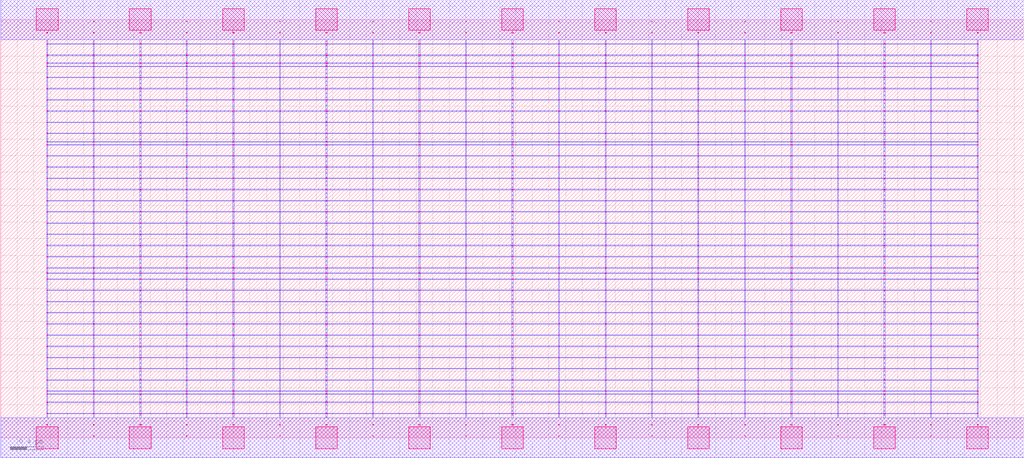
<source format=lef>
MACRO AOOAOOAI21222_DEBUG
 CLASS CORE ;
 FOREIGN AOOAOOAI21222_DEBUG 0 0 ;
 SIZE 12.32 BY 5.04 ;
 ORIGIN 0 0 ;
 SYMMETRY X Y R90 ;
 SITE unit ;

 OBS
    LAYER polycont ;
     RECT 6.15100000 2.58300000 6.16900000 2.59100000 ;
     RECT 6.15100000 2.71800000 6.16900000 2.72600000 ;
     RECT 6.15100000 2.85300000 6.16900000 2.86100000 ;
     RECT 6.15100000 2.98800000 6.16900000 2.99600000 ;
     RECT 8.39100000 2.58300000 8.40400000 2.59100000 ;
     RECT 8.95600000 2.58300000 8.96400000 2.59100000 ;
     RECT 9.51100000 2.58300000 9.52900000 2.59100000 ;
     RECT 10.07600000 2.58300000 10.08400000 2.59100000 ;
     RECT 10.63100000 2.58300000 10.64900000 2.59100000 ;
     RECT 11.19600000 2.58300000 11.20400000 2.59100000 ;
     RECT 11.75600000 2.58300000 11.76900000 2.59100000 ;
     RECT 6.71600000 2.58300000 6.72400000 2.59100000 ;
     RECT 6.71600000 2.71800000 6.72400000 2.72600000 ;
     RECT 7.27600000 2.71800000 7.28900000 2.72600000 ;
     RECT 7.83600000 2.71800000 7.84400000 2.72600000 ;
     RECT 8.39100000 2.71800000 8.40400000 2.72600000 ;
     RECT 8.95600000 2.71800000 8.96400000 2.72600000 ;
     RECT 9.51100000 2.71800000 9.52900000 2.72600000 ;
     RECT 10.07600000 2.71800000 10.08400000 2.72600000 ;
     RECT 10.63100000 2.71800000 10.64900000 2.72600000 ;
     RECT 11.19600000 2.71800000 11.20400000 2.72600000 ;
     RECT 11.75600000 2.71800000 11.76900000 2.72600000 ;
     RECT 7.27600000 2.58300000 7.28900000 2.59100000 ;
     RECT 6.71600000 2.85300000 6.72400000 2.86100000 ;
     RECT 7.27600000 2.85300000 7.28900000 2.86100000 ;
     RECT 7.83600000 2.85300000 7.84400000 2.86100000 ;
     RECT 8.39100000 2.85300000 8.40400000 2.86100000 ;
     RECT 8.95600000 2.85300000 8.96400000 2.86100000 ;
     RECT 9.51100000 2.85300000 9.52900000 2.86100000 ;
     RECT 10.07600000 2.85300000 10.08400000 2.86100000 ;
     RECT 10.63100000 2.85300000 10.64900000 2.86100000 ;
     RECT 11.19600000 2.85300000 11.20400000 2.86100000 ;
     RECT 11.75600000 2.85300000 11.76900000 2.86100000 ;
     RECT 7.83600000 2.58300000 7.84400000 2.59100000 ;
     RECT 6.71600000 2.98800000 6.72400000 2.99600000 ;
     RECT 7.27600000 2.98800000 7.28900000 2.99600000 ;
     RECT 7.83600000 2.98800000 7.84400000 2.99600000 ;
     RECT 8.39100000 2.98800000 8.40400000 2.99600000 ;
     RECT 8.95600000 2.98800000 8.96400000 2.99600000 ;
     RECT 9.51100000 2.98800000 9.52900000 2.99600000 ;
     RECT 10.07600000 2.98800000 10.08400000 2.99600000 ;
     RECT 10.63100000 2.98800000 10.64900000 2.99600000 ;
     RECT 11.19600000 2.98800000 11.20400000 2.99600000 ;
     RECT 11.75600000 2.98800000 11.76900000 2.99600000 ;
     RECT 7.83600000 3.12300000 7.84400000 3.13100000 ;
     RECT 7.83600000 3.25800000 7.84400000 3.26600000 ;
     RECT 7.83600000 3.39300000 7.84400000 3.40100000 ;
     RECT 7.83600000 3.52800000 7.84400000 3.53600000 ;
     RECT 7.83600000 3.56100000 7.84400000 3.56900000 ;
     RECT 7.83600000 3.66300000 7.84400000 3.67100000 ;
     RECT 7.83600000 3.79800000 7.84400000 3.80600000 ;
     RECT 7.83600000 3.93300000 7.84400000 3.94100000 ;
     RECT 7.83600000 4.06800000 7.84400000 4.07600000 ;
     RECT 7.83600000 4.20300000 7.84400000 4.21100000 ;
     RECT 7.83600000 4.33800000 7.84400000 4.34600000 ;
     RECT 7.83600000 4.47300000 7.84400000 4.48100000 ;
     RECT 7.83600000 4.51100000 7.84400000 4.51900000 ;
     RECT 7.83600000 4.60800000 7.84400000 4.61600000 ;
     RECT 7.83600000 4.74300000 7.84400000 4.75100000 ;
     RECT 7.83600000 4.87800000 7.84400000 4.88600000 ;
     RECT 5.59600000 2.71800000 5.60400000 2.72600000 ;
     RECT 1.11600000 2.58300000 1.12400000 2.59100000 ;
     RECT 1.67100000 2.58300000 1.68900000 2.59100000 ;
     RECT 0.55100000 2.98800000 0.56400000 2.99600000 ;
     RECT 1.11600000 2.98800000 1.12400000 2.99600000 ;
     RECT 1.67100000 2.98800000 1.68900000 2.99600000 ;
     RECT 2.23600000 2.98800000 2.24400000 2.99600000 ;
     RECT 2.79100000 2.98800000 2.80900000 2.99600000 ;
     RECT 3.35600000 2.98800000 3.36400000 2.99600000 ;
     RECT 3.91100000 2.98800000 3.92900000 2.99600000 ;
     RECT 4.47600000 2.98800000 4.48400000 2.99600000 ;
     RECT 5.03100000 2.98800000 5.04900000 2.99600000 ;
     RECT 5.59600000 2.98800000 5.60400000 2.99600000 ;
     RECT 2.23600000 2.58300000 2.24400000 2.59100000 ;
     RECT 2.79100000 2.58300000 2.80900000 2.59100000 ;
     RECT 3.35600000 2.58300000 3.36400000 2.59100000 ;
     RECT 3.91100000 2.58300000 3.92900000 2.59100000 ;
     RECT 4.47600000 2.58300000 4.48400000 2.59100000 ;
     RECT 5.03100000 2.58300000 5.04900000 2.59100000 ;
     RECT 5.59600000 2.58300000 5.60400000 2.59100000 ;
     RECT 0.55100000 2.58300000 0.56400000 2.59100000 ;
     RECT 0.55100000 2.71800000 0.56400000 2.72600000 ;
     RECT 0.55100000 2.85300000 0.56400000 2.86100000 ;
     RECT 1.11600000 2.85300000 1.12400000 2.86100000 ;
     RECT 1.67100000 2.85300000 1.68900000 2.86100000 ;
     RECT 2.23600000 2.85300000 2.24400000 2.86100000 ;
     RECT 2.79100000 2.85300000 2.80900000 2.86100000 ;
     RECT 3.35600000 2.85300000 3.36400000 2.86100000 ;
     RECT 3.91100000 2.85300000 3.92900000 2.86100000 ;
     RECT 4.47600000 2.85300000 4.48400000 2.86100000 ;
     RECT 5.03100000 2.85300000 5.04900000 2.86100000 ;
     RECT 5.59600000 2.85300000 5.60400000 2.86100000 ;
     RECT 1.11600000 2.71800000 1.12400000 2.72600000 ;
     RECT 1.67100000 2.71800000 1.68900000 2.72600000 ;
     RECT 2.23600000 2.71800000 2.24400000 2.72600000 ;
     RECT 2.79100000 2.71800000 2.80900000 2.72600000 ;
     RECT 3.35600000 2.71800000 3.36400000 2.72600000 ;
     RECT 3.91100000 2.71800000 3.92900000 2.72600000 ;
     RECT 4.47600000 2.71800000 4.48400000 2.72600000 ;
     RECT 5.03100000 2.71800000 5.04900000 2.72600000 ;
     RECT 11.19600000 1.36800000 11.20400000 1.37600000 ;
     RECT 11.75600000 1.36800000 11.76900000 1.37600000 ;
     RECT 11.19600000 1.50300000 11.20400000 1.51100000 ;
     RECT 11.75600000 1.50300000 11.76900000 1.51100000 ;
     RECT 11.19600000 1.63800000 11.20400000 1.64600000 ;
     RECT 11.75600000 1.63800000 11.76900000 1.64600000 ;
     RECT 11.19600000 1.77300000 11.20400000 1.78100000 ;
     RECT 11.75600000 1.77300000 11.76900000 1.78100000 ;
     RECT 11.19600000 1.90800000 11.20400000 1.91600000 ;
     RECT 11.75600000 1.90800000 11.76900000 1.91600000 ;
     RECT 11.19600000 1.98100000 11.20400000 1.98900000 ;
     RECT 11.75600000 1.98100000 11.76900000 1.98900000 ;
     RECT 11.19600000 2.04300000 11.20400000 2.05100000 ;
     RECT 11.75600000 2.04300000 11.76900000 2.05100000 ;
     RECT 11.19600000 2.17800000 11.20400000 2.18600000 ;
     RECT 11.75600000 2.17800000 11.76900000 2.18600000 ;
     RECT 11.19600000 2.31300000 11.20400000 2.32100000 ;
     RECT 11.75600000 2.31300000 11.76900000 2.32100000 ;
     RECT 11.19600000 2.44800000 11.20400000 2.45600000 ;
     RECT 11.75600000 2.44800000 11.76900000 2.45600000 ;
     RECT 11.19600000 0.15300000 11.20400000 0.16100000 ;
     RECT 11.75600000 0.15300000 11.76900000 0.16100000 ;
     RECT 11.19600000 0.28800000 11.20400000 0.29600000 ;
     RECT 11.75600000 0.28800000 11.76900000 0.29600000 ;
     RECT 11.19600000 0.42300000 11.20400000 0.43100000 ;
     RECT 11.75600000 0.42300000 11.76900000 0.43100000 ;
     RECT 11.19600000 0.52100000 11.20400000 0.52900000 ;
     RECT 11.75600000 0.52100000 11.76900000 0.52900000 ;
     RECT 11.19600000 0.55800000 11.20400000 0.56600000 ;
     RECT 11.75600000 0.55800000 11.76900000 0.56600000 ;
     RECT 11.19600000 0.69300000 11.20400000 0.70100000 ;
     RECT 11.75600000 0.69300000 11.76900000 0.70100000 ;
     RECT 11.19600000 0.82800000 11.20400000 0.83600000 ;
     RECT 11.75600000 0.82800000 11.76900000 0.83600000 ;
     RECT 11.19600000 0.96300000 11.20400000 0.97100000 ;
     RECT 11.75600000 0.96300000 11.76900000 0.97100000 ;
     RECT 11.19600000 1.09800000 11.20400000 1.10600000 ;
     RECT 11.75600000 1.09800000 11.76900000 1.10600000 ;
     RECT 11.19600000 1.23300000 11.20400000 1.24100000 ;
     RECT 11.75600000 1.23300000 11.76900000 1.24100000 ;

    LAYER pdiffc ;
     RECT 0.55100000 3.39300000 0.55900000 3.40100000 ;
     RECT 7.28100000 3.39300000 7.28900000 3.40100000 ;
     RECT 8.39100000 3.39300000 8.39900000 3.40100000 ;
     RECT 11.76100000 3.39300000 11.76900000 3.40100000 ;
     RECT 0.55100000 3.52800000 0.55900000 3.53600000 ;
     RECT 7.28100000 3.52800000 7.28900000 3.53600000 ;
     RECT 8.39100000 3.52800000 8.39900000 3.53600000 ;
     RECT 11.76100000 3.52800000 11.76900000 3.53600000 ;
     RECT 0.55100000 3.56100000 0.55900000 3.56900000 ;
     RECT 7.28100000 3.56100000 7.28900000 3.56900000 ;
     RECT 8.39100000 3.56100000 8.39900000 3.56900000 ;
     RECT 11.76100000 3.56100000 11.76900000 3.56900000 ;
     RECT 0.55100000 3.66300000 0.55900000 3.67100000 ;
     RECT 7.28100000 3.66300000 7.28900000 3.67100000 ;
     RECT 8.39100000 3.66300000 8.39900000 3.67100000 ;
     RECT 11.76100000 3.66300000 11.76900000 3.67100000 ;
     RECT 0.55100000 3.79800000 0.55900000 3.80600000 ;
     RECT 7.28100000 3.79800000 7.28900000 3.80600000 ;
     RECT 8.39100000 3.79800000 8.39900000 3.80600000 ;
     RECT 11.76100000 3.79800000 11.76900000 3.80600000 ;
     RECT 0.55100000 3.93300000 0.55900000 3.94100000 ;
     RECT 7.28100000 3.93300000 7.28900000 3.94100000 ;
     RECT 8.39100000 3.93300000 8.39900000 3.94100000 ;
     RECT 11.76100000 3.93300000 11.76900000 3.94100000 ;
     RECT 0.55100000 4.06800000 0.55900000 4.07600000 ;
     RECT 7.28100000 4.06800000 7.28900000 4.07600000 ;
     RECT 8.39100000 4.06800000 8.39900000 4.07600000 ;
     RECT 11.76100000 4.06800000 11.76900000 4.07600000 ;
     RECT 0.55100000 4.20300000 0.55900000 4.21100000 ;
     RECT 7.28100000 4.20300000 7.28900000 4.21100000 ;
     RECT 8.39100000 4.20300000 8.39900000 4.21100000 ;
     RECT 11.76100000 4.20300000 11.76900000 4.21100000 ;
     RECT 0.55100000 4.33800000 0.55900000 4.34600000 ;
     RECT 7.28100000 4.33800000 7.28900000 4.34600000 ;
     RECT 8.39100000 4.33800000 8.39900000 4.34600000 ;
     RECT 11.76100000 4.33800000 11.76900000 4.34600000 ;
     RECT 0.55100000 4.47300000 0.55900000 4.48100000 ;
     RECT 7.28100000 4.47300000 7.28900000 4.48100000 ;
     RECT 8.39100000 4.47300000 8.39900000 4.48100000 ;
     RECT 11.76100000 4.47300000 11.76900000 4.48100000 ;
     RECT 0.55100000 4.51100000 0.55900000 4.51900000 ;
     RECT 7.28100000 4.51100000 7.28900000 4.51900000 ;
     RECT 8.39100000 4.51100000 8.39900000 4.51900000 ;
     RECT 11.76100000 4.51100000 11.76900000 4.51900000 ;
     RECT 0.55100000 4.60800000 0.55900000 4.61600000 ;
     RECT 7.28100000 4.60800000 7.28900000 4.61600000 ;
     RECT 8.39100000 4.60800000 8.39900000 4.61600000 ;
     RECT 11.76100000 4.60800000 11.76900000 4.61600000 ;

    LAYER ndiffc ;
     RECT 6.15100000 0.42300000 6.16900000 0.43100000 ;
     RECT 7.27600000 0.42300000 7.28900000 0.43100000 ;
     RECT 8.39100000 0.42300000 8.40400000 0.43100000 ;
     RECT 9.51100000 0.42300000 9.52900000 0.43100000 ;
     RECT 10.63100000 0.42300000 10.64900000 0.43100000 ;
     RECT 6.15100000 0.52100000 6.16900000 0.52900000 ;
     RECT 7.27600000 0.52100000 7.28900000 0.52900000 ;
     RECT 8.39100000 0.52100000 8.40400000 0.52900000 ;
     RECT 9.51100000 0.52100000 9.52900000 0.52900000 ;
     RECT 10.63100000 0.52100000 10.64900000 0.52900000 ;
     RECT 6.15100000 0.55800000 6.16900000 0.56600000 ;
     RECT 7.27600000 0.55800000 7.28900000 0.56600000 ;
     RECT 8.39100000 0.55800000 8.40400000 0.56600000 ;
     RECT 9.51100000 0.55800000 9.52900000 0.56600000 ;
     RECT 10.63100000 0.55800000 10.64900000 0.56600000 ;
     RECT 6.15100000 0.69300000 6.16900000 0.70100000 ;
     RECT 7.27600000 0.69300000 7.28900000 0.70100000 ;
     RECT 8.39100000 0.69300000 8.40400000 0.70100000 ;
     RECT 9.51100000 0.69300000 9.52900000 0.70100000 ;
     RECT 10.63100000 0.69300000 10.64900000 0.70100000 ;
     RECT 6.15100000 0.82800000 6.16900000 0.83600000 ;
     RECT 7.27600000 0.82800000 7.28900000 0.83600000 ;
     RECT 8.39100000 0.82800000 8.40400000 0.83600000 ;
     RECT 9.51100000 0.82800000 9.52900000 0.83600000 ;
     RECT 10.63100000 0.82800000 10.64900000 0.83600000 ;
     RECT 6.15100000 0.96300000 6.16900000 0.97100000 ;
     RECT 7.27600000 0.96300000 7.28900000 0.97100000 ;
     RECT 8.39100000 0.96300000 8.40400000 0.97100000 ;
     RECT 9.51100000 0.96300000 9.52900000 0.97100000 ;
     RECT 10.63100000 0.96300000 10.64900000 0.97100000 ;
     RECT 6.15100000 1.09800000 6.16900000 1.10600000 ;
     RECT 7.27600000 1.09800000 7.28900000 1.10600000 ;
     RECT 8.39100000 1.09800000 8.40400000 1.10600000 ;
     RECT 9.51100000 1.09800000 9.52900000 1.10600000 ;
     RECT 10.63100000 1.09800000 10.64900000 1.10600000 ;
     RECT 6.15100000 1.23300000 6.16900000 1.24100000 ;
     RECT 7.27600000 1.23300000 7.28900000 1.24100000 ;
     RECT 8.39100000 1.23300000 8.40400000 1.24100000 ;
     RECT 9.51100000 1.23300000 9.52900000 1.24100000 ;
     RECT 10.63100000 1.23300000 10.64900000 1.24100000 ;
     RECT 6.15100000 1.36800000 6.16900000 1.37600000 ;
     RECT 7.27600000 1.36800000 7.28900000 1.37600000 ;
     RECT 8.39100000 1.36800000 8.40400000 1.37600000 ;
     RECT 9.51100000 1.36800000 9.52900000 1.37600000 ;
     RECT 10.63100000 1.36800000 10.64900000 1.37600000 ;
     RECT 6.15100000 1.50300000 6.16900000 1.51100000 ;
     RECT 7.27600000 1.50300000 7.28900000 1.51100000 ;
     RECT 8.39100000 1.50300000 8.40400000 1.51100000 ;
     RECT 9.51100000 1.50300000 9.52900000 1.51100000 ;
     RECT 10.63100000 1.50300000 10.64900000 1.51100000 ;
     RECT 6.15100000 1.63800000 6.16900000 1.64600000 ;
     RECT 7.27600000 1.63800000 7.28900000 1.64600000 ;
     RECT 8.39100000 1.63800000 8.40400000 1.64600000 ;
     RECT 9.51100000 1.63800000 9.52900000 1.64600000 ;
     RECT 10.63100000 1.63800000 10.64900000 1.64600000 ;
     RECT 6.15100000 1.77300000 6.16900000 1.78100000 ;
     RECT 7.27600000 1.77300000 7.28900000 1.78100000 ;
     RECT 8.39100000 1.77300000 8.40400000 1.78100000 ;
     RECT 9.51100000 1.77300000 9.52900000 1.78100000 ;
     RECT 10.63100000 1.77300000 10.64900000 1.78100000 ;
     RECT 6.15100000 1.90800000 6.16900000 1.91600000 ;
     RECT 7.27600000 1.90800000 7.28900000 1.91600000 ;
     RECT 8.39100000 1.90800000 8.40400000 1.91600000 ;
     RECT 9.51100000 1.90800000 9.52900000 1.91600000 ;
     RECT 10.63100000 1.90800000 10.64900000 1.91600000 ;
     RECT 6.15100000 1.98100000 6.16900000 1.98900000 ;
     RECT 7.27600000 1.98100000 7.28900000 1.98900000 ;
     RECT 8.39100000 1.98100000 8.40400000 1.98900000 ;
     RECT 9.51100000 1.98100000 9.52900000 1.98900000 ;
     RECT 10.63100000 1.98100000 10.64900000 1.98900000 ;
     RECT 6.15100000 2.04300000 6.16900000 2.05100000 ;
     RECT 7.27600000 2.04300000 7.28900000 2.05100000 ;
     RECT 8.39100000 2.04300000 8.40400000 2.05100000 ;
     RECT 9.51100000 2.04300000 9.52900000 2.05100000 ;
     RECT 10.63100000 2.04300000 10.64900000 2.05100000 ;
     RECT 0.55100000 0.42300000 0.56400000 0.43100000 ;
     RECT 1.67100000 0.42300000 1.68900000 0.43100000 ;
     RECT 2.79100000 0.42300000 2.80900000 0.43100000 ;
     RECT 3.91100000 0.42300000 3.92900000 0.43100000 ;
     RECT 5.03100000 0.42300000 5.04900000 0.43100000 ;
     RECT 0.55100000 1.36800000 0.56400000 1.37600000 ;
     RECT 1.67100000 1.36800000 1.68900000 1.37600000 ;
     RECT 2.79100000 1.36800000 2.80900000 1.37600000 ;
     RECT 3.91100000 1.36800000 3.92900000 1.37600000 ;
     RECT 5.03100000 1.36800000 5.04900000 1.37600000 ;
     RECT 0.55100000 0.82800000 0.56400000 0.83600000 ;
     RECT 1.67100000 0.82800000 1.68900000 0.83600000 ;
     RECT 2.79100000 0.82800000 2.80900000 0.83600000 ;
     RECT 3.91100000 0.82800000 3.92900000 0.83600000 ;
     RECT 5.03100000 0.82800000 5.04900000 0.83600000 ;
     RECT 0.55100000 1.50300000 0.56400000 1.51100000 ;
     RECT 1.67100000 1.50300000 1.68900000 1.51100000 ;
     RECT 2.79100000 1.50300000 2.80900000 1.51100000 ;
     RECT 3.91100000 1.50300000 3.92900000 1.51100000 ;
     RECT 5.03100000 1.50300000 5.04900000 1.51100000 ;
     RECT 0.55100000 0.55800000 0.56400000 0.56600000 ;
     RECT 1.67100000 0.55800000 1.68900000 0.56600000 ;
     RECT 2.79100000 0.55800000 2.80900000 0.56600000 ;
     RECT 3.91100000 0.55800000 3.92900000 0.56600000 ;
     RECT 5.03100000 0.55800000 5.04900000 0.56600000 ;
     RECT 0.55100000 1.63800000 0.56400000 1.64600000 ;
     RECT 1.67100000 1.63800000 1.68900000 1.64600000 ;
     RECT 2.79100000 1.63800000 2.80900000 1.64600000 ;
     RECT 3.91100000 1.63800000 3.92900000 1.64600000 ;
     RECT 5.03100000 1.63800000 5.04900000 1.64600000 ;
     RECT 0.55100000 0.96300000 0.56400000 0.97100000 ;
     RECT 1.67100000 0.96300000 1.68900000 0.97100000 ;
     RECT 2.79100000 0.96300000 2.80900000 0.97100000 ;
     RECT 3.91100000 0.96300000 3.92900000 0.97100000 ;
     RECT 5.03100000 0.96300000 5.04900000 0.97100000 ;
     RECT 0.55100000 1.77300000 0.56400000 1.78100000 ;
     RECT 1.67100000 1.77300000 1.68900000 1.78100000 ;
     RECT 2.79100000 1.77300000 2.80900000 1.78100000 ;
     RECT 3.91100000 1.77300000 3.92900000 1.78100000 ;
     RECT 5.03100000 1.77300000 5.04900000 1.78100000 ;
     RECT 0.55100000 0.52100000 0.56400000 0.52900000 ;
     RECT 1.67100000 0.52100000 1.68900000 0.52900000 ;
     RECT 2.79100000 0.52100000 2.80900000 0.52900000 ;
     RECT 3.91100000 0.52100000 3.92900000 0.52900000 ;
     RECT 5.03100000 0.52100000 5.04900000 0.52900000 ;
     RECT 0.55100000 1.90800000 0.56400000 1.91600000 ;
     RECT 1.67100000 1.90800000 1.68900000 1.91600000 ;
     RECT 2.79100000 1.90800000 2.80900000 1.91600000 ;
     RECT 3.91100000 1.90800000 3.92900000 1.91600000 ;
     RECT 5.03100000 1.90800000 5.04900000 1.91600000 ;
     RECT 0.55100000 1.09800000 0.56400000 1.10600000 ;
     RECT 1.67100000 1.09800000 1.68900000 1.10600000 ;
     RECT 2.79100000 1.09800000 2.80900000 1.10600000 ;
     RECT 3.91100000 1.09800000 3.92900000 1.10600000 ;
     RECT 5.03100000 1.09800000 5.04900000 1.10600000 ;
     RECT 0.55100000 1.98100000 0.56400000 1.98900000 ;
     RECT 1.67100000 1.98100000 1.68900000 1.98900000 ;
     RECT 2.79100000 1.98100000 2.80900000 1.98900000 ;
     RECT 3.91100000 1.98100000 3.92900000 1.98900000 ;
     RECT 5.03100000 1.98100000 5.04900000 1.98900000 ;
     RECT 0.55100000 0.69300000 0.56400000 0.70100000 ;
     RECT 1.67100000 0.69300000 1.68900000 0.70100000 ;
     RECT 2.79100000 0.69300000 2.80900000 0.70100000 ;
     RECT 3.91100000 0.69300000 3.92900000 0.70100000 ;
     RECT 5.03100000 0.69300000 5.04900000 0.70100000 ;
     RECT 0.55100000 2.04300000 0.56400000 2.05100000 ;
     RECT 1.67100000 2.04300000 1.68900000 2.05100000 ;
     RECT 2.79100000 2.04300000 2.80900000 2.05100000 ;
     RECT 3.91100000 2.04300000 3.92900000 2.05100000 ;
     RECT 5.03100000 2.04300000 5.04900000 2.05100000 ;
     RECT 0.55100000 1.23300000 0.56400000 1.24100000 ;
     RECT 1.67100000 1.23300000 1.68900000 1.24100000 ;
     RECT 2.79100000 1.23300000 2.80900000 1.24100000 ;
     RECT 3.91100000 1.23300000 3.92900000 1.24100000 ;
     RECT 5.03100000 1.23300000 5.04900000 1.24100000 ;

    LAYER met1 ;
     RECT 0.00000000 -0.24000000 12.32000000 0.24000000 ;
     RECT 6.15100000 0.24000000 6.16900000 0.28800000 ;
     RECT 0.55100000 0.28800000 11.76900000 0.29600000 ;
     RECT 6.15100000 0.29600000 6.16900000 0.42300000 ;
     RECT 0.55100000 0.42300000 11.76900000 0.43100000 ;
     RECT 6.15100000 0.43100000 6.16900000 0.52100000 ;
     RECT 0.55100000 0.52100000 11.76900000 0.52900000 ;
     RECT 6.15100000 0.52900000 6.16900000 0.55800000 ;
     RECT 0.55100000 0.55800000 11.76900000 0.56600000 ;
     RECT 6.15100000 0.56600000 6.16900000 0.69300000 ;
     RECT 0.55100000 0.69300000 11.76900000 0.70100000 ;
     RECT 6.15100000 0.70100000 6.16900000 0.82800000 ;
     RECT 0.55100000 0.82800000 11.76900000 0.83600000 ;
     RECT 6.15100000 0.83600000 6.16900000 0.96300000 ;
     RECT 0.55100000 0.96300000 11.76900000 0.97100000 ;
     RECT 6.15100000 0.97100000 6.16900000 1.09800000 ;
     RECT 0.55100000 1.09800000 11.76900000 1.10600000 ;
     RECT 6.15100000 1.10600000 6.16900000 1.23300000 ;
     RECT 0.55100000 1.23300000 11.76900000 1.24100000 ;
     RECT 6.15100000 1.24100000 6.16900000 1.36800000 ;
     RECT 0.55100000 1.36800000 11.76900000 1.37600000 ;
     RECT 6.15100000 1.37600000 6.16900000 1.50300000 ;
     RECT 0.55100000 1.50300000 11.76900000 1.51100000 ;
     RECT 6.15100000 1.51100000 6.16900000 1.63800000 ;
     RECT 0.55100000 1.63800000 11.76900000 1.64600000 ;
     RECT 6.15100000 1.64600000 6.16900000 1.77300000 ;
     RECT 0.55100000 1.77300000 11.76900000 1.78100000 ;
     RECT 6.15100000 1.78100000 6.16900000 1.90800000 ;
     RECT 0.55100000 1.90800000 11.76900000 1.91600000 ;
     RECT 6.15100000 1.91600000 6.16900000 1.98100000 ;
     RECT 0.55100000 1.98100000 11.76900000 1.98900000 ;
     RECT 6.15100000 1.98900000 6.16900000 2.04300000 ;
     RECT 0.55100000 2.04300000 11.76900000 2.05100000 ;
     RECT 6.15100000 2.05100000 6.16900000 2.17800000 ;
     RECT 0.55100000 2.17800000 11.76900000 2.18600000 ;
     RECT 6.15100000 2.18600000 6.16900000 2.31300000 ;
     RECT 0.55100000 2.31300000 11.76900000 2.32100000 ;
     RECT 6.15100000 2.32100000 6.16900000 2.44800000 ;
     RECT 0.55100000 2.44800000 11.76900000 2.45600000 ;
     RECT 0.55100000 2.45600000 0.56400000 2.58300000 ;
     RECT 1.11600000 2.45600000 1.12400000 2.58300000 ;
     RECT 1.67100000 2.45600000 1.68900000 2.58300000 ;
     RECT 2.23600000 2.45600000 2.24400000 2.58300000 ;
     RECT 2.79100000 2.45600000 2.80900000 2.58300000 ;
     RECT 3.35600000 2.45600000 3.36400000 2.58300000 ;
     RECT 3.91100000 2.45600000 3.92900000 2.58300000 ;
     RECT 4.47600000 2.45600000 4.48400000 2.58300000 ;
     RECT 5.03100000 2.45600000 5.04900000 2.58300000 ;
     RECT 5.59600000 2.45600000 5.60400000 2.58300000 ;
     RECT 6.15100000 2.45600000 6.16900000 2.58300000 ;
     RECT 6.71600000 2.45600000 6.72400000 2.58300000 ;
     RECT 7.27600000 2.45600000 7.28900000 2.58300000 ;
     RECT 7.83600000 2.45600000 7.84400000 2.58300000 ;
     RECT 8.39100000 2.45600000 8.40400000 2.58300000 ;
     RECT 8.95600000 2.45600000 8.96400000 2.58300000 ;
     RECT 9.51100000 2.45600000 9.52900000 2.58300000 ;
     RECT 10.07600000 2.45600000 10.08400000 2.58300000 ;
     RECT 10.63100000 2.45600000 10.64900000 2.58300000 ;
     RECT 11.19600000 2.45600000 11.20400000 2.58300000 ;
     RECT 11.75600000 2.45600000 11.76900000 2.58300000 ;
     RECT 0.55100000 2.58300000 11.76900000 2.59100000 ;
     RECT 6.15100000 2.59100000 6.16900000 2.71800000 ;
     RECT 0.55100000 2.71800000 11.76900000 2.72600000 ;
     RECT 6.15100000 2.72600000 6.16900000 2.85300000 ;
     RECT 0.55100000 2.85300000 11.76900000 2.86100000 ;
     RECT 6.15100000 2.86100000 6.16900000 2.98800000 ;
     RECT 0.55100000 2.98800000 11.76900000 2.99600000 ;
     RECT 6.15100000 2.99600000 6.16900000 3.12300000 ;
     RECT 0.55100000 3.12300000 11.76900000 3.13100000 ;
     RECT 6.15100000 3.13100000 6.16900000 3.25800000 ;
     RECT 0.55100000 3.25800000 11.76900000 3.26600000 ;
     RECT 6.15100000 3.26600000 6.16900000 3.39300000 ;
     RECT 0.55100000 3.39300000 11.76900000 3.40100000 ;
     RECT 6.15100000 3.40100000 6.16900000 3.52800000 ;
     RECT 0.55100000 3.52800000 11.76900000 3.53600000 ;
     RECT 6.15100000 3.53600000 6.16900000 3.56100000 ;
     RECT 0.55100000 3.56100000 11.76900000 3.56900000 ;
     RECT 6.15100000 3.56900000 6.16900000 3.66300000 ;
     RECT 0.55100000 3.66300000 11.76900000 3.67100000 ;
     RECT 6.15100000 3.67100000 6.16900000 3.79800000 ;
     RECT 0.55100000 3.79800000 11.76900000 3.80600000 ;
     RECT 6.15100000 3.80600000 6.16900000 3.93300000 ;
     RECT 0.55100000 3.93300000 11.76900000 3.94100000 ;
     RECT 6.15100000 3.94100000 6.16900000 4.06800000 ;
     RECT 0.55100000 4.06800000 11.76900000 4.07600000 ;
     RECT 6.15100000 4.07600000 6.16900000 4.20300000 ;
     RECT 0.55100000 4.20300000 11.76900000 4.21100000 ;
     RECT 6.15100000 4.21100000 6.16900000 4.33800000 ;
     RECT 0.55100000 4.33800000 11.76900000 4.34600000 ;
     RECT 6.15100000 4.34600000 6.16900000 4.47300000 ;
     RECT 0.55100000 4.47300000 11.76900000 4.48100000 ;
     RECT 6.15100000 4.48100000 6.16900000 4.51100000 ;
     RECT 0.55100000 4.51100000 11.76900000 4.51900000 ;
     RECT 6.15100000 4.51900000 6.16900000 4.60800000 ;
     RECT 0.55100000 4.60800000 11.76900000 4.61600000 ;
     RECT 6.15100000 4.61600000 6.16900000 4.74300000 ;
     RECT 0.55100000 4.74300000 11.76900000 4.75100000 ;
     RECT 6.15100000 4.75100000 6.16900000 4.80000000 ;
     RECT 0.00000000 4.80000000 12.32000000 5.28000000 ;
     RECT 6.71600000 3.80600000 6.72400000 3.93300000 ;
     RECT 7.27600000 3.80600000 7.28900000 3.93300000 ;
     RECT 7.83600000 3.80600000 7.84400000 3.93300000 ;
     RECT 8.39100000 3.80600000 8.40400000 3.93300000 ;
     RECT 8.95600000 3.80600000 8.96400000 3.93300000 ;
     RECT 9.51100000 3.80600000 9.52900000 3.93300000 ;
     RECT 10.07600000 3.80600000 10.08400000 3.93300000 ;
     RECT 10.63100000 3.80600000 10.64900000 3.93300000 ;
     RECT 11.19600000 3.80600000 11.20400000 3.93300000 ;
     RECT 11.75600000 3.80600000 11.76900000 3.93300000 ;
     RECT 9.51100000 3.94100000 9.52900000 4.06800000 ;
     RECT 10.07600000 3.94100000 10.08400000 4.06800000 ;
     RECT 10.63100000 3.94100000 10.64900000 4.06800000 ;
     RECT 11.19600000 3.94100000 11.20400000 4.06800000 ;
     RECT 11.75600000 3.94100000 11.76900000 4.06800000 ;
     RECT 9.51100000 4.07600000 9.52900000 4.20300000 ;
     RECT 10.07600000 4.07600000 10.08400000 4.20300000 ;
     RECT 10.63100000 4.07600000 10.64900000 4.20300000 ;
     RECT 11.19600000 4.07600000 11.20400000 4.20300000 ;
     RECT 11.75600000 4.07600000 11.76900000 4.20300000 ;
     RECT 9.51100000 4.21100000 9.52900000 4.33800000 ;
     RECT 10.07600000 4.21100000 10.08400000 4.33800000 ;
     RECT 10.63100000 4.21100000 10.64900000 4.33800000 ;
     RECT 11.19600000 4.21100000 11.20400000 4.33800000 ;
     RECT 11.75600000 4.21100000 11.76900000 4.33800000 ;
     RECT 9.51100000 4.34600000 9.52900000 4.47300000 ;
     RECT 10.07600000 4.34600000 10.08400000 4.47300000 ;
     RECT 10.63100000 4.34600000 10.64900000 4.47300000 ;
     RECT 11.19600000 4.34600000 11.20400000 4.47300000 ;
     RECT 11.75600000 4.34600000 11.76900000 4.47300000 ;
     RECT 9.51100000 4.48100000 9.52900000 4.51100000 ;
     RECT 10.07600000 4.48100000 10.08400000 4.51100000 ;
     RECT 10.63100000 4.48100000 10.64900000 4.51100000 ;
     RECT 11.19600000 4.48100000 11.20400000 4.51100000 ;
     RECT 11.75600000 4.48100000 11.76900000 4.51100000 ;
     RECT 9.51100000 4.51900000 9.52900000 4.60800000 ;
     RECT 10.07600000 4.51900000 10.08400000 4.60800000 ;
     RECT 10.63100000 4.51900000 10.64900000 4.60800000 ;
     RECT 11.19600000 4.51900000 11.20400000 4.60800000 ;
     RECT 11.75600000 4.51900000 11.76900000 4.60800000 ;
     RECT 9.51100000 4.61600000 9.52900000 4.74300000 ;
     RECT 10.07600000 4.61600000 10.08400000 4.74300000 ;
     RECT 10.63100000 4.61600000 10.64900000 4.74300000 ;
     RECT 11.19600000 4.61600000 11.20400000 4.74300000 ;
     RECT 11.75600000 4.61600000 11.76900000 4.74300000 ;
     RECT 9.51100000 4.75100000 9.52900000 4.80000000 ;
     RECT 10.07600000 4.75100000 10.08400000 4.80000000 ;
     RECT 10.63100000 4.75100000 10.64900000 4.80000000 ;
     RECT 11.19600000 4.75100000 11.20400000 4.80000000 ;
     RECT 11.75600000 4.75100000 11.76900000 4.80000000 ;
     RECT 6.71600000 4.48100000 6.72400000 4.51100000 ;
     RECT 7.27600000 4.48100000 7.28900000 4.51100000 ;
     RECT 7.83600000 4.48100000 7.84400000 4.51100000 ;
     RECT 8.39100000 4.48100000 8.40400000 4.51100000 ;
     RECT 8.95600000 4.48100000 8.96400000 4.51100000 ;
     RECT 6.71600000 4.21100000 6.72400000 4.33800000 ;
     RECT 7.27600000 4.21100000 7.28900000 4.33800000 ;
     RECT 7.83600000 4.21100000 7.84400000 4.33800000 ;
     RECT 8.39100000 4.21100000 8.40400000 4.33800000 ;
     RECT 8.95600000 4.21100000 8.96400000 4.33800000 ;
     RECT 6.71600000 4.51900000 6.72400000 4.60800000 ;
     RECT 7.27600000 4.51900000 7.28900000 4.60800000 ;
     RECT 7.83600000 4.51900000 7.84400000 4.60800000 ;
     RECT 8.39100000 4.51900000 8.40400000 4.60800000 ;
     RECT 8.95600000 4.51900000 8.96400000 4.60800000 ;
     RECT 6.71600000 4.07600000 6.72400000 4.20300000 ;
     RECT 7.27600000 4.07600000 7.28900000 4.20300000 ;
     RECT 7.83600000 4.07600000 7.84400000 4.20300000 ;
     RECT 8.39100000 4.07600000 8.40400000 4.20300000 ;
     RECT 8.95600000 4.07600000 8.96400000 4.20300000 ;
     RECT 6.71600000 4.61600000 6.72400000 4.74300000 ;
     RECT 7.27600000 4.61600000 7.28900000 4.74300000 ;
     RECT 7.83600000 4.61600000 7.84400000 4.74300000 ;
     RECT 8.39100000 4.61600000 8.40400000 4.74300000 ;
     RECT 8.95600000 4.61600000 8.96400000 4.74300000 ;
     RECT 6.71600000 4.34600000 6.72400000 4.47300000 ;
     RECT 7.27600000 4.34600000 7.28900000 4.47300000 ;
     RECT 7.83600000 4.34600000 7.84400000 4.47300000 ;
     RECT 8.39100000 4.34600000 8.40400000 4.47300000 ;
     RECT 8.95600000 4.34600000 8.96400000 4.47300000 ;
     RECT 6.71600000 4.75100000 6.72400000 4.80000000 ;
     RECT 7.27600000 4.75100000 7.28900000 4.80000000 ;
     RECT 7.83600000 4.75100000 7.84400000 4.80000000 ;
     RECT 8.39100000 4.75100000 8.40400000 4.80000000 ;
     RECT 8.95600000 4.75100000 8.96400000 4.80000000 ;
     RECT 6.71600000 3.94100000 6.72400000 4.06800000 ;
     RECT 7.27600000 3.94100000 7.28900000 4.06800000 ;
     RECT 7.83600000 3.94100000 7.84400000 4.06800000 ;
     RECT 8.39100000 3.94100000 8.40400000 4.06800000 ;
     RECT 8.95600000 3.94100000 8.96400000 4.06800000 ;
     RECT 8.39100000 2.99600000 8.40400000 3.12300000 ;
     RECT 8.95600000 2.99600000 8.96400000 3.12300000 ;
     RECT 6.71600000 3.13100000 6.72400000 3.25800000 ;
     RECT 7.27600000 3.13100000 7.28900000 3.25800000 ;
     RECT 7.83600000 3.13100000 7.84400000 3.25800000 ;
     RECT 8.39100000 3.13100000 8.40400000 3.25800000 ;
     RECT 8.95600000 3.13100000 8.96400000 3.25800000 ;
     RECT 8.95600000 2.86100000 8.96400000 2.98800000 ;
     RECT 6.71600000 3.26600000 6.72400000 3.39300000 ;
     RECT 7.27600000 3.26600000 7.28900000 3.39300000 ;
     RECT 7.83600000 3.26600000 7.84400000 3.39300000 ;
     RECT 8.39100000 3.26600000 8.40400000 3.39300000 ;
     RECT 8.95600000 3.26600000 8.96400000 3.39300000 ;
     RECT 6.71600000 2.59100000 6.72400000 2.71800000 ;
     RECT 7.27600000 2.59100000 7.28900000 2.71800000 ;
     RECT 6.71600000 3.40100000 6.72400000 3.52800000 ;
     RECT 7.27600000 3.40100000 7.28900000 3.52800000 ;
     RECT 7.83600000 3.40100000 7.84400000 3.52800000 ;
     RECT 8.39100000 3.40100000 8.40400000 3.52800000 ;
     RECT 7.83600000 2.59100000 7.84400000 2.71800000 ;
     RECT 8.39100000 2.59100000 8.40400000 2.71800000 ;
     RECT 8.95600000 3.40100000 8.96400000 3.52800000 ;
     RECT 6.71600000 2.72600000 6.72400000 2.85300000 ;
     RECT 7.27600000 2.72600000 7.28900000 2.85300000 ;
     RECT 6.71600000 3.53600000 6.72400000 3.56100000 ;
     RECT 7.27600000 3.53600000 7.28900000 3.56100000 ;
     RECT 7.83600000 3.53600000 7.84400000 3.56100000 ;
     RECT 8.39100000 3.53600000 8.40400000 3.56100000 ;
     RECT 8.95600000 3.53600000 8.96400000 3.56100000 ;
     RECT 7.83600000 2.72600000 7.84400000 2.85300000 ;
     RECT 8.39100000 2.72600000 8.40400000 2.85300000 ;
     RECT 6.71600000 2.86100000 6.72400000 2.98800000 ;
     RECT 7.27600000 2.86100000 7.28900000 2.98800000 ;
     RECT 6.71600000 3.56900000 6.72400000 3.66300000 ;
     RECT 7.27600000 3.56900000 7.28900000 3.66300000 ;
     RECT 7.83600000 3.56900000 7.84400000 3.66300000 ;
     RECT 8.39100000 3.56900000 8.40400000 3.66300000 ;
     RECT 8.95600000 3.56900000 8.96400000 3.66300000 ;
     RECT 8.95600000 2.59100000 8.96400000 2.71800000 ;
     RECT 8.95600000 2.72600000 8.96400000 2.85300000 ;
     RECT 6.71600000 3.67100000 6.72400000 3.79800000 ;
     RECT 7.27600000 3.67100000 7.28900000 3.79800000 ;
     RECT 7.83600000 3.67100000 7.84400000 3.79800000 ;
     RECT 8.39100000 3.67100000 8.40400000 3.79800000 ;
     RECT 7.83600000 2.86100000 7.84400000 2.98800000 ;
     RECT 8.39100000 2.86100000 8.40400000 2.98800000 ;
     RECT 8.95600000 3.67100000 8.96400000 3.79800000 ;
     RECT 7.27600000 2.99600000 7.28900000 3.12300000 ;
     RECT 7.83600000 2.99600000 7.84400000 3.12300000 ;
     RECT 6.71600000 2.99600000 6.72400000 3.12300000 ;
     RECT 9.51100000 3.53600000 9.52900000 3.56100000 ;
     RECT 10.07600000 3.53600000 10.08400000 3.56100000 ;
     RECT 9.51100000 2.86100000 9.52900000 2.98800000 ;
     RECT 10.63100000 3.53600000 10.64900000 3.56100000 ;
     RECT 11.19600000 3.53600000 11.20400000 3.56100000 ;
     RECT 11.75600000 3.53600000 11.76900000 3.56100000 ;
     RECT 9.51100000 3.26600000 9.52900000 3.39300000 ;
     RECT 10.07600000 3.26600000 10.08400000 3.39300000 ;
     RECT 10.63100000 3.26600000 10.64900000 3.39300000 ;
     RECT 11.19600000 3.26600000 11.20400000 3.39300000 ;
     RECT 11.75600000 3.26600000 11.76900000 3.39300000 ;
     RECT 11.19600000 2.99600000 11.20400000 3.12300000 ;
     RECT 11.75600000 2.99600000 11.76900000 3.12300000 ;
     RECT 10.07600000 2.86100000 10.08400000 2.98800000 ;
     RECT 10.63100000 2.86100000 10.64900000 2.98800000 ;
     RECT 9.51100000 3.56900000 9.52900000 3.66300000 ;
     RECT 10.07600000 3.56900000 10.08400000 3.66300000 ;
     RECT 10.63100000 3.56900000 10.64900000 3.66300000 ;
     RECT 11.19600000 3.56900000 11.20400000 3.66300000 ;
     RECT 11.75600000 3.56900000 11.76900000 3.66300000 ;
     RECT 9.51100000 3.13100000 9.52900000 3.25800000 ;
     RECT 9.51100000 2.72600000 9.52900000 2.85300000 ;
     RECT 10.07600000 3.13100000 10.08400000 3.25800000 ;
     RECT 10.63100000 3.13100000 10.64900000 3.25800000 ;
     RECT 11.19600000 3.13100000 11.20400000 3.25800000 ;
     RECT 11.19600000 2.86100000 11.20400000 2.98800000 ;
     RECT 11.75600000 2.86100000 11.76900000 2.98800000 ;
     RECT 11.75600000 3.13100000 11.76900000 3.25800000 ;
     RECT 9.51100000 3.40100000 9.52900000 3.52800000 ;
     RECT 9.51100000 3.67100000 9.52900000 3.79800000 ;
     RECT 10.07600000 3.67100000 10.08400000 3.79800000 ;
     RECT 10.63100000 3.67100000 10.64900000 3.79800000 ;
     RECT 11.19600000 3.67100000 11.20400000 3.79800000 ;
     RECT 11.75600000 3.67100000 11.76900000 3.79800000 ;
     RECT 10.07600000 2.72600000 10.08400000 2.85300000 ;
     RECT 10.63100000 2.72600000 10.64900000 2.85300000 ;
     RECT 10.07600000 3.40100000 10.08400000 3.52800000 ;
     RECT 10.63100000 3.40100000 10.64900000 3.52800000 ;
     RECT 9.51100000 2.59100000 9.52900000 2.71800000 ;
     RECT 11.19600000 3.40100000 11.20400000 3.52800000 ;
     RECT 11.75600000 3.40100000 11.76900000 3.52800000 ;
     RECT 11.19600000 2.59100000 11.20400000 2.71800000 ;
     RECT 11.75600000 2.59100000 11.76900000 2.71800000 ;
     RECT 10.07600000 2.59100000 10.08400000 2.71800000 ;
     RECT 10.63100000 2.59100000 10.64900000 2.71800000 ;
     RECT 9.51100000 2.99600000 9.52900000 3.12300000 ;
     RECT 10.07600000 2.99600000 10.08400000 3.12300000 ;
     RECT 11.19600000 2.72600000 11.20400000 2.85300000 ;
     RECT 11.75600000 2.72600000 11.76900000 2.85300000 ;
     RECT 10.63100000 2.99600000 10.64900000 3.12300000 ;
     RECT 5.03100000 3.80600000 5.04900000 3.93300000 ;
     RECT 5.59600000 3.80600000 5.60400000 3.93300000 ;
     RECT 0.55100000 3.80600000 0.56400000 3.93300000 ;
     RECT 1.11600000 3.80600000 1.12400000 3.93300000 ;
     RECT 1.67100000 3.80600000 1.68900000 3.93300000 ;
     RECT 2.23600000 3.80600000 2.24400000 3.93300000 ;
     RECT 2.79100000 3.80600000 2.80900000 3.93300000 ;
     RECT 3.35600000 3.80600000 3.36400000 3.93300000 ;
     RECT 3.91100000 3.80600000 3.92900000 3.93300000 ;
     RECT 4.47600000 3.80600000 4.48400000 3.93300000 ;
     RECT 5.03100000 4.07600000 5.04900000 4.20300000 ;
     RECT 5.59600000 4.07600000 5.60400000 4.20300000 ;
     RECT 3.35600000 4.21100000 3.36400000 4.33800000 ;
     RECT 3.91100000 4.21100000 3.92900000 4.33800000 ;
     RECT 4.47600000 4.21100000 4.48400000 4.33800000 ;
     RECT 5.03100000 4.21100000 5.04900000 4.33800000 ;
     RECT 5.59600000 4.21100000 5.60400000 4.33800000 ;
     RECT 3.35600000 4.34600000 3.36400000 4.47300000 ;
     RECT 3.91100000 4.34600000 3.92900000 4.47300000 ;
     RECT 4.47600000 4.34600000 4.48400000 4.47300000 ;
     RECT 5.03100000 4.34600000 5.04900000 4.47300000 ;
     RECT 5.59600000 4.34600000 5.60400000 4.47300000 ;
     RECT 3.35600000 4.48100000 3.36400000 4.51100000 ;
     RECT 3.91100000 4.48100000 3.92900000 4.51100000 ;
     RECT 4.47600000 4.48100000 4.48400000 4.51100000 ;
     RECT 5.03100000 4.48100000 5.04900000 4.51100000 ;
     RECT 5.59600000 4.48100000 5.60400000 4.51100000 ;
     RECT 3.35600000 4.51900000 3.36400000 4.60800000 ;
     RECT 3.91100000 4.51900000 3.92900000 4.60800000 ;
     RECT 4.47600000 4.51900000 4.48400000 4.60800000 ;
     RECT 5.03100000 4.51900000 5.04900000 4.60800000 ;
     RECT 5.59600000 4.51900000 5.60400000 4.60800000 ;
     RECT 3.35600000 4.61600000 3.36400000 4.74300000 ;
     RECT 3.91100000 4.61600000 3.92900000 4.74300000 ;
     RECT 4.47600000 4.61600000 4.48400000 4.74300000 ;
     RECT 5.03100000 4.61600000 5.04900000 4.74300000 ;
     RECT 5.59600000 4.61600000 5.60400000 4.74300000 ;
     RECT 3.35600000 4.75100000 3.36400000 4.80000000 ;
     RECT 3.91100000 4.75100000 3.92900000 4.80000000 ;
     RECT 4.47600000 4.75100000 4.48400000 4.80000000 ;
     RECT 5.03100000 4.75100000 5.04900000 4.80000000 ;
     RECT 5.59600000 4.75100000 5.60400000 4.80000000 ;
     RECT 3.35600000 3.94100000 3.36400000 4.06800000 ;
     RECT 3.91100000 3.94100000 3.92900000 4.06800000 ;
     RECT 4.47600000 3.94100000 4.48400000 4.06800000 ;
     RECT 5.03100000 3.94100000 5.04900000 4.06800000 ;
     RECT 5.59600000 3.94100000 5.60400000 4.06800000 ;
     RECT 3.35600000 4.07600000 3.36400000 4.20300000 ;
     RECT 3.91100000 4.07600000 3.92900000 4.20300000 ;
     RECT 4.47600000 4.07600000 4.48400000 4.20300000 ;
     RECT 2.23600000 4.21100000 2.24400000 4.33800000 ;
     RECT 2.79100000 4.21100000 2.80900000 4.33800000 ;
     RECT 0.55100000 4.51900000 0.56400000 4.60800000 ;
     RECT 1.11600000 4.51900000 1.12400000 4.60800000 ;
     RECT 1.67100000 4.51900000 1.68900000 4.60800000 ;
     RECT 2.23600000 4.51900000 2.24400000 4.60800000 ;
     RECT 2.79100000 4.51900000 2.80900000 4.60800000 ;
     RECT 0.55100000 4.07600000 0.56400000 4.20300000 ;
     RECT 1.11600000 4.07600000 1.12400000 4.20300000 ;
     RECT 1.67100000 4.07600000 1.68900000 4.20300000 ;
     RECT 2.23600000 4.07600000 2.24400000 4.20300000 ;
     RECT 2.79100000 4.07600000 2.80900000 4.20300000 ;
     RECT 0.55100000 4.61600000 0.56400000 4.74300000 ;
     RECT 1.11600000 4.61600000 1.12400000 4.74300000 ;
     RECT 1.67100000 4.61600000 1.68900000 4.74300000 ;
     RECT 2.23600000 4.61600000 2.24400000 4.74300000 ;
     RECT 2.79100000 4.61600000 2.80900000 4.74300000 ;
     RECT 0.55100000 4.34600000 0.56400000 4.47300000 ;
     RECT 1.11600000 4.34600000 1.12400000 4.47300000 ;
     RECT 1.67100000 4.34600000 1.68900000 4.47300000 ;
     RECT 2.23600000 4.34600000 2.24400000 4.47300000 ;
     RECT 2.79100000 4.34600000 2.80900000 4.47300000 ;
     RECT 0.55100000 4.75100000 0.56400000 4.80000000 ;
     RECT 1.11600000 4.75100000 1.12400000 4.80000000 ;
     RECT 1.67100000 4.75100000 1.68900000 4.80000000 ;
     RECT 2.23600000 4.75100000 2.24400000 4.80000000 ;
     RECT 2.79100000 4.75100000 2.80900000 4.80000000 ;
     RECT 0.55100000 3.94100000 0.56400000 4.06800000 ;
     RECT 1.11600000 3.94100000 1.12400000 4.06800000 ;
     RECT 1.67100000 3.94100000 1.68900000 4.06800000 ;
     RECT 2.23600000 3.94100000 2.24400000 4.06800000 ;
     RECT 2.79100000 3.94100000 2.80900000 4.06800000 ;
     RECT 0.55100000 4.48100000 0.56400000 4.51100000 ;
     RECT 1.11600000 4.48100000 1.12400000 4.51100000 ;
     RECT 1.67100000 4.48100000 1.68900000 4.51100000 ;
     RECT 2.23600000 4.48100000 2.24400000 4.51100000 ;
     RECT 2.79100000 4.48100000 2.80900000 4.51100000 ;
     RECT 0.55100000 4.21100000 0.56400000 4.33800000 ;
     RECT 1.11600000 4.21100000 1.12400000 4.33800000 ;
     RECT 1.67100000 4.21100000 1.68900000 4.33800000 ;
     RECT 2.79100000 3.53600000 2.80900000 3.56100000 ;
     RECT 0.55100000 2.86100000 0.56400000 2.98800000 ;
     RECT 1.11600000 2.86100000 1.12400000 2.98800000 ;
     RECT 1.67100000 2.86100000 1.68900000 2.98800000 ;
     RECT 2.23600000 2.86100000 2.24400000 2.98800000 ;
     RECT 2.23600000 2.59100000 2.24400000 2.71800000 ;
     RECT 0.55100000 3.40100000 0.56400000 3.52800000 ;
     RECT 1.11600000 3.40100000 1.12400000 3.52800000 ;
     RECT 0.55100000 2.59100000 0.56400000 2.71800000 ;
     RECT 1.67100000 2.72600000 1.68900000 2.85300000 ;
     RECT 2.23600000 2.72600000 2.24400000 2.85300000 ;
     RECT 2.79100000 2.72600000 2.80900000 2.85300000 ;
     RECT 0.55100000 3.67100000 0.56400000 3.79800000 ;
     RECT 1.11600000 3.67100000 1.12400000 3.79800000 ;
     RECT 1.67100000 3.67100000 1.68900000 3.79800000 ;
     RECT 2.23600000 3.67100000 2.24400000 3.79800000 ;
     RECT 2.79100000 3.67100000 2.80900000 3.79800000 ;
     RECT 1.11600000 2.59100000 1.12400000 2.71800000 ;
     RECT 0.55100000 2.72600000 0.56400000 2.85300000 ;
     RECT 1.11600000 2.72600000 1.12400000 2.85300000 ;
     RECT 0.55100000 3.53600000 0.56400000 3.56100000 ;
     RECT 1.11600000 3.53600000 1.12400000 3.56100000 ;
     RECT 1.67100000 3.40100000 1.68900000 3.52800000 ;
     RECT 0.55100000 3.13100000 0.56400000 3.25800000 ;
     RECT 1.11600000 3.13100000 1.12400000 3.25800000 ;
     RECT 1.67100000 3.13100000 1.68900000 3.25800000 ;
     RECT 2.23600000 3.13100000 2.24400000 3.25800000 ;
     RECT 0.55100000 3.26600000 0.56400000 3.39300000 ;
     RECT 1.11600000 3.26600000 1.12400000 3.39300000 ;
     RECT 1.67100000 3.26600000 1.68900000 3.39300000 ;
     RECT 2.23600000 3.26600000 2.24400000 3.39300000 ;
     RECT 2.79100000 3.26600000 2.80900000 3.39300000 ;
     RECT 2.79100000 3.13100000 2.80900000 3.25800000 ;
     RECT 0.55100000 3.56900000 0.56400000 3.66300000 ;
     RECT 1.11600000 3.56900000 1.12400000 3.66300000 ;
     RECT 1.67100000 3.56900000 1.68900000 3.66300000 ;
     RECT 2.23600000 3.56900000 2.24400000 3.66300000 ;
     RECT 2.23600000 3.40100000 2.24400000 3.52800000 ;
     RECT 2.79100000 3.40100000 2.80900000 3.52800000 ;
     RECT 2.79100000 2.59100000 2.80900000 2.71800000 ;
     RECT 0.55100000 2.99600000 0.56400000 3.12300000 ;
     RECT 1.11600000 2.99600000 1.12400000 3.12300000 ;
     RECT 1.67100000 2.99600000 1.68900000 3.12300000 ;
     RECT 2.23600000 2.99600000 2.24400000 3.12300000 ;
     RECT 2.79100000 2.99600000 2.80900000 3.12300000 ;
     RECT 1.67100000 2.59100000 1.68900000 2.71800000 ;
     RECT 1.67100000 3.53600000 1.68900000 3.56100000 ;
     RECT 2.79100000 3.56900000 2.80900000 3.66300000 ;
     RECT 2.79100000 2.86100000 2.80900000 2.98800000 ;
     RECT 2.23600000 3.53600000 2.24400000 3.56100000 ;
     RECT 5.59600000 2.72600000 5.60400000 2.85300000 ;
     RECT 5.03100000 2.72600000 5.04900000 2.85300000 ;
     RECT 3.35600000 3.40100000 3.36400000 3.52800000 ;
     RECT 3.91100000 3.40100000 3.92900000 3.52800000 ;
     RECT 4.47600000 3.40100000 4.48400000 3.52800000 ;
     RECT 3.35600000 3.67100000 3.36400000 3.79800000 ;
     RECT 5.03100000 3.40100000 5.04900000 3.52800000 ;
     RECT 5.59600000 3.40100000 5.60400000 3.52800000 ;
     RECT 3.91100000 2.99600000 3.92900000 3.12300000 ;
     RECT 5.03100000 2.99600000 5.04900000 3.12300000 ;
     RECT 5.59600000 2.99600000 5.60400000 3.12300000 ;
     RECT 3.91100000 2.59100000 3.92900000 2.71800000 ;
     RECT 3.35600000 3.56900000 3.36400000 3.66300000 ;
     RECT 3.91100000 3.56900000 3.92900000 3.66300000 ;
     RECT 4.47600000 3.56900000 4.48400000 3.66300000 ;
     RECT 5.03100000 3.56900000 5.04900000 3.66300000 ;
     RECT 3.91100000 3.67100000 3.92900000 3.79800000 ;
     RECT 4.47600000 3.67100000 4.48400000 3.79800000 ;
     RECT 5.03100000 3.67100000 5.04900000 3.79800000 ;
     RECT 5.59600000 3.67100000 5.60400000 3.79800000 ;
     RECT 3.91100000 2.72600000 3.92900000 2.85300000 ;
     RECT 4.47600000 2.72600000 4.48400000 2.85300000 ;
     RECT 5.59600000 3.56900000 5.60400000 3.66300000 ;
     RECT 5.03100000 3.13100000 5.04900000 3.25800000 ;
     RECT 5.59600000 3.13100000 5.60400000 3.25800000 ;
     RECT 4.47600000 2.59100000 4.48400000 2.71800000 ;
     RECT 3.35600000 2.86100000 3.36400000 2.98800000 ;
     RECT 3.35600000 3.26600000 3.36400000 3.39300000 ;
     RECT 3.91100000 2.86100000 3.92900000 2.98800000 ;
     RECT 4.47600000 2.86100000 4.48400000 2.98800000 ;
     RECT 5.03100000 2.59100000 5.04900000 2.71800000 ;
     RECT 5.59600000 2.59100000 5.60400000 2.71800000 ;
     RECT 4.47600000 2.99600000 4.48400000 3.12300000 ;
     RECT 3.35600000 2.99600000 3.36400000 3.12300000 ;
     RECT 3.35600000 3.53600000 3.36400000 3.56100000 ;
     RECT 3.91100000 3.53600000 3.92900000 3.56100000 ;
     RECT 3.35600000 3.13100000 3.36400000 3.25800000 ;
     RECT 3.91100000 3.13100000 3.92900000 3.25800000 ;
     RECT 3.91100000 3.26600000 3.92900000 3.39300000 ;
     RECT 4.47600000 3.26600000 4.48400000 3.39300000 ;
     RECT 5.03100000 3.26600000 5.04900000 3.39300000 ;
     RECT 5.59600000 3.26600000 5.60400000 3.39300000 ;
     RECT 4.47600000 3.13100000 4.48400000 3.25800000 ;
     RECT 4.47600000 3.53600000 4.48400000 3.56100000 ;
     RECT 5.03100000 2.86100000 5.04900000 2.98800000 ;
     RECT 5.59600000 2.86100000 5.60400000 2.98800000 ;
     RECT 5.03100000 3.53600000 5.04900000 3.56100000 ;
     RECT 5.59600000 3.53600000 5.60400000 3.56100000 ;
     RECT 3.35600000 2.59100000 3.36400000 2.71800000 ;
     RECT 3.35600000 2.72600000 3.36400000 2.85300000 ;
     RECT 1.67100000 1.10600000 1.68900000 1.23300000 ;
     RECT 2.23600000 1.10600000 2.24400000 1.23300000 ;
     RECT 2.79100000 1.10600000 2.80900000 1.23300000 ;
     RECT 3.35600000 1.10600000 3.36400000 1.23300000 ;
     RECT 3.91100000 1.10600000 3.92900000 1.23300000 ;
     RECT 4.47600000 1.10600000 4.48400000 1.23300000 ;
     RECT 5.03100000 1.10600000 5.04900000 1.23300000 ;
     RECT 5.59600000 1.10600000 5.60400000 1.23300000 ;
     RECT 0.55100000 1.10600000 0.56400000 1.23300000 ;
     RECT 1.11600000 1.10600000 1.12400000 1.23300000 ;
     RECT 4.47600000 1.24100000 4.48400000 1.36800000 ;
     RECT 5.03100000 1.24100000 5.04900000 1.36800000 ;
     RECT 5.59600000 1.24100000 5.60400000 1.36800000 ;
     RECT 3.35600000 1.37600000 3.36400000 1.50300000 ;
     RECT 3.91100000 1.37600000 3.92900000 1.50300000 ;
     RECT 4.47600000 1.37600000 4.48400000 1.50300000 ;
     RECT 5.03100000 1.37600000 5.04900000 1.50300000 ;
     RECT 5.59600000 1.37600000 5.60400000 1.50300000 ;
     RECT 3.35600000 1.51100000 3.36400000 1.63800000 ;
     RECT 3.91100000 1.51100000 3.92900000 1.63800000 ;
     RECT 4.47600000 1.51100000 4.48400000 1.63800000 ;
     RECT 5.03100000 1.51100000 5.04900000 1.63800000 ;
     RECT 5.59600000 1.51100000 5.60400000 1.63800000 ;
     RECT 3.35600000 1.64600000 3.36400000 1.77300000 ;
     RECT 3.91100000 1.64600000 3.92900000 1.77300000 ;
     RECT 4.47600000 1.64600000 4.48400000 1.77300000 ;
     RECT 5.03100000 1.64600000 5.04900000 1.77300000 ;
     RECT 5.59600000 1.64600000 5.60400000 1.77300000 ;
     RECT 3.35600000 1.78100000 3.36400000 1.90800000 ;
     RECT 3.91100000 1.78100000 3.92900000 1.90800000 ;
     RECT 4.47600000 1.78100000 4.48400000 1.90800000 ;
     RECT 5.03100000 1.78100000 5.04900000 1.90800000 ;
     RECT 5.59600000 1.78100000 5.60400000 1.90800000 ;
     RECT 3.35600000 1.91600000 3.36400000 1.98100000 ;
     RECT 3.91100000 1.91600000 3.92900000 1.98100000 ;
     RECT 4.47600000 1.91600000 4.48400000 1.98100000 ;
     RECT 5.03100000 1.91600000 5.04900000 1.98100000 ;
     RECT 5.59600000 1.91600000 5.60400000 1.98100000 ;
     RECT 3.35600000 1.98900000 3.36400000 2.04300000 ;
     RECT 3.91100000 1.98900000 3.92900000 2.04300000 ;
     RECT 4.47600000 1.98900000 4.48400000 2.04300000 ;
     RECT 5.03100000 1.98900000 5.04900000 2.04300000 ;
     RECT 5.59600000 1.98900000 5.60400000 2.04300000 ;
     RECT 3.35600000 2.05100000 3.36400000 2.17800000 ;
     RECT 3.91100000 2.05100000 3.92900000 2.17800000 ;
     RECT 4.47600000 2.05100000 4.48400000 2.17800000 ;
     RECT 5.03100000 2.05100000 5.04900000 2.17800000 ;
     RECT 5.59600000 2.05100000 5.60400000 2.17800000 ;
     RECT 3.35600000 2.18600000 3.36400000 2.31300000 ;
     RECT 3.91100000 2.18600000 3.92900000 2.31300000 ;
     RECT 4.47600000 2.18600000 4.48400000 2.31300000 ;
     RECT 5.03100000 2.18600000 5.04900000 2.31300000 ;
     RECT 5.59600000 2.18600000 5.60400000 2.31300000 ;
     RECT 3.35600000 2.32100000 3.36400000 2.44800000 ;
     RECT 3.91100000 2.32100000 3.92900000 2.44800000 ;
     RECT 4.47600000 2.32100000 4.48400000 2.44800000 ;
     RECT 5.03100000 2.32100000 5.04900000 2.44800000 ;
     RECT 5.59600000 2.32100000 5.60400000 2.44800000 ;
     RECT 3.35600000 1.24100000 3.36400000 1.36800000 ;
     RECT 3.91100000 1.24100000 3.92900000 1.36800000 ;
     RECT 1.67100000 1.91600000 1.68900000 1.98100000 ;
     RECT 2.23600000 1.91600000 2.24400000 1.98100000 ;
     RECT 2.79100000 1.91600000 2.80900000 1.98100000 ;
     RECT 0.55100000 1.37600000 0.56400000 1.50300000 ;
     RECT 1.11600000 1.37600000 1.12400000 1.50300000 ;
     RECT 1.67100000 1.37600000 1.68900000 1.50300000 ;
     RECT 2.23600000 1.37600000 2.24400000 1.50300000 ;
     RECT 2.79100000 1.37600000 2.80900000 1.50300000 ;
     RECT 0.55100000 1.98900000 0.56400000 2.04300000 ;
     RECT 1.11600000 1.98900000 1.12400000 2.04300000 ;
     RECT 1.67100000 1.98900000 1.68900000 2.04300000 ;
     RECT 2.23600000 1.98900000 2.24400000 2.04300000 ;
     RECT 2.79100000 1.98900000 2.80900000 2.04300000 ;
     RECT 0.55100000 1.64600000 0.56400000 1.77300000 ;
     RECT 1.11600000 1.64600000 1.12400000 1.77300000 ;
     RECT 1.67100000 1.64600000 1.68900000 1.77300000 ;
     RECT 2.23600000 1.64600000 2.24400000 1.77300000 ;
     RECT 2.79100000 1.64600000 2.80900000 1.77300000 ;
     RECT 0.55100000 2.05100000 0.56400000 2.17800000 ;
     RECT 1.11600000 2.05100000 1.12400000 2.17800000 ;
     RECT 1.67100000 2.05100000 1.68900000 2.17800000 ;
     RECT 2.23600000 2.05100000 2.24400000 2.17800000 ;
     RECT 2.79100000 2.05100000 2.80900000 2.17800000 ;
     RECT 0.55100000 1.24100000 0.56400000 1.36800000 ;
     RECT 1.11600000 1.24100000 1.12400000 1.36800000 ;
     RECT 1.67100000 1.24100000 1.68900000 1.36800000 ;
     RECT 2.23600000 1.24100000 2.24400000 1.36800000 ;
     RECT 2.79100000 1.24100000 2.80900000 1.36800000 ;
     RECT 0.55100000 2.18600000 0.56400000 2.31300000 ;
     RECT 1.11600000 2.18600000 1.12400000 2.31300000 ;
     RECT 1.67100000 2.18600000 1.68900000 2.31300000 ;
     RECT 2.23600000 2.18600000 2.24400000 2.31300000 ;
     RECT 2.79100000 2.18600000 2.80900000 2.31300000 ;
     RECT 0.55100000 1.78100000 0.56400000 1.90800000 ;
     RECT 1.11600000 1.78100000 1.12400000 1.90800000 ;
     RECT 1.67100000 1.78100000 1.68900000 1.90800000 ;
     RECT 2.23600000 1.78100000 2.24400000 1.90800000 ;
     RECT 2.79100000 1.78100000 2.80900000 1.90800000 ;
     RECT 0.55100000 2.32100000 0.56400000 2.44800000 ;
     RECT 1.11600000 2.32100000 1.12400000 2.44800000 ;
     RECT 1.67100000 2.32100000 1.68900000 2.44800000 ;
     RECT 2.23600000 2.32100000 2.24400000 2.44800000 ;
     RECT 2.79100000 2.32100000 2.80900000 2.44800000 ;
     RECT 0.55100000 1.51100000 0.56400000 1.63800000 ;
     RECT 1.11600000 1.51100000 1.12400000 1.63800000 ;
     RECT 1.67100000 1.51100000 1.68900000 1.63800000 ;
     RECT 2.23600000 1.51100000 2.24400000 1.63800000 ;
     RECT 2.79100000 1.51100000 2.80900000 1.63800000 ;
     RECT 0.55100000 1.91600000 0.56400000 1.98100000 ;
     RECT 1.11600000 1.91600000 1.12400000 1.98100000 ;
     RECT 1.11600000 0.43100000 1.12400000 0.52100000 ;
     RECT 1.67100000 0.43100000 1.68900000 0.52100000 ;
     RECT 2.23600000 0.43100000 2.24400000 0.52100000 ;
     RECT 1.67100000 0.24000000 1.68900000 0.28800000 ;
     RECT 2.23600000 0.24000000 2.24400000 0.28800000 ;
     RECT 2.79100000 0.24000000 2.80900000 0.28800000 ;
     RECT 2.79100000 0.29600000 2.80900000 0.42300000 ;
     RECT 0.55100000 0.52900000 0.56400000 0.55800000 ;
     RECT 1.11600000 0.52900000 1.12400000 0.55800000 ;
     RECT 1.67100000 0.52900000 1.68900000 0.55800000 ;
     RECT 2.23600000 0.52900000 2.24400000 0.55800000 ;
     RECT 2.79100000 0.52900000 2.80900000 0.55800000 ;
     RECT 0.55100000 0.56600000 0.56400000 0.69300000 ;
     RECT 1.11600000 0.56600000 1.12400000 0.69300000 ;
     RECT 1.67100000 0.56600000 1.68900000 0.69300000 ;
     RECT 2.23600000 0.56600000 2.24400000 0.69300000 ;
     RECT 2.79100000 0.56600000 2.80900000 0.69300000 ;
     RECT 0.55100000 0.70100000 0.56400000 0.82800000 ;
     RECT 1.11600000 0.70100000 1.12400000 0.82800000 ;
     RECT 1.67100000 0.70100000 1.68900000 0.82800000 ;
     RECT 2.23600000 0.70100000 2.24400000 0.82800000 ;
     RECT 2.79100000 0.70100000 2.80900000 0.82800000 ;
     RECT 0.55100000 0.24000000 0.56400000 0.28800000 ;
     RECT 1.11600000 0.24000000 1.12400000 0.28800000 ;
     RECT 0.55100000 0.83600000 0.56400000 0.96300000 ;
     RECT 1.11600000 0.83600000 1.12400000 0.96300000 ;
     RECT 1.67100000 0.83600000 1.68900000 0.96300000 ;
     RECT 2.23600000 0.83600000 2.24400000 0.96300000 ;
     RECT 2.79100000 0.83600000 2.80900000 0.96300000 ;
     RECT 0.55100000 0.29600000 0.56400000 0.42300000 ;
     RECT 1.11600000 0.29600000 1.12400000 0.42300000 ;
     RECT 0.55100000 0.97100000 0.56400000 1.09800000 ;
     RECT 1.11600000 0.97100000 1.12400000 1.09800000 ;
     RECT 1.67100000 0.97100000 1.68900000 1.09800000 ;
     RECT 2.23600000 0.97100000 2.24400000 1.09800000 ;
     RECT 2.79100000 0.97100000 2.80900000 1.09800000 ;
     RECT 1.67100000 0.29600000 1.68900000 0.42300000 ;
     RECT 2.23600000 0.29600000 2.24400000 0.42300000 ;
     RECT 2.79100000 0.43100000 2.80900000 0.52100000 ;
     RECT 0.55100000 0.43100000 0.56400000 0.52100000 ;
     RECT 5.03100000 0.24000000 5.04900000 0.28800000 ;
     RECT 5.59600000 0.24000000 5.60400000 0.28800000 ;
     RECT 3.35600000 0.29600000 3.36400000 0.42300000 ;
     RECT 3.35600000 0.24000000 3.36400000 0.28800000 ;
     RECT 5.03100000 0.29600000 5.04900000 0.42300000 ;
     RECT 5.59600000 0.29600000 5.60400000 0.42300000 ;
     RECT 3.91100000 0.29600000 3.92900000 0.42300000 ;
     RECT 3.35600000 0.70100000 3.36400000 0.82800000 ;
     RECT 3.91100000 0.70100000 3.92900000 0.82800000 ;
     RECT 4.47600000 0.70100000 4.48400000 0.82800000 ;
     RECT 5.03100000 0.70100000 5.04900000 0.82800000 ;
     RECT 5.59600000 0.70100000 5.60400000 0.82800000 ;
     RECT 3.91100000 0.43100000 3.92900000 0.52100000 ;
     RECT 3.35600000 0.52900000 3.36400000 0.55800000 ;
     RECT 3.91100000 0.52900000 3.92900000 0.55800000 ;
     RECT 4.47600000 0.52900000 4.48400000 0.55800000 ;
     RECT 5.03100000 0.52900000 5.04900000 0.55800000 ;
     RECT 5.59600000 0.52900000 5.60400000 0.55800000 ;
     RECT 3.91100000 0.24000000 3.92900000 0.28800000 ;
     RECT 3.35600000 0.83600000 3.36400000 0.96300000 ;
     RECT 3.91100000 0.83600000 3.92900000 0.96300000 ;
     RECT 4.47600000 0.83600000 4.48400000 0.96300000 ;
     RECT 5.03100000 0.83600000 5.04900000 0.96300000 ;
     RECT 5.59600000 0.83600000 5.60400000 0.96300000 ;
     RECT 4.47600000 0.24000000 4.48400000 0.28800000 ;
     RECT 4.47600000 0.43100000 4.48400000 0.52100000 ;
     RECT 4.47600000 0.29600000 4.48400000 0.42300000 ;
     RECT 3.35600000 0.43100000 3.36400000 0.52100000 ;
     RECT 5.03100000 0.43100000 5.04900000 0.52100000 ;
     RECT 5.59600000 0.43100000 5.60400000 0.52100000 ;
     RECT 3.35600000 0.56600000 3.36400000 0.69300000 ;
     RECT 3.35600000 0.97100000 3.36400000 1.09800000 ;
     RECT 3.91100000 0.97100000 3.92900000 1.09800000 ;
     RECT 4.47600000 0.97100000 4.48400000 1.09800000 ;
     RECT 5.03100000 0.97100000 5.04900000 1.09800000 ;
     RECT 5.59600000 0.97100000 5.60400000 1.09800000 ;
     RECT 3.91100000 0.56600000 3.92900000 0.69300000 ;
     RECT 4.47600000 0.56600000 4.48400000 0.69300000 ;
     RECT 5.03100000 0.56600000 5.04900000 0.69300000 ;
     RECT 5.59600000 0.56600000 5.60400000 0.69300000 ;
     RECT 6.71600000 1.10600000 6.72400000 1.23300000 ;
     RECT 7.27600000 1.10600000 7.28900000 1.23300000 ;
     RECT 7.83600000 1.10600000 7.84400000 1.23300000 ;
     RECT 8.39100000 1.10600000 8.40400000 1.23300000 ;
     RECT 8.95600000 1.10600000 8.96400000 1.23300000 ;
     RECT 9.51100000 1.10600000 9.52900000 1.23300000 ;
     RECT 10.07600000 1.10600000 10.08400000 1.23300000 ;
     RECT 10.63100000 1.10600000 10.64900000 1.23300000 ;
     RECT 11.19600000 1.10600000 11.20400000 1.23300000 ;
     RECT 11.75600000 1.10600000 11.76900000 1.23300000 ;
     RECT 9.51100000 1.78100000 9.52900000 1.90800000 ;
     RECT 10.07600000 1.78100000 10.08400000 1.90800000 ;
     RECT 10.63100000 1.78100000 10.64900000 1.90800000 ;
     RECT 11.19600000 1.78100000 11.20400000 1.90800000 ;
     RECT 9.51100000 1.98900000 9.52900000 2.04300000 ;
     RECT 10.07600000 1.98900000 10.08400000 2.04300000 ;
     RECT 10.63100000 1.98900000 10.64900000 2.04300000 ;
     RECT 11.19600000 1.98900000 11.20400000 2.04300000 ;
     RECT 11.75600000 1.98900000 11.76900000 2.04300000 ;
     RECT 11.75600000 1.78100000 11.76900000 1.90800000 ;
     RECT 9.51100000 1.91600000 9.52900000 1.98100000 ;
     RECT 10.07600000 1.91600000 10.08400000 1.98100000 ;
     RECT 10.63100000 1.91600000 10.64900000 1.98100000 ;
     RECT 11.19600000 1.91600000 11.20400000 1.98100000 ;
     RECT 11.75600000 1.91600000 11.76900000 1.98100000 ;
     RECT 9.51100000 2.05100000 9.52900000 2.17800000 ;
     RECT 10.07600000 2.05100000 10.08400000 2.17800000 ;
     RECT 10.63100000 2.05100000 10.64900000 2.17800000 ;
     RECT 11.19600000 2.05100000 11.20400000 2.17800000 ;
     RECT 11.75600000 2.05100000 11.76900000 2.17800000 ;
     RECT 9.51100000 1.24100000 9.52900000 1.36800000 ;
     RECT 9.51100000 2.18600000 9.52900000 2.31300000 ;
     RECT 10.07600000 2.18600000 10.08400000 2.31300000 ;
     RECT 10.63100000 2.18600000 10.64900000 2.31300000 ;
     RECT 11.19600000 2.18600000 11.20400000 2.31300000 ;
     RECT 11.75600000 2.18600000 11.76900000 2.31300000 ;
     RECT 10.07600000 1.24100000 10.08400000 1.36800000 ;
     RECT 10.63100000 1.24100000 10.64900000 1.36800000 ;
     RECT 11.19600000 1.24100000 11.20400000 1.36800000 ;
     RECT 11.75600000 1.24100000 11.76900000 1.36800000 ;
     RECT 9.51100000 2.32100000 9.52900000 2.44800000 ;
     RECT 10.07600000 2.32100000 10.08400000 2.44800000 ;
     RECT 10.63100000 2.32100000 10.64900000 2.44800000 ;
     RECT 11.19600000 2.32100000 11.20400000 2.44800000 ;
     RECT 11.75600000 2.32100000 11.76900000 2.44800000 ;
     RECT 9.51100000 1.37600000 9.52900000 1.50300000 ;
     RECT 10.07600000 1.37600000 10.08400000 1.50300000 ;
     RECT 10.63100000 1.37600000 10.64900000 1.50300000 ;
     RECT 11.19600000 1.37600000 11.20400000 1.50300000 ;
     RECT 11.75600000 1.37600000 11.76900000 1.50300000 ;
     RECT 9.51100000 1.51100000 9.52900000 1.63800000 ;
     RECT 10.07600000 1.51100000 10.08400000 1.63800000 ;
     RECT 10.63100000 1.51100000 10.64900000 1.63800000 ;
     RECT 11.19600000 1.51100000 11.20400000 1.63800000 ;
     RECT 11.75600000 1.51100000 11.76900000 1.63800000 ;
     RECT 9.51100000 1.64600000 9.52900000 1.77300000 ;
     RECT 10.07600000 1.64600000 10.08400000 1.77300000 ;
     RECT 10.63100000 1.64600000 10.64900000 1.77300000 ;
     RECT 11.19600000 1.64600000 11.20400000 1.77300000 ;
     RECT 11.75600000 1.64600000 11.76900000 1.77300000 ;
     RECT 8.95600000 2.18600000 8.96400000 2.31300000 ;
     RECT 7.27600000 1.78100000 7.28900000 1.90800000 ;
     RECT 7.83600000 1.78100000 7.84400000 1.90800000 ;
     RECT 8.39100000 1.78100000 8.40400000 1.90800000 ;
     RECT 8.95600000 1.78100000 8.96400000 1.90800000 ;
     RECT 6.71600000 1.91600000 6.72400000 1.98100000 ;
     RECT 7.27600000 1.91600000 7.28900000 1.98100000 ;
     RECT 7.83600000 1.91600000 7.84400000 1.98100000 ;
     RECT 8.39100000 1.91600000 8.40400000 1.98100000 ;
     RECT 6.71600000 1.98900000 6.72400000 2.04300000 ;
     RECT 6.71600000 2.32100000 6.72400000 2.44800000 ;
     RECT 7.27600000 2.32100000 7.28900000 2.44800000 ;
     RECT 7.83600000 2.32100000 7.84400000 2.44800000 ;
     RECT 8.39100000 2.32100000 8.40400000 2.44800000 ;
     RECT 8.95600000 2.32100000 8.96400000 2.44800000 ;
     RECT 6.71600000 2.05100000 6.72400000 2.17800000 ;
     RECT 7.27600000 2.05100000 7.28900000 2.17800000 ;
     RECT 7.83600000 2.05100000 7.84400000 2.17800000 ;
     RECT 8.39100000 2.05100000 8.40400000 2.17800000 ;
     RECT 8.95600000 2.05100000 8.96400000 2.17800000 ;
     RECT 6.71600000 1.37600000 6.72400000 1.50300000 ;
     RECT 7.27600000 1.37600000 7.28900000 1.50300000 ;
     RECT 7.83600000 1.37600000 7.84400000 1.50300000 ;
     RECT 8.39100000 1.37600000 8.40400000 1.50300000 ;
     RECT 8.95600000 1.37600000 8.96400000 1.50300000 ;
     RECT 7.27600000 1.98900000 7.28900000 2.04300000 ;
     RECT 7.83600000 1.98900000 7.84400000 2.04300000 ;
     RECT 8.39100000 1.98900000 8.40400000 2.04300000 ;
     RECT 8.95600000 1.98900000 8.96400000 2.04300000 ;
     RECT 8.95600000 1.91600000 8.96400000 1.98100000 ;
     RECT 6.71600000 1.51100000 6.72400000 1.63800000 ;
     RECT 7.27600000 1.51100000 7.28900000 1.63800000 ;
     RECT 7.83600000 1.51100000 7.84400000 1.63800000 ;
     RECT 8.39100000 1.51100000 8.40400000 1.63800000 ;
     RECT 8.95600000 1.51100000 8.96400000 1.63800000 ;
     RECT 6.71600000 1.24100000 6.72400000 1.36800000 ;
     RECT 7.27600000 1.24100000 7.28900000 1.36800000 ;
     RECT 7.83600000 1.24100000 7.84400000 1.36800000 ;
     RECT 8.39100000 1.24100000 8.40400000 1.36800000 ;
     RECT 8.95600000 1.24100000 8.96400000 1.36800000 ;
     RECT 6.71600000 1.64600000 6.72400000 1.77300000 ;
     RECT 7.27600000 1.64600000 7.28900000 1.77300000 ;
     RECT 7.83600000 1.64600000 7.84400000 1.77300000 ;
     RECT 8.39100000 1.64600000 8.40400000 1.77300000 ;
     RECT 8.95600000 1.64600000 8.96400000 1.77300000 ;
     RECT 6.71600000 1.78100000 6.72400000 1.90800000 ;
     RECT 6.71600000 2.18600000 6.72400000 2.31300000 ;
     RECT 7.27600000 2.18600000 7.28900000 2.31300000 ;
     RECT 7.83600000 2.18600000 7.84400000 2.31300000 ;
     RECT 8.39100000 2.18600000 8.40400000 2.31300000 ;
     RECT 7.27600000 0.97100000 7.28900000 1.09800000 ;
     RECT 6.71600000 0.24000000 6.72400000 0.28800000 ;
     RECT 7.27600000 0.24000000 7.28900000 0.28800000 ;
     RECT 6.71600000 0.29600000 6.72400000 0.42300000 ;
     RECT 7.27600000 0.29600000 7.28900000 0.42300000 ;
     RECT 7.83600000 0.97100000 7.84400000 1.09800000 ;
     RECT 8.39100000 0.97100000 8.40400000 1.09800000 ;
     RECT 7.83600000 0.24000000 7.84400000 0.28800000 ;
     RECT 8.39100000 0.24000000 8.40400000 0.28800000 ;
     RECT 8.95600000 0.24000000 8.96400000 0.28800000 ;
     RECT 6.71600000 0.52900000 6.72400000 0.55800000 ;
     RECT 7.27600000 0.52900000 7.28900000 0.55800000 ;
     RECT 7.83600000 0.52900000 7.84400000 0.55800000 ;
     RECT 8.39100000 0.52900000 8.40400000 0.55800000 ;
     RECT 8.95600000 0.52900000 8.96400000 0.55800000 ;
     RECT 8.95600000 0.97100000 8.96400000 1.09800000 ;
     RECT 7.83600000 0.29600000 7.84400000 0.42300000 ;
     RECT 6.71600000 0.70100000 6.72400000 0.82800000 ;
     RECT 7.27600000 0.70100000 7.28900000 0.82800000 ;
     RECT 7.83600000 0.70100000 7.84400000 0.82800000 ;
     RECT 8.39100000 0.70100000 8.40400000 0.82800000 ;
     RECT 8.95600000 0.70100000 8.96400000 0.82800000 ;
     RECT 8.39100000 0.29600000 8.40400000 0.42300000 ;
     RECT 8.95600000 0.29600000 8.96400000 0.42300000 ;
     RECT 6.71600000 0.43100000 6.72400000 0.52100000 ;
     RECT 6.71600000 0.83600000 6.72400000 0.96300000 ;
     RECT 7.27600000 0.83600000 7.28900000 0.96300000 ;
     RECT 7.83600000 0.83600000 7.84400000 0.96300000 ;
     RECT 8.39100000 0.83600000 8.40400000 0.96300000 ;
     RECT 8.95600000 0.83600000 8.96400000 0.96300000 ;
     RECT 6.71600000 0.56600000 6.72400000 0.69300000 ;
     RECT 7.27600000 0.56600000 7.28900000 0.69300000 ;
     RECT 7.83600000 0.56600000 7.84400000 0.69300000 ;
     RECT 8.39100000 0.56600000 8.40400000 0.69300000 ;
     RECT 8.95600000 0.56600000 8.96400000 0.69300000 ;
     RECT 7.27600000 0.43100000 7.28900000 0.52100000 ;
     RECT 7.83600000 0.43100000 7.84400000 0.52100000 ;
     RECT 8.95600000 0.43100000 8.96400000 0.52100000 ;
     RECT 8.39100000 0.43100000 8.40400000 0.52100000 ;
     RECT 6.71600000 0.97100000 6.72400000 1.09800000 ;
     RECT 11.75600000 0.97100000 11.76900000 1.09800000 ;
     RECT 11.19600000 0.24000000 11.20400000 0.28800000 ;
     RECT 11.75600000 0.24000000 11.76900000 0.28800000 ;
     RECT 10.63100000 0.24000000 10.64900000 0.28800000 ;
     RECT 9.51100000 0.52900000 9.52900000 0.55800000 ;
     RECT 9.51100000 0.56600000 9.52900000 0.69300000 ;
     RECT 11.19600000 0.43100000 11.20400000 0.52100000 ;
     RECT 11.75600000 0.43100000 11.76900000 0.52100000 ;
     RECT 11.19600000 0.56600000 11.20400000 0.69300000 ;
     RECT 10.07600000 0.70100000 10.08400000 0.82800000 ;
     RECT 10.63100000 0.70100000 10.64900000 0.82800000 ;
     RECT 11.19600000 0.70100000 11.20400000 0.82800000 ;
     RECT 11.75600000 0.70100000 11.76900000 0.82800000 ;
     RECT 11.75600000 0.56600000 11.76900000 0.69300000 ;
     RECT 10.07600000 0.56600000 10.08400000 0.69300000 ;
     RECT 9.51100000 0.29600000 9.52900000 0.42300000 ;
     RECT 9.51100000 0.43100000 9.52900000 0.52100000 ;
     RECT 10.07600000 0.29600000 10.08400000 0.42300000 ;
     RECT 10.63100000 0.29600000 10.64900000 0.42300000 ;
     RECT 10.07600000 0.43100000 10.08400000 0.52100000 ;
     RECT 9.51100000 0.83600000 9.52900000 0.96300000 ;
     RECT 10.07600000 0.83600000 10.08400000 0.96300000 ;
     RECT 10.63100000 0.83600000 10.64900000 0.96300000 ;
     RECT 11.19600000 0.83600000 11.20400000 0.96300000 ;
     RECT 11.75600000 0.83600000 11.76900000 0.96300000 ;
     RECT 10.07600000 0.52900000 10.08400000 0.55800000 ;
     RECT 10.63100000 0.52900000 10.64900000 0.55800000 ;
     RECT 10.63100000 0.43100000 10.64900000 0.52100000 ;
     RECT 10.63100000 0.56600000 10.64900000 0.69300000 ;
     RECT 9.51100000 0.97100000 9.52900000 1.09800000 ;
     RECT 11.19600000 0.29600000 11.20400000 0.42300000 ;
     RECT 11.75600000 0.29600000 11.76900000 0.42300000 ;
     RECT 10.07600000 0.97100000 10.08400000 1.09800000 ;
     RECT 9.51100000 0.70100000 9.52900000 0.82800000 ;
     RECT 10.63100000 0.97100000 10.64900000 1.09800000 ;
     RECT 9.51100000 0.24000000 9.52900000 0.28800000 ;
     RECT 11.19600000 0.97100000 11.20400000 1.09800000 ;
     RECT 11.19600000 0.52900000 11.20400000 0.55800000 ;
     RECT 11.75600000 0.52900000 11.76900000 0.55800000 ;
     RECT 10.07600000 0.24000000 10.08400000 0.28800000 ;

    LAYER via1 ;
     RECT 6.03000000 -0.13000000 6.29000000 0.13000000 ;
     RECT 6.15100000 0.15300000 6.16900000 0.16100000 ;
     RECT 6.15100000 0.28800000 6.16900000 0.29600000 ;
     RECT 6.15100000 0.42300000 6.16900000 0.43100000 ;
     RECT 6.15100000 0.52100000 6.16900000 0.52900000 ;
     RECT 6.15100000 0.55800000 6.16900000 0.56600000 ;
     RECT 6.15100000 0.69300000 6.16900000 0.70100000 ;
     RECT 6.15100000 0.82800000 6.16900000 0.83600000 ;
     RECT 6.15100000 0.96300000 6.16900000 0.97100000 ;
     RECT 6.15100000 1.09800000 6.16900000 1.10600000 ;
     RECT 6.15100000 1.23300000 6.16900000 1.24100000 ;
     RECT 6.15100000 1.36800000 6.16900000 1.37600000 ;
     RECT 6.15100000 1.50300000 6.16900000 1.51100000 ;
     RECT 6.15100000 1.63800000 6.16900000 1.64600000 ;
     RECT 6.15100000 1.77300000 6.16900000 1.78100000 ;
     RECT 6.15100000 1.90800000 6.16900000 1.91600000 ;
     RECT 6.15100000 1.98100000 6.16900000 1.98900000 ;
     RECT 6.15100000 2.04300000 6.16900000 2.05100000 ;
     RECT 6.15100000 2.17800000 6.16900000 2.18600000 ;
     RECT 6.15100000 2.31300000 6.16900000 2.32100000 ;
     RECT 6.15100000 2.44800000 6.16900000 2.45600000 ;
     RECT 6.15100000 2.58300000 6.16900000 2.59100000 ;
     RECT 6.15100000 2.71800000 6.16900000 2.72600000 ;
     RECT 6.15100000 2.85300000 6.16900000 2.86100000 ;
     RECT 6.15100000 2.98800000 6.16900000 2.99600000 ;
     RECT 6.15100000 3.12300000 6.16900000 3.13100000 ;
     RECT 6.15100000 3.25800000 6.16900000 3.26600000 ;
     RECT 6.15100000 3.39300000 6.16900000 3.40100000 ;
     RECT 6.15100000 3.52800000 6.16900000 3.53600000 ;
     RECT 6.15100000 3.56100000 6.16900000 3.56900000 ;
     RECT 6.15100000 3.66300000 6.16900000 3.67100000 ;
     RECT 6.15100000 3.79800000 6.16900000 3.80600000 ;
     RECT 6.15100000 3.93300000 6.16900000 3.94100000 ;
     RECT 6.15100000 4.06800000 6.16900000 4.07600000 ;
     RECT 6.15100000 4.20300000 6.16900000 4.21100000 ;
     RECT 6.15100000 4.33800000 6.16900000 4.34600000 ;
     RECT 6.15100000 4.47300000 6.16900000 4.48100000 ;
     RECT 6.15100000 4.51100000 6.16900000 4.51900000 ;
     RECT 6.15100000 4.60800000 6.16900000 4.61600000 ;
     RECT 6.15100000 4.74300000 6.16900000 4.75100000 ;
     RECT 6.15100000 4.87800000 6.16900000 4.88600000 ;
     RECT 6.03000000 4.91000000 6.29000000 5.17000000 ;
     RECT 9.51100000 3.93300000 9.52900000 3.94100000 ;
     RECT 10.07600000 3.93300000 10.08400000 3.94100000 ;
     RECT 10.63100000 3.93300000 10.64900000 3.94100000 ;
     RECT 11.19600000 3.93300000 11.20400000 3.94100000 ;
     RECT 11.75600000 3.93300000 11.76900000 3.94100000 ;
     RECT 9.51100000 4.06800000 9.52900000 4.07600000 ;
     RECT 10.07600000 4.06800000 10.08400000 4.07600000 ;
     RECT 10.63100000 4.06800000 10.64900000 4.07600000 ;
     RECT 11.19600000 4.06800000 11.20400000 4.07600000 ;
     RECT 11.75600000 4.06800000 11.76900000 4.07600000 ;
     RECT 9.51100000 4.20300000 9.52900000 4.21100000 ;
     RECT 10.07600000 4.20300000 10.08400000 4.21100000 ;
     RECT 10.63100000 4.20300000 10.64900000 4.21100000 ;
     RECT 11.19600000 4.20300000 11.20400000 4.21100000 ;
     RECT 11.75600000 4.20300000 11.76900000 4.21100000 ;
     RECT 9.51100000 4.33800000 9.52900000 4.34600000 ;
     RECT 10.07600000 4.33800000 10.08400000 4.34600000 ;
     RECT 10.63100000 4.33800000 10.64900000 4.34600000 ;
     RECT 11.19600000 4.33800000 11.20400000 4.34600000 ;
     RECT 11.75600000 4.33800000 11.76900000 4.34600000 ;
     RECT 9.51100000 4.47300000 9.52900000 4.48100000 ;
     RECT 10.07600000 4.47300000 10.08400000 4.48100000 ;
     RECT 10.63100000 4.47300000 10.64900000 4.48100000 ;
     RECT 11.19600000 4.47300000 11.20400000 4.48100000 ;
     RECT 11.75600000 4.47300000 11.76900000 4.48100000 ;
     RECT 9.51100000 4.51100000 9.52900000 4.51900000 ;
     RECT 10.07600000 4.51100000 10.08400000 4.51900000 ;
     RECT 10.63100000 4.51100000 10.64900000 4.51900000 ;
     RECT 11.19600000 4.51100000 11.20400000 4.51900000 ;
     RECT 11.75600000 4.51100000 11.76900000 4.51900000 ;
     RECT 9.51100000 4.60800000 9.52900000 4.61600000 ;
     RECT 10.07600000 4.60800000 10.08400000 4.61600000 ;
     RECT 10.63100000 4.60800000 10.64900000 4.61600000 ;
     RECT 11.19600000 4.60800000 11.20400000 4.61600000 ;
     RECT 11.75600000 4.60800000 11.76900000 4.61600000 ;
     RECT 9.51100000 4.74300000 9.52900000 4.75100000 ;
     RECT 10.07600000 4.74300000 10.08400000 4.75100000 ;
     RECT 10.63100000 4.74300000 10.64900000 4.75100000 ;
     RECT 11.19600000 4.74300000 11.20400000 4.75100000 ;
     RECT 11.75600000 4.74300000 11.76900000 4.75100000 ;
     RECT 9.51100000 4.87800000 9.52900000 4.88600000 ;
     RECT 10.07600000 4.87800000 10.08400000 4.88600000 ;
     RECT 10.63100000 4.87800000 10.64900000 4.88600000 ;
     RECT 11.19600000 4.87800000 11.20400000 4.88600000 ;
     RECT 11.75600000 4.87800000 11.76900000 4.88600000 ;
     RECT 10.07600000 5.01300000 10.08400000 5.02100000 ;
     RECT 11.19600000 5.01300000 11.20400000 5.02100000 ;
     RECT 9.39000000 4.91000000 9.65000000 5.17000000 ;
     RECT 10.51000000 4.91000000 10.77000000 5.17000000 ;
     RECT 11.63000000 4.91000000 11.89000000 5.17000000 ;
     RECT 6.71600000 4.51100000 6.72400000 4.51900000 ;
     RECT 7.27600000 4.51100000 7.28900000 4.51900000 ;
     RECT 7.83600000 4.51100000 7.84400000 4.51900000 ;
     RECT 8.39100000 4.51100000 8.40400000 4.51900000 ;
     RECT 8.95600000 4.51100000 8.96400000 4.51900000 ;
     RECT 6.71600000 4.06800000 6.72400000 4.07600000 ;
     RECT 7.27600000 4.06800000 7.28900000 4.07600000 ;
     RECT 7.83600000 4.06800000 7.84400000 4.07600000 ;
     RECT 8.39100000 4.06800000 8.40400000 4.07600000 ;
     RECT 8.95600000 4.06800000 8.96400000 4.07600000 ;
     RECT 6.71600000 4.60800000 6.72400000 4.61600000 ;
     RECT 7.27600000 4.60800000 7.28900000 4.61600000 ;
     RECT 7.83600000 4.60800000 7.84400000 4.61600000 ;
     RECT 8.39100000 4.60800000 8.40400000 4.61600000 ;
     RECT 8.95600000 4.60800000 8.96400000 4.61600000 ;
     RECT 6.71600000 4.33800000 6.72400000 4.34600000 ;
     RECT 7.27600000 4.33800000 7.28900000 4.34600000 ;
     RECT 7.83600000 4.33800000 7.84400000 4.34600000 ;
     RECT 8.39100000 4.33800000 8.40400000 4.34600000 ;
     RECT 8.95600000 4.33800000 8.96400000 4.34600000 ;
     RECT 6.71600000 4.74300000 6.72400000 4.75100000 ;
     RECT 7.27600000 4.74300000 7.28900000 4.75100000 ;
     RECT 7.83600000 4.74300000 7.84400000 4.75100000 ;
     RECT 8.39100000 4.74300000 8.40400000 4.75100000 ;
     RECT 8.95600000 4.74300000 8.96400000 4.75100000 ;
     RECT 6.71600000 3.93300000 6.72400000 3.94100000 ;
     RECT 7.27600000 3.93300000 7.28900000 3.94100000 ;
     RECT 7.83600000 3.93300000 7.84400000 3.94100000 ;
     RECT 8.39100000 3.93300000 8.40400000 3.94100000 ;
     RECT 8.95600000 3.93300000 8.96400000 3.94100000 ;
     RECT 6.71600000 4.87800000 6.72400000 4.88600000 ;
     RECT 7.27600000 4.87800000 7.28900000 4.88600000 ;
     RECT 7.83600000 4.87800000 7.84400000 4.88600000 ;
     RECT 8.39100000 4.87800000 8.40400000 4.88600000 ;
     RECT 8.95600000 4.87800000 8.96400000 4.88600000 ;
     RECT 6.71600000 4.47300000 6.72400000 4.48100000 ;
     RECT 7.27600000 4.47300000 7.28900000 4.48100000 ;
     RECT 7.83600000 4.47300000 7.84400000 4.48100000 ;
     RECT 8.39100000 4.47300000 8.40400000 4.48100000 ;
     RECT 8.95600000 4.47300000 8.96400000 4.48100000 ;
     RECT 6.71600000 5.01300000 6.72400000 5.02100000 ;
     RECT 7.83600000 5.01300000 7.84400000 5.02100000 ;
     RECT 8.95600000 5.01300000 8.96400000 5.02100000 ;
     RECT 6.71600000 4.20300000 6.72400000 4.21100000 ;
     RECT 7.27600000 4.20300000 7.28900000 4.21100000 ;
     RECT 7.15000000 4.91000000 7.41000000 5.17000000 ;
     RECT 8.27000000 4.91000000 8.53000000 5.17000000 ;
     RECT 7.83600000 4.20300000 7.84400000 4.21100000 ;
     RECT 8.39100000 4.20300000 8.40400000 4.21100000 ;
     RECT 8.95600000 4.20300000 8.96400000 4.21100000 ;
     RECT 7.83600000 3.79800000 7.84400000 3.80600000 ;
     RECT 8.39100000 3.79800000 8.40400000 3.80600000 ;
     RECT 8.95600000 3.79800000 8.96400000 3.80600000 ;
     RECT 6.71600000 2.58300000 6.72400000 2.59100000 ;
     RECT 8.95600000 2.71800000 8.96400000 2.72600000 ;
     RECT 7.27600000 2.58300000 7.28900000 2.59100000 ;
     RECT 6.71600000 2.85300000 6.72400000 2.86100000 ;
     RECT 7.27600000 2.85300000 7.28900000 2.86100000 ;
     RECT 7.83600000 2.85300000 7.84400000 2.86100000 ;
     RECT 8.39100000 2.85300000 8.40400000 2.86100000 ;
     RECT 8.95600000 2.85300000 8.96400000 2.86100000 ;
     RECT 7.83600000 2.58300000 7.84400000 2.59100000 ;
     RECT 6.71600000 2.98800000 6.72400000 2.99600000 ;
     RECT 7.27600000 2.98800000 7.28900000 2.99600000 ;
     RECT 7.83600000 2.98800000 7.84400000 2.99600000 ;
     RECT 6.71600000 2.71800000 6.72400000 2.72600000 ;
     RECT 8.39100000 2.98800000 8.40400000 2.99600000 ;
     RECT 8.95600000 2.98800000 8.96400000 2.99600000 ;
     RECT 8.39100000 2.58300000 8.40400000 2.59100000 ;
     RECT 6.71600000 3.12300000 6.72400000 3.13100000 ;
     RECT 7.27600000 3.12300000 7.28900000 3.13100000 ;
     RECT 7.83600000 3.12300000 7.84400000 3.13100000 ;
     RECT 8.39100000 3.12300000 8.40400000 3.13100000 ;
     RECT 8.95600000 3.12300000 8.96400000 3.13100000 ;
     RECT 8.95600000 2.58300000 8.96400000 2.59100000 ;
     RECT 6.71600000 3.25800000 6.72400000 3.26600000 ;
     RECT 7.27600000 2.71800000 7.28900000 2.72600000 ;
     RECT 7.27600000 3.25800000 7.28900000 3.26600000 ;
     RECT 7.83600000 3.25800000 7.84400000 3.26600000 ;
     RECT 8.39100000 3.25800000 8.40400000 3.26600000 ;
     RECT 8.95600000 3.25800000 8.96400000 3.26600000 ;
     RECT 6.71600000 3.39300000 6.72400000 3.40100000 ;
     RECT 7.27600000 3.39300000 7.28900000 3.40100000 ;
     RECT 7.83600000 3.39300000 7.84400000 3.40100000 ;
     RECT 8.39100000 3.39300000 8.40400000 3.40100000 ;
     RECT 8.95600000 3.39300000 8.96400000 3.40100000 ;
     RECT 6.71600000 3.52800000 6.72400000 3.53600000 ;
     RECT 7.83600000 2.71800000 7.84400000 2.72600000 ;
     RECT 7.27600000 3.52800000 7.28900000 3.53600000 ;
     RECT 7.83600000 3.52800000 7.84400000 3.53600000 ;
     RECT 8.39100000 3.52800000 8.40400000 3.53600000 ;
     RECT 8.95600000 3.52800000 8.96400000 3.53600000 ;
     RECT 6.71600000 3.56100000 6.72400000 3.56900000 ;
     RECT 7.27600000 3.56100000 7.28900000 3.56900000 ;
     RECT 7.83600000 3.56100000 7.84400000 3.56900000 ;
     RECT 8.39100000 3.56100000 8.40400000 3.56900000 ;
     RECT 8.95600000 3.56100000 8.96400000 3.56900000 ;
     RECT 6.71600000 3.66300000 6.72400000 3.67100000 ;
     RECT 8.39100000 2.71800000 8.40400000 2.72600000 ;
     RECT 7.27600000 3.66300000 7.28900000 3.67100000 ;
     RECT 7.83600000 3.66300000 7.84400000 3.67100000 ;
     RECT 8.39100000 3.66300000 8.40400000 3.67100000 ;
     RECT 8.95600000 3.66300000 8.96400000 3.67100000 ;
     RECT 6.71600000 3.79800000 6.72400000 3.80600000 ;
     RECT 7.27600000 3.79800000 7.28900000 3.80600000 ;
     RECT 10.63100000 3.39300000 10.64900000 3.40100000 ;
     RECT 11.19600000 3.39300000 11.20400000 3.40100000 ;
     RECT 11.75600000 3.39300000 11.76900000 3.40100000 ;
     RECT 10.07600000 2.58300000 10.08400000 2.59100000 ;
     RECT 9.51100000 3.12300000 9.52900000 3.13100000 ;
     RECT 10.07600000 3.12300000 10.08400000 3.13100000 ;
     RECT 10.63100000 3.12300000 10.64900000 3.13100000 ;
     RECT 11.19600000 3.12300000 11.20400000 3.13100000 ;
     RECT 11.75600000 3.12300000 11.76900000 3.13100000 ;
     RECT 9.51100000 3.52800000 9.52900000 3.53600000 ;
     RECT 10.07600000 3.52800000 10.08400000 3.53600000 ;
     RECT 9.51100000 2.71800000 9.52900000 2.72600000 ;
     RECT 10.63100000 3.52800000 10.64900000 3.53600000 ;
     RECT 11.19600000 3.52800000 11.20400000 3.53600000 ;
     RECT 11.75600000 3.52800000 11.76900000 3.53600000 ;
     RECT 10.63100000 2.58300000 10.64900000 2.59100000 ;
     RECT 9.51100000 2.98800000 9.52900000 2.99600000 ;
     RECT 10.07600000 2.98800000 10.08400000 2.99600000 ;
     RECT 10.63100000 2.98800000 10.64900000 2.99600000 ;
     RECT 11.19600000 2.98800000 11.20400000 2.99600000 ;
     RECT 11.75600000 2.98800000 11.76900000 2.99600000 ;
     RECT 9.51100000 3.56100000 9.52900000 3.56900000 ;
     RECT 10.07600000 2.71800000 10.08400000 2.72600000 ;
     RECT 10.07600000 3.56100000 10.08400000 3.56900000 ;
     RECT 10.63100000 3.56100000 10.64900000 3.56900000 ;
     RECT 11.19600000 3.56100000 11.20400000 3.56900000 ;
     RECT 11.75600000 3.56100000 11.76900000 3.56900000 ;
     RECT 11.19600000 2.58300000 11.20400000 2.59100000 ;
     RECT 11.75600000 2.71800000 11.76900000 2.72600000 ;
     RECT 9.51100000 3.25800000 9.52900000 3.26600000 ;
     RECT 10.07600000 3.25800000 10.08400000 3.26600000 ;
     RECT 10.63100000 3.25800000 10.64900000 3.26600000 ;
     RECT 11.19600000 3.25800000 11.20400000 3.26600000 ;
     RECT 10.63100000 2.71800000 10.64900000 2.72600000 ;
     RECT 9.51100000 3.66300000 9.52900000 3.67100000 ;
     RECT 10.07600000 3.66300000 10.08400000 3.67100000 ;
     RECT 10.63100000 3.66300000 10.64900000 3.67100000 ;
     RECT 11.19600000 3.66300000 11.20400000 3.67100000 ;
     RECT 11.75600000 3.66300000 11.76900000 3.67100000 ;
     RECT 11.75600000 2.58300000 11.76900000 2.59100000 ;
     RECT 11.75600000 3.25800000 11.76900000 3.26600000 ;
     RECT 9.51100000 2.58300000 9.52900000 2.59100000 ;
     RECT 9.51100000 2.85300000 9.52900000 2.86100000 ;
     RECT 10.07600000 2.85300000 10.08400000 2.86100000 ;
     RECT 10.63100000 2.85300000 10.64900000 2.86100000 ;
     RECT 9.51100000 3.79800000 9.52900000 3.80600000 ;
     RECT 10.07600000 3.79800000 10.08400000 3.80600000 ;
     RECT 10.63100000 3.79800000 10.64900000 3.80600000 ;
     RECT 11.19600000 3.79800000 11.20400000 3.80600000 ;
     RECT 11.19600000 2.71800000 11.20400000 2.72600000 ;
     RECT 11.75600000 3.79800000 11.76900000 3.80600000 ;
     RECT 11.19600000 2.85300000 11.20400000 2.86100000 ;
     RECT 11.75600000 2.85300000 11.76900000 2.86100000 ;
     RECT 9.51100000 3.39300000 9.52900000 3.40100000 ;
     RECT 10.07600000 3.39300000 10.08400000 3.40100000 ;
     RECT 3.35600000 3.93300000 3.36400000 3.94100000 ;
     RECT 3.91100000 3.93300000 3.92900000 3.94100000 ;
     RECT 4.47600000 3.93300000 4.48400000 3.94100000 ;
     RECT 5.03100000 3.93300000 5.04900000 3.94100000 ;
     RECT 5.59600000 3.93300000 5.60400000 3.94100000 ;
     RECT 3.35600000 4.06800000 3.36400000 4.07600000 ;
     RECT 3.91100000 4.06800000 3.92900000 4.07600000 ;
     RECT 4.47600000 4.06800000 4.48400000 4.07600000 ;
     RECT 5.03100000 4.06800000 5.04900000 4.07600000 ;
     RECT 5.59600000 4.06800000 5.60400000 4.07600000 ;
     RECT 3.35600000 4.20300000 3.36400000 4.21100000 ;
     RECT 3.91100000 4.20300000 3.92900000 4.21100000 ;
     RECT 4.47600000 4.20300000 4.48400000 4.21100000 ;
     RECT 5.03100000 4.20300000 5.04900000 4.21100000 ;
     RECT 5.59600000 4.20300000 5.60400000 4.21100000 ;
     RECT 3.35600000 4.33800000 3.36400000 4.34600000 ;
     RECT 3.91100000 4.33800000 3.92900000 4.34600000 ;
     RECT 4.47600000 4.33800000 4.48400000 4.34600000 ;
     RECT 5.03100000 4.33800000 5.04900000 4.34600000 ;
     RECT 5.59600000 4.33800000 5.60400000 4.34600000 ;
     RECT 3.35600000 4.47300000 3.36400000 4.48100000 ;
     RECT 3.91100000 4.47300000 3.92900000 4.48100000 ;
     RECT 4.47600000 4.47300000 4.48400000 4.48100000 ;
     RECT 5.03100000 4.47300000 5.04900000 4.48100000 ;
     RECT 5.59600000 4.47300000 5.60400000 4.48100000 ;
     RECT 3.35600000 4.51100000 3.36400000 4.51900000 ;
     RECT 3.91100000 4.51100000 3.92900000 4.51900000 ;
     RECT 4.47600000 4.51100000 4.48400000 4.51900000 ;
     RECT 5.03100000 4.51100000 5.04900000 4.51900000 ;
     RECT 5.59600000 4.51100000 5.60400000 4.51900000 ;
     RECT 3.35600000 4.60800000 3.36400000 4.61600000 ;
     RECT 3.91100000 4.60800000 3.92900000 4.61600000 ;
     RECT 4.47600000 4.60800000 4.48400000 4.61600000 ;
     RECT 5.03100000 4.60800000 5.04900000 4.61600000 ;
     RECT 5.59600000 4.60800000 5.60400000 4.61600000 ;
     RECT 3.35600000 4.74300000 3.36400000 4.75100000 ;
     RECT 3.91100000 4.74300000 3.92900000 4.75100000 ;
     RECT 4.47600000 4.74300000 4.48400000 4.75100000 ;
     RECT 5.03100000 4.74300000 5.04900000 4.75100000 ;
     RECT 5.59600000 4.74300000 5.60400000 4.75100000 ;
     RECT 3.35600000 4.87800000 3.36400000 4.88600000 ;
     RECT 3.91100000 4.87800000 3.92900000 4.88600000 ;
     RECT 4.47600000 4.87800000 4.48400000 4.88600000 ;
     RECT 5.03100000 4.87800000 5.04900000 4.88600000 ;
     RECT 5.59600000 4.87800000 5.60400000 4.88600000 ;
     RECT 3.35600000 5.01300000 3.36400000 5.02100000 ;
     RECT 4.47600000 5.01300000 4.48400000 5.02100000 ;
     RECT 5.59600000 5.01300000 5.60400000 5.02100000 ;
     RECT 3.79000000 4.91000000 4.05000000 5.17000000 ;
     RECT 4.91000000 4.91000000 5.17000000 5.17000000 ;
     RECT 0.55100000 4.51100000 0.56400000 4.51900000 ;
     RECT 1.11600000 4.51100000 1.12400000 4.51900000 ;
     RECT 1.67100000 4.51100000 1.68900000 4.51900000 ;
     RECT 2.23600000 4.51100000 2.24400000 4.51900000 ;
     RECT 2.79100000 4.51100000 2.80900000 4.51900000 ;
     RECT 0.55100000 4.06800000 0.56400000 4.07600000 ;
     RECT 1.11600000 4.06800000 1.12400000 4.07600000 ;
     RECT 1.67100000 4.06800000 1.68900000 4.07600000 ;
     RECT 2.23600000 4.06800000 2.24400000 4.07600000 ;
     RECT 2.79100000 4.06800000 2.80900000 4.07600000 ;
     RECT 0.55100000 4.60800000 0.56400000 4.61600000 ;
     RECT 1.11600000 4.60800000 1.12400000 4.61600000 ;
     RECT 1.67100000 4.60800000 1.68900000 4.61600000 ;
     RECT 2.23600000 4.60800000 2.24400000 4.61600000 ;
     RECT 2.79100000 4.60800000 2.80900000 4.61600000 ;
     RECT 0.55100000 4.33800000 0.56400000 4.34600000 ;
     RECT 1.11600000 4.33800000 1.12400000 4.34600000 ;
     RECT 1.67100000 4.33800000 1.68900000 4.34600000 ;
     RECT 2.23600000 4.33800000 2.24400000 4.34600000 ;
     RECT 2.79100000 4.33800000 2.80900000 4.34600000 ;
     RECT 0.55100000 4.74300000 0.56400000 4.75100000 ;
     RECT 1.11600000 4.74300000 1.12400000 4.75100000 ;
     RECT 1.67100000 4.74300000 1.68900000 4.75100000 ;
     RECT 2.23600000 4.74300000 2.24400000 4.75100000 ;
     RECT 2.79100000 4.74300000 2.80900000 4.75100000 ;
     RECT 0.55100000 3.93300000 0.56400000 3.94100000 ;
     RECT 1.11600000 3.93300000 1.12400000 3.94100000 ;
     RECT 1.67100000 3.93300000 1.68900000 3.94100000 ;
     RECT 2.23600000 3.93300000 2.24400000 3.94100000 ;
     RECT 2.79100000 3.93300000 2.80900000 3.94100000 ;
     RECT 0.55100000 4.87800000 0.56400000 4.88600000 ;
     RECT 1.11600000 4.87800000 1.12400000 4.88600000 ;
     RECT 1.67100000 4.87800000 1.68900000 4.88600000 ;
     RECT 2.23600000 4.87800000 2.24400000 4.88600000 ;
     RECT 2.79100000 4.87800000 2.80900000 4.88600000 ;
     RECT 0.55100000 4.47300000 0.56400000 4.48100000 ;
     RECT 1.11600000 4.47300000 1.12400000 4.48100000 ;
     RECT 1.67100000 4.47300000 1.68900000 4.48100000 ;
     RECT 2.23600000 4.47300000 2.24400000 4.48100000 ;
     RECT 2.79100000 4.47300000 2.80900000 4.48100000 ;
     RECT 1.11600000 5.01300000 1.12400000 5.02100000 ;
     RECT 2.23600000 5.01300000 2.24400000 5.02100000 ;
     RECT 0.55100000 4.20300000 0.56400000 4.21100000 ;
     RECT 1.11600000 4.20300000 1.12400000 4.21100000 ;
     RECT 1.67100000 4.20300000 1.68900000 4.21100000 ;
     RECT 0.43000000 4.91000000 0.69000000 5.17000000 ;
     RECT 1.55000000 4.91000000 1.81000000 5.17000000 ;
     RECT 2.67000000 4.91000000 2.93000000 5.17000000 ;
     RECT 2.23600000 4.20300000 2.24400000 4.21100000 ;
     RECT 2.79100000 4.20300000 2.80900000 4.21100000 ;
     RECT 2.23600000 3.39300000 2.24400000 3.40100000 ;
     RECT 2.79100000 3.39300000 2.80900000 3.40100000 ;
     RECT 2.23600000 2.58300000 2.24400000 2.59100000 ;
     RECT 2.79100000 2.58300000 2.80900000 2.59100000 ;
     RECT 0.55100000 3.52800000 0.56400000 3.53600000 ;
     RECT 1.11600000 3.52800000 1.12400000 3.53600000 ;
     RECT 0.55100000 3.66300000 0.56400000 3.67100000 ;
     RECT 1.11600000 3.66300000 1.12400000 3.67100000 ;
     RECT 1.67100000 3.66300000 1.68900000 3.67100000 ;
     RECT 2.23600000 3.66300000 2.24400000 3.67100000 ;
     RECT 2.79100000 3.66300000 2.80900000 3.67100000 ;
     RECT 1.67100000 3.52800000 1.68900000 3.53600000 ;
     RECT 2.23600000 3.52800000 2.24400000 3.53600000 ;
     RECT 2.79100000 3.52800000 2.80900000 3.53600000 ;
     RECT 2.23600000 2.98800000 2.24400000 2.99600000 ;
     RECT 1.11600000 3.12300000 1.12400000 3.13100000 ;
     RECT 1.67100000 3.12300000 1.68900000 3.13100000 ;
     RECT 2.23600000 3.12300000 2.24400000 3.13100000 ;
     RECT 0.55100000 3.56100000 0.56400000 3.56900000 ;
     RECT 1.11600000 3.56100000 1.12400000 3.56900000 ;
     RECT 1.67100000 3.56100000 1.68900000 3.56900000 ;
     RECT 1.11600000 2.71800000 1.12400000 2.72600000 ;
     RECT 1.67100000 2.71800000 1.68900000 2.72600000 ;
     RECT 2.23600000 2.71800000 2.24400000 2.72600000 ;
     RECT 0.55100000 3.25800000 0.56400000 3.26600000 ;
     RECT 1.11600000 3.25800000 1.12400000 3.26600000 ;
     RECT 1.67100000 3.25800000 1.68900000 3.26600000 ;
     RECT 2.23600000 3.25800000 2.24400000 3.26600000 ;
     RECT 2.23600000 3.56100000 2.24400000 3.56900000 ;
     RECT 2.79100000 3.56100000 2.80900000 3.56900000 ;
     RECT 2.79100000 2.98800000 2.80900000 2.99600000 ;
     RECT 1.11600000 2.58300000 1.12400000 2.59100000 ;
     RECT 1.67100000 2.58300000 1.68900000 2.59100000 ;
     RECT 0.55100000 2.98800000 0.56400000 2.99600000 ;
     RECT 1.11600000 2.98800000 1.12400000 2.99600000 ;
     RECT 1.67100000 2.98800000 1.68900000 2.99600000 ;
     RECT 0.55100000 3.39300000 0.56400000 3.40100000 ;
     RECT 1.11600000 3.39300000 1.12400000 3.40100000 ;
     RECT 2.79100000 3.25800000 2.80900000 3.26600000 ;
     RECT 0.55100000 3.79800000 0.56400000 3.80600000 ;
     RECT 1.11600000 3.79800000 1.12400000 3.80600000 ;
     RECT 1.67100000 3.79800000 1.68900000 3.80600000 ;
     RECT 2.23600000 3.79800000 2.24400000 3.80600000 ;
     RECT 2.79100000 3.79800000 2.80900000 3.80600000 ;
     RECT 1.67100000 3.39300000 1.68900000 3.40100000 ;
     RECT 0.55100000 2.58300000 0.56400000 2.59100000 ;
     RECT 2.79100000 3.12300000 2.80900000 3.13100000 ;
     RECT 1.67100000 2.85300000 1.68900000 2.86100000 ;
     RECT 2.23600000 2.85300000 2.24400000 2.86100000 ;
     RECT 2.79100000 2.85300000 2.80900000 2.86100000 ;
     RECT 0.55100000 2.71800000 0.56400000 2.72600000 ;
     RECT 0.55100000 2.85300000 0.56400000 2.86100000 ;
     RECT 1.11600000 2.85300000 1.12400000 2.86100000 ;
     RECT 0.55100000 3.12300000 0.56400000 3.13100000 ;
     RECT 2.79100000 2.71800000 2.80900000 2.72600000 ;
     RECT 3.91100000 3.12300000 3.92900000 3.13100000 ;
     RECT 4.47600000 3.12300000 4.48400000 3.13100000 ;
     RECT 5.59600000 3.66300000 5.60400000 3.67100000 ;
     RECT 4.47600000 2.85300000 4.48400000 2.86100000 ;
     RECT 5.03100000 2.85300000 5.04900000 2.86100000 ;
     RECT 5.59600000 2.85300000 5.60400000 2.86100000 ;
     RECT 5.03100000 3.12300000 5.04900000 3.13100000 ;
     RECT 5.59600000 3.12300000 5.60400000 3.13100000 ;
     RECT 4.47600000 3.52800000 4.48400000 3.53600000 ;
     RECT 5.03100000 3.52800000 5.04900000 3.53600000 ;
     RECT 5.59600000 3.52800000 5.60400000 3.53600000 ;
     RECT 4.47600000 2.58300000 4.48400000 2.59100000 ;
     RECT 5.03100000 2.58300000 5.04900000 2.59100000 ;
     RECT 5.59600000 2.58300000 5.60400000 2.59100000 ;
     RECT 3.35600000 2.98800000 3.36400000 2.99600000 ;
     RECT 3.91100000 2.98800000 3.92900000 2.99600000 ;
     RECT 3.35600000 3.52800000 3.36400000 3.53600000 ;
     RECT 3.35600000 3.56100000 3.36400000 3.56900000 ;
     RECT 3.91100000 3.56100000 3.92900000 3.56900000 ;
     RECT 4.47600000 3.56100000 4.48400000 3.56900000 ;
     RECT 3.91100000 3.52800000 3.92900000 3.53600000 ;
     RECT 3.35600000 2.85300000 3.36400000 2.86100000 ;
     RECT 3.91100000 2.85300000 3.92900000 2.86100000 ;
     RECT 4.47600000 2.98800000 4.48400000 2.99600000 ;
     RECT 5.03100000 2.98800000 5.04900000 2.99600000 ;
     RECT 5.59600000 2.98800000 5.60400000 2.99600000 ;
     RECT 4.47600000 3.39300000 4.48400000 3.40100000 ;
     RECT 5.03100000 3.39300000 5.04900000 3.40100000 ;
     RECT 3.35600000 3.66300000 3.36400000 3.67100000 ;
     RECT 3.35600000 3.79800000 3.36400000 3.80600000 ;
     RECT 3.91100000 3.79800000 3.92900000 3.80600000 ;
     RECT 4.47600000 3.79800000 4.48400000 3.80600000 ;
     RECT 5.03100000 3.79800000 5.04900000 3.80600000 ;
     RECT 5.59600000 3.79800000 5.60400000 3.80600000 ;
     RECT 3.91100000 3.66300000 3.92900000 3.67100000 ;
     RECT 4.47600000 3.66300000 4.48400000 3.67100000 ;
     RECT 5.03100000 3.66300000 5.04900000 3.67100000 ;
     RECT 3.35600000 2.58300000 3.36400000 2.59100000 ;
     RECT 3.91100000 2.58300000 3.92900000 2.59100000 ;
     RECT 3.35600000 3.25800000 3.36400000 3.26600000 ;
     RECT 3.91100000 3.25800000 3.92900000 3.26600000 ;
     RECT 4.47600000 3.25800000 4.48400000 3.26600000 ;
     RECT 5.03100000 3.25800000 5.04900000 3.26600000 ;
     RECT 5.59600000 3.25800000 5.60400000 3.26600000 ;
     RECT 5.59600000 3.39300000 5.60400000 3.40100000 ;
     RECT 3.35600000 3.39300000 3.36400000 3.40100000 ;
     RECT 5.03100000 3.56100000 5.04900000 3.56900000 ;
     RECT 5.59600000 3.56100000 5.60400000 3.56900000 ;
     RECT 3.91100000 3.39300000 3.92900000 3.40100000 ;
     RECT 3.35600000 3.12300000 3.36400000 3.13100000 ;
     RECT 3.35600000 2.71800000 3.36400000 2.72600000 ;
     RECT 3.91100000 2.71800000 3.92900000 2.72600000 ;
     RECT 4.47600000 2.71800000 4.48400000 2.72600000 ;
     RECT 5.03100000 2.71800000 5.04900000 2.72600000 ;
     RECT 5.59600000 2.71800000 5.60400000 2.72600000 ;
     RECT 3.35600000 1.23300000 3.36400000 1.24100000 ;
     RECT 3.91100000 1.23300000 3.92900000 1.24100000 ;
     RECT 4.47600000 1.23300000 4.48400000 1.24100000 ;
     RECT 5.03100000 1.23300000 5.04900000 1.24100000 ;
     RECT 5.59600000 1.23300000 5.60400000 1.24100000 ;
     RECT 3.35600000 1.36800000 3.36400000 1.37600000 ;
     RECT 3.91100000 1.36800000 3.92900000 1.37600000 ;
     RECT 4.47600000 1.36800000 4.48400000 1.37600000 ;
     RECT 5.03100000 1.36800000 5.04900000 1.37600000 ;
     RECT 5.59600000 1.36800000 5.60400000 1.37600000 ;
     RECT 3.35600000 1.50300000 3.36400000 1.51100000 ;
     RECT 3.91100000 1.50300000 3.92900000 1.51100000 ;
     RECT 4.47600000 1.50300000 4.48400000 1.51100000 ;
     RECT 5.03100000 1.50300000 5.04900000 1.51100000 ;
     RECT 5.59600000 1.50300000 5.60400000 1.51100000 ;
     RECT 3.35600000 1.63800000 3.36400000 1.64600000 ;
     RECT 3.91100000 1.63800000 3.92900000 1.64600000 ;
     RECT 4.47600000 1.63800000 4.48400000 1.64600000 ;
     RECT 5.03100000 1.63800000 5.04900000 1.64600000 ;
     RECT 5.59600000 1.63800000 5.60400000 1.64600000 ;
     RECT 3.35600000 1.77300000 3.36400000 1.78100000 ;
     RECT 3.91100000 1.77300000 3.92900000 1.78100000 ;
     RECT 4.47600000 1.77300000 4.48400000 1.78100000 ;
     RECT 5.03100000 1.77300000 5.04900000 1.78100000 ;
     RECT 5.59600000 1.77300000 5.60400000 1.78100000 ;
     RECT 3.35600000 1.90800000 3.36400000 1.91600000 ;
     RECT 3.91100000 1.90800000 3.92900000 1.91600000 ;
     RECT 4.47600000 1.90800000 4.48400000 1.91600000 ;
     RECT 5.03100000 1.90800000 5.04900000 1.91600000 ;
     RECT 5.59600000 1.90800000 5.60400000 1.91600000 ;
     RECT 3.35600000 1.98100000 3.36400000 1.98900000 ;
     RECT 3.91100000 1.98100000 3.92900000 1.98900000 ;
     RECT 4.47600000 1.98100000 4.48400000 1.98900000 ;
     RECT 5.03100000 1.98100000 5.04900000 1.98900000 ;
     RECT 5.59600000 1.98100000 5.60400000 1.98900000 ;
     RECT 3.35600000 2.04300000 3.36400000 2.05100000 ;
     RECT 3.91100000 2.04300000 3.92900000 2.05100000 ;
     RECT 4.47600000 2.04300000 4.48400000 2.05100000 ;
     RECT 5.03100000 2.04300000 5.04900000 2.05100000 ;
     RECT 5.59600000 2.04300000 5.60400000 2.05100000 ;
     RECT 3.35600000 2.17800000 3.36400000 2.18600000 ;
     RECT 3.91100000 2.17800000 3.92900000 2.18600000 ;
     RECT 4.47600000 2.17800000 4.48400000 2.18600000 ;
     RECT 5.03100000 2.17800000 5.04900000 2.18600000 ;
     RECT 5.59600000 2.17800000 5.60400000 2.18600000 ;
     RECT 3.35600000 2.31300000 3.36400000 2.32100000 ;
     RECT 3.91100000 2.31300000 3.92900000 2.32100000 ;
     RECT 4.47600000 2.31300000 4.48400000 2.32100000 ;
     RECT 5.03100000 2.31300000 5.04900000 2.32100000 ;
     RECT 5.59600000 2.31300000 5.60400000 2.32100000 ;
     RECT 3.35600000 2.44800000 3.36400000 2.45600000 ;
     RECT 3.91100000 2.44800000 3.92900000 2.45600000 ;
     RECT 4.47600000 2.44800000 4.48400000 2.45600000 ;
     RECT 5.03100000 2.44800000 5.04900000 2.45600000 ;
     RECT 5.59600000 2.44800000 5.60400000 2.45600000 ;
     RECT 0.55100000 1.36800000 0.56400000 1.37600000 ;
     RECT 1.11600000 1.36800000 1.12400000 1.37600000 ;
     RECT 1.67100000 1.36800000 1.68900000 1.37600000 ;
     RECT 2.23600000 1.36800000 2.24400000 1.37600000 ;
     RECT 2.79100000 1.36800000 2.80900000 1.37600000 ;
     RECT 0.55100000 1.98100000 0.56400000 1.98900000 ;
     RECT 1.11600000 1.98100000 1.12400000 1.98900000 ;
     RECT 1.67100000 1.98100000 1.68900000 1.98900000 ;
     RECT 2.23600000 1.98100000 2.24400000 1.98900000 ;
     RECT 2.79100000 1.98100000 2.80900000 1.98900000 ;
     RECT 0.55100000 1.63800000 0.56400000 1.64600000 ;
     RECT 1.11600000 1.63800000 1.12400000 1.64600000 ;
     RECT 1.67100000 1.63800000 1.68900000 1.64600000 ;
     RECT 2.23600000 1.63800000 2.24400000 1.64600000 ;
     RECT 2.79100000 1.63800000 2.80900000 1.64600000 ;
     RECT 0.55100000 2.04300000 0.56400000 2.05100000 ;
     RECT 1.11600000 2.04300000 1.12400000 2.05100000 ;
     RECT 1.67100000 2.04300000 1.68900000 2.05100000 ;
     RECT 2.23600000 2.04300000 2.24400000 2.05100000 ;
     RECT 2.79100000 2.04300000 2.80900000 2.05100000 ;
     RECT 0.55100000 1.23300000 0.56400000 1.24100000 ;
     RECT 1.11600000 1.23300000 1.12400000 1.24100000 ;
     RECT 1.67100000 1.23300000 1.68900000 1.24100000 ;
     RECT 2.23600000 1.23300000 2.24400000 1.24100000 ;
     RECT 2.79100000 1.23300000 2.80900000 1.24100000 ;
     RECT 0.55100000 2.17800000 0.56400000 2.18600000 ;
     RECT 1.11600000 2.17800000 1.12400000 2.18600000 ;
     RECT 1.67100000 2.17800000 1.68900000 2.18600000 ;
     RECT 2.23600000 2.17800000 2.24400000 2.18600000 ;
     RECT 2.79100000 2.17800000 2.80900000 2.18600000 ;
     RECT 0.55100000 1.77300000 0.56400000 1.78100000 ;
     RECT 1.11600000 1.77300000 1.12400000 1.78100000 ;
     RECT 1.67100000 1.77300000 1.68900000 1.78100000 ;
     RECT 2.23600000 1.77300000 2.24400000 1.78100000 ;
     RECT 2.79100000 1.77300000 2.80900000 1.78100000 ;
     RECT 0.55100000 2.31300000 0.56400000 2.32100000 ;
     RECT 1.11600000 2.31300000 1.12400000 2.32100000 ;
     RECT 1.67100000 2.31300000 1.68900000 2.32100000 ;
     RECT 2.23600000 2.31300000 2.24400000 2.32100000 ;
     RECT 2.79100000 2.31300000 2.80900000 2.32100000 ;
     RECT 0.55100000 1.50300000 0.56400000 1.51100000 ;
     RECT 1.11600000 1.50300000 1.12400000 1.51100000 ;
     RECT 1.67100000 1.50300000 1.68900000 1.51100000 ;
     RECT 2.23600000 1.50300000 2.24400000 1.51100000 ;
     RECT 2.79100000 1.50300000 2.80900000 1.51100000 ;
     RECT 0.55100000 2.44800000 0.56400000 2.45600000 ;
     RECT 1.11600000 2.44800000 1.12400000 2.45600000 ;
     RECT 1.67100000 2.44800000 1.68900000 2.45600000 ;
     RECT 2.23600000 2.44800000 2.24400000 2.45600000 ;
     RECT 2.79100000 2.44800000 2.80900000 2.45600000 ;
     RECT 0.55100000 1.90800000 0.56400000 1.91600000 ;
     RECT 1.11600000 1.90800000 1.12400000 1.91600000 ;
     RECT 1.67100000 1.90800000 1.68900000 1.91600000 ;
     RECT 2.23600000 1.90800000 2.24400000 1.91600000 ;
     RECT 2.79100000 1.90800000 2.80900000 1.91600000 ;
     RECT 1.67100000 0.52100000 1.68900000 0.52900000 ;
     RECT 2.23600000 0.52100000 2.24400000 0.52900000 ;
     RECT 2.79100000 0.52100000 2.80900000 0.52900000 ;
     RECT 0.55100000 0.55800000 0.56400000 0.56600000 ;
     RECT 1.11600000 0.55800000 1.12400000 0.56600000 ;
     RECT 1.67100000 0.15300000 1.68900000 0.16100000 ;
     RECT 1.67100000 0.55800000 1.68900000 0.56600000 ;
     RECT 2.23600000 0.55800000 2.24400000 0.56600000 ;
     RECT 2.79100000 0.55800000 2.80900000 0.56600000 ;
     RECT 1.11600000 0.01800000 1.12400000 0.02600000 ;
     RECT 0.43000000 -0.13000000 0.69000000 0.13000000 ;
     RECT 0.55100000 0.69300000 0.56400000 0.70100000 ;
     RECT 1.11600000 0.69300000 1.12400000 0.70100000 ;
     RECT 1.67100000 0.69300000 1.68900000 0.70100000 ;
     RECT 2.23600000 0.69300000 2.24400000 0.70100000 ;
     RECT 2.79100000 0.69300000 2.80900000 0.70100000 ;
     RECT 2.23600000 0.15300000 2.24400000 0.16100000 ;
     RECT 1.55000000 -0.13000000 1.81000000 0.13000000 ;
     RECT 0.55100000 0.82800000 0.56400000 0.83600000 ;
     RECT 1.11600000 0.82800000 1.12400000 0.83600000 ;
     RECT 1.67100000 0.82800000 1.68900000 0.83600000 ;
     RECT 0.55100000 0.15300000 0.56400000 0.16100000 ;
     RECT 2.23600000 0.82800000 2.24400000 0.83600000 ;
     RECT 2.79100000 0.82800000 2.80900000 0.83600000 ;
     RECT 2.67000000 -0.13000000 2.93000000 0.13000000 ;
     RECT 0.55100000 0.96300000 0.56400000 0.97100000 ;
     RECT 1.11600000 0.96300000 1.12400000 0.97100000 ;
     RECT 2.79100000 0.15300000 2.80900000 0.16100000 ;
     RECT 1.67100000 0.96300000 1.68900000 0.97100000 ;
     RECT 2.23600000 0.96300000 2.24400000 0.97100000 ;
     RECT 2.79100000 0.96300000 2.80900000 0.97100000 ;
     RECT 0.55100000 1.09800000 0.56400000 1.10600000 ;
     RECT 1.11600000 1.09800000 1.12400000 1.10600000 ;
     RECT 1.11600000 0.15300000 1.12400000 0.16100000 ;
     RECT 1.67100000 1.09800000 1.68900000 1.10600000 ;
     RECT 2.23600000 1.09800000 2.24400000 1.10600000 ;
     RECT 2.79100000 1.09800000 2.80900000 1.10600000 ;
     RECT 0.55100000 0.52100000 0.56400000 0.52900000 ;
     RECT 1.11600000 0.52100000 1.12400000 0.52900000 ;
     RECT 2.23600000 0.01800000 2.24400000 0.02600000 ;
     RECT 0.55100000 0.28800000 0.56400000 0.29600000 ;
     RECT 1.11600000 0.28800000 1.12400000 0.29600000 ;
     RECT 1.67100000 0.28800000 1.68900000 0.29600000 ;
     RECT 2.23600000 0.28800000 2.24400000 0.29600000 ;
     RECT 2.79100000 0.28800000 2.80900000 0.29600000 ;
     RECT 0.55100000 0.42300000 0.56400000 0.43100000 ;
     RECT 1.11600000 0.42300000 1.12400000 0.43100000 ;
     RECT 1.67100000 0.42300000 1.68900000 0.43100000 ;
     RECT 2.23600000 0.42300000 2.24400000 0.43100000 ;
     RECT 2.79100000 0.42300000 2.80900000 0.43100000 ;
     RECT 4.47600000 0.96300000 4.48400000 0.97100000 ;
     RECT 5.03100000 0.96300000 5.04900000 0.97100000 ;
     RECT 5.59600000 0.96300000 5.60400000 0.97100000 ;
     RECT 3.79000000 -0.13000000 4.05000000 0.13000000 ;
     RECT 3.35600000 0.52100000 3.36400000 0.52900000 ;
     RECT 3.35600000 0.69300000 3.36400000 0.70100000 ;
     RECT 4.47600000 0.15300000 4.48400000 0.16100000 ;
     RECT 3.91100000 0.69300000 3.92900000 0.70100000 ;
     RECT 4.47600000 0.69300000 4.48400000 0.70100000 ;
     RECT 5.03100000 0.69300000 5.04900000 0.70100000 ;
     RECT 3.35600000 1.09800000 3.36400000 1.10600000 ;
     RECT 3.91100000 1.09800000 3.92900000 1.10600000 ;
     RECT 4.47600000 1.09800000 4.48400000 1.10600000 ;
     RECT 5.03100000 1.09800000 5.04900000 1.10600000 ;
     RECT 5.59600000 1.09800000 5.60400000 1.10600000 ;
     RECT 4.91000000 -0.13000000 5.17000000 0.13000000 ;
     RECT 5.59600000 0.69300000 5.60400000 0.70100000 ;
     RECT 5.03100000 0.15300000 5.04900000 0.16100000 ;
     RECT 3.91100000 0.52100000 3.92900000 0.52900000 ;
     RECT 4.47600000 0.52100000 4.48400000 0.52900000 ;
     RECT 3.35600000 0.55800000 3.36400000 0.56600000 ;
     RECT 3.91100000 0.55800000 3.92900000 0.56600000 ;
     RECT 4.47600000 0.55800000 4.48400000 0.56600000 ;
     RECT 3.35600000 0.15300000 3.36400000 0.16100000 ;
     RECT 5.03100000 0.55800000 5.04900000 0.56600000 ;
     RECT 3.35600000 0.82800000 3.36400000 0.83600000 ;
     RECT 3.91100000 0.82800000 3.92900000 0.83600000 ;
     RECT 4.47600000 0.82800000 4.48400000 0.83600000 ;
     RECT 5.59600000 0.15300000 5.60400000 0.16100000 ;
     RECT 5.03100000 0.82800000 5.04900000 0.83600000 ;
     RECT 5.59600000 0.82800000 5.60400000 0.83600000 ;
     RECT 5.59600000 0.55800000 5.60400000 0.56600000 ;
     RECT 5.03100000 0.52100000 5.04900000 0.52900000 ;
     RECT 5.59600000 0.52100000 5.60400000 0.52900000 ;
     RECT 5.59600000 0.01800000 5.60400000 0.02600000 ;
     RECT 3.35600000 0.28800000 3.36400000 0.29600000 ;
     RECT 3.91100000 0.28800000 3.92900000 0.29600000 ;
     RECT 4.47600000 0.28800000 4.48400000 0.29600000 ;
     RECT 5.03100000 0.28800000 5.04900000 0.29600000 ;
     RECT 5.59600000 0.28800000 5.60400000 0.29600000 ;
     RECT 3.35600000 0.01800000 3.36400000 0.02600000 ;
     RECT 3.91100000 0.15300000 3.92900000 0.16100000 ;
     RECT 4.47600000 0.01800000 4.48400000 0.02600000 ;
     RECT 5.59600000 0.42300000 5.60400000 0.43100000 ;
     RECT 3.35600000 0.96300000 3.36400000 0.97100000 ;
     RECT 3.91100000 0.96300000 3.92900000 0.97100000 ;
     RECT 3.35600000 0.42300000 3.36400000 0.43100000 ;
     RECT 3.91100000 0.42300000 3.92900000 0.43100000 ;
     RECT 4.47600000 0.42300000 4.48400000 0.43100000 ;
     RECT 5.03100000 0.42300000 5.04900000 0.43100000 ;
     RECT 9.51100000 1.50300000 9.52900000 1.51100000 ;
     RECT 10.07600000 1.50300000 10.08400000 1.51100000 ;
     RECT 10.63100000 1.50300000 10.64900000 1.51100000 ;
     RECT 11.19600000 1.50300000 11.20400000 1.51100000 ;
     RECT 11.75600000 1.50300000 11.76900000 1.51100000 ;
     RECT 9.51100000 1.63800000 9.52900000 1.64600000 ;
     RECT 10.07600000 1.63800000 10.08400000 1.64600000 ;
     RECT 10.63100000 1.63800000 10.64900000 1.64600000 ;
     RECT 11.19600000 1.63800000 11.20400000 1.64600000 ;
     RECT 11.75600000 1.63800000 11.76900000 1.64600000 ;
     RECT 9.51100000 1.77300000 9.52900000 1.78100000 ;
     RECT 10.07600000 1.77300000 10.08400000 1.78100000 ;
     RECT 10.63100000 1.77300000 10.64900000 1.78100000 ;
     RECT 11.19600000 1.77300000 11.20400000 1.78100000 ;
     RECT 11.75600000 1.77300000 11.76900000 1.78100000 ;
     RECT 9.51100000 1.90800000 9.52900000 1.91600000 ;
     RECT 10.07600000 1.90800000 10.08400000 1.91600000 ;
     RECT 10.63100000 1.90800000 10.64900000 1.91600000 ;
     RECT 11.19600000 1.90800000 11.20400000 1.91600000 ;
     RECT 11.75600000 1.90800000 11.76900000 1.91600000 ;
     RECT 9.51100000 1.98100000 9.52900000 1.98900000 ;
     RECT 10.07600000 1.98100000 10.08400000 1.98900000 ;
     RECT 10.63100000 1.98100000 10.64900000 1.98900000 ;
     RECT 11.19600000 1.98100000 11.20400000 1.98900000 ;
     RECT 11.75600000 1.98100000 11.76900000 1.98900000 ;
     RECT 9.51100000 2.04300000 9.52900000 2.05100000 ;
     RECT 10.07600000 2.04300000 10.08400000 2.05100000 ;
     RECT 10.63100000 2.04300000 10.64900000 2.05100000 ;
     RECT 11.19600000 2.04300000 11.20400000 2.05100000 ;
     RECT 11.75600000 2.04300000 11.76900000 2.05100000 ;
     RECT 9.51100000 2.17800000 9.52900000 2.18600000 ;
     RECT 10.07600000 2.17800000 10.08400000 2.18600000 ;
     RECT 10.63100000 2.17800000 10.64900000 2.18600000 ;
     RECT 11.19600000 2.17800000 11.20400000 2.18600000 ;
     RECT 11.75600000 2.17800000 11.76900000 2.18600000 ;
     RECT 9.51100000 2.31300000 9.52900000 2.32100000 ;
     RECT 10.07600000 2.31300000 10.08400000 2.32100000 ;
     RECT 10.63100000 2.31300000 10.64900000 2.32100000 ;
     RECT 11.19600000 2.31300000 11.20400000 2.32100000 ;
     RECT 11.75600000 2.31300000 11.76900000 2.32100000 ;
     RECT 9.51100000 1.23300000 9.52900000 1.24100000 ;
     RECT 10.07600000 1.23300000 10.08400000 1.24100000 ;
     RECT 10.63100000 1.23300000 10.64900000 1.24100000 ;
     RECT 11.19600000 1.23300000 11.20400000 1.24100000 ;
     RECT 11.75600000 1.23300000 11.76900000 1.24100000 ;
     RECT 9.51100000 2.44800000 9.52900000 2.45600000 ;
     RECT 10.07600000 2.44800000 10.08400000 2.45600000 ;
     RECT 10.63100000 2.44800000 10.64900000 2.45600000 ;
     RECT 11.19600000 2.44800000 11.20400000 2.45600000 ;
     RECT 11.75600000 2.44800000 11.76900000 2.45600000 ;
     RECT 9.51100000 1.36800000 9.52900000 1.37600000 ;
     RECT 10.07600000 1.36800000 10.08400000 1.37600000 ;
     RECT 10.63100000 1.36800000 10.64900000 1.37600000 ;
     RECT 11.19600000 1.36800000 11.20400000 1.37600000 ;
     RECT 11.75600000 1.36800000 11.76900000 1.37600000 ;
     RECT 6.71600000 1.63800000 6.72400000 1.64600000 ;
     RECT 7.27600000 1.63800000 7.28900000 1.64600000 ;
     RECT 7.83600000 1.63800000 7.84400000 1.64600000 ;
     RECT 8.39100000 1.63800000 8.40400000 1.64600000 ;
     RECT 8.95600000 1.63800000 8.96400000 1.64600000 ;
     RECT 6.71600000 2.17800000 6.72400000 2.18600000 ;
     RECT 7.27600000 2.17800000 7.28900000 2.18600000 ;
     RECT 7.83600000 2.17800000 7.84400000 2.18600000 ;
     RECT 8.39100000 2.17800000 8.40400000 2.18600000 ;
     RECT 8.95600000 2.17800000 8.96400000 2.18600000 ;
     RECT 6.71600000 1.90800000 6.72400000 1.91600000 ;
     RECT 7.27600000 1.90800000 7.28900000 1.91600000 ;
     RECT 7.83600000 1.90800000 7.84400000 1.91600000 ;
     RECT 8.39100000 1.90800000 8.40400000 1.91600000 ;
     RECT 8.95600000 1.90800000 8.96400000 1.91600000 ;
     RECT 6.71600000 2.31300000 6.72400000 2.32100000 ;
     RECT 7.27600000 2.31300000 7.28900000 2.32100000 ;
     RECT 7.83600000 2.31300000 7.84400000 2.32100000 ;
     RECT 8.39100000 2.31300000 8.40400000 2.32100000 ;
     RECT 8.95600000 2.31300000 8.96400000 2.32100000 ;
     RECT 6.71600000 1.50300000 6.72400000 1.51100000 ;
     RECT 7.27600000 1.50300000 7.28900000 1.51100000 ;
     RECT 7.83600000 1.50300000 7.84400000 1.51100000 ;
     RECT 8.39100000 1.50300000 8.40400000 1.51100000 ;
     RECT 8.95600000 1.50300000 8.96400000 1.51100000 ;
     RECT 6.71600000 1.23300000 6.72400000 1.24100000 ;
     RECT 7.27600000 1.23300000 7.28900000 1.24100000 ;
     RECT 7.83600000 1.23300000 7.84400000 1.24100000 ;
     RECT 8.39100000 1.23300000 8.40400000 1.24100000 ;
     RECT 8.95600000 1.23300000 8.96400000 1.24100000 ;
     RECT 6.71600000 1.98100000 6.72400000 1.98900000 ;
     RECT 7.27600000 1.98100000 7.28900000 1.98900000 ;
     RECT 7.83600000 1.98100000 7.84400000 1.98900000 ;
     RECT 8.39100000 1.98100000 8.40400000 1.98900000 ;
     RECT 8.95600000 1.98100000 8.96400000 1.98900000 ;
     RECT 6.71600000 2.44800000 6.72400000 2.45600000 ;
     RECT 7.27600000 2.44800000 7.28900000 2.45600000 ;
     RECT 7.83600000 2.44800000 7.84400000 2.45600000 ;
     RECT 8.39100000 2.44800000 8.40400000 2.45600000 ;
     RECT 8.95600000 2.44800000 8.96400000 2.45600000 ;
     RECT 6.71600000 1.77300000 6.72400000 1.78100000 ;
     RECT 7.27600000 1.77300000 7.28900000 1.78100000 ;
     RECT 7.83600000 1.77300000 7.84400000 1.78100000 ;
     RECT 8.39100000 1.77300000 8.40400000 1.78100000 ;
     RECT 8.95600000 1.77300000 8.96400000 1.78100000 ;
     RECT 6.71600000 1.36800000 6.72400000 1.37600000 ;
     RECT 7.27600000 1.36800000 7.28900000 1.37600000 ;
     RECT 7.83600000 1.36800000 7.84400000 1.37600000 ;
     RECT 8.39100000 1.36800000 8.40400000 1.37600000 ;
     RECT 8.95600000 1.36800000 8.96400000 1.37600000 ;
     RECT 6.71600000 2.04300000 6.72400000 2.05100000 ;
     RECT 7.27600000 2.04300000 7.28900000 2.05100000 ;
     RECT 7.83600000 2.04300000 7.84400000 2.05100000 ;
     RECT 8.39100000 2.04300000 8.40400000 2.05100000 ;
     RECT 8.95600000 2.04300000 8.96400000 2.05100000 ;
     RECT 7.83600000 0.96300000 7.84400000 0.97100000 ;
     RECT 7.27600000 0.15300000 7.28900000 0.16100000 ;
     RECT 7.83600000 0.15300000 7.84400000 0.16100000 ;
     RECT 8.39100000 0.15300000 8.40400000 0.16100000 ;
     RECT 6.71600000 0.55800000 6.72400000 0.56600000 ;
     RECT 7.27600000 0.55800000 7.28900000 0.56600000 ;
     RECT 7.83600000 0.55800000 7.84400000 0.56600000 ;
     RECT 8.39100000 0.55800000 8.40400000 0.56600000 ;
     RECT 8.39100000 0.96300000 8.40400000 0.97100000 ;
     RECT 8.95600000 0.96300000 8.96400000 0.97100000 ;
     RECT 6.71600000 0.42300000 6.72400000 0.43100000 ;
     RECT 7.27600000 0.42300000 7.28900000 0.43100000 ;
     RECT 7.83600000 0.42300000 7.84400000 0.43100000 ;
     RECT 6.71600000 0.69300000 6.72400000 0.70100000 ;
     RECT 7.27600000 0.69300000 7.28900000 0.70100000 ;
     RECT 7.83600000 0.69300000 7.84400000 0.70100000 ;
     RECT 8.39100000 0.69300000 8.40400000 0.70100000 ;
     RECT 8.95600000 0.69300000 8.96400000 0.70100000 ;
     RECT 8.95600000 0.55800000 8.96400000 0.56600000 ;
     RECT 8.95600000 0.01800000 8.96400000 0.02600000 ;
     RECT 7.83600000 0.01800000 7.84400000 0.02600000 ;
     RECT 8.95600000 0.52100000 8.96400000 0.52900000 ;
     RECT 7.83600000 0.28800000 7.84400000 0.29600000 ;
     RECT 8.39100000 0.28800000 8.40400000 0.29600000 ;
     RECT 8.95600000 0.28800000 8.96400000 0.29600000 ;
     RECT 6.71600000 0.15300000 6.72400000 0.16100000 ;
     RECT 6.71600000 0.28800000 6.72400000 0.29600000 ;
     RECT 7.27600000 0.28800000 7.28900000 0.29600000 ;
     RECT 6.71600000 0.52100000 6.72400000 0.52900000 ;
     RECT 8.39100000 0.42300000 8.40400000 0.43100000 ;
     RECT 6.71600000 0.01800000 6.72400000 0.02600000 ;
     RECT 7.15000000 -0.13000000 7.41000000 0.13000000 ;
     RECT 8.27000000 -0.13000000 8.53000000 0.13000000 ;
     RECT 6.71600000 0.82800000 6.72400000 0.83600000 ;
     RECT 7.27600000 0.82800000 7.28900000 0.83600000 ;
     RECT 6.71600000 1.09800000 6.72400000 1.10600000 ;
     RECT 7.27600000 1.09800000 7.28900000 1.10600000 ;
     RECT 7.83600000 1.09800000 7.84400000 1.10600000 ;
     RECT 8.39100000 1.09800000 8.40400000 1.10600000 ;
     RECT 8.95600000 0.15300000 8.96400000 0.16100000 ;
     RECT 8.95600000 1.09800000 8.96400000 1.10600000 ;
     RECT 7.83600000 0.82800000 7.84400000 0.83600000 ;
     RECT 8.39100000 0.82800000 8.40400000 0.83600000 ;
     RECT 8.95600000 0.82800000 8.96400000 0.83600000 ;
     RECT 8.95600000 0.42300000 8.96400000 0.43100000 ;
     RECT 7.27600000 0.52100000 7.28900000 0.52900000 ;
     RECT 7.83600000 0.52100000 7.84400000 0.52900000 ;
     RECT 8.39100000 0.52100000 8.40400000 0.52900000 ;
     RECT 6.71600000 0.96300000 6.72400000 0.97100000 ;
     RECT 7.27600000 0.96300000 7.28900000 0.97100000 ;
     RECT 9.51100000 0.42300000 9.52900000 0.43100000 ;
     RECT 9.51100000 0.82800000 9.52900000 0.83600000 ;
     RECT 9.51100000 0.96300000 9.52900000 0.97100000 ;
     RECT 10.07600000 0.96300000 10.08400000 0.97100000 ;
     RECT 10.63100000 0.96300000 10.64900000 0.97100000 ;
     RECT 10.07600000 0.82800000 10.08400000 0.83600000 ;
     RECT 9.51100000 0.28800000 9.52900000 0.29600000 ;
     RECT 10.07600000 0.28800000 10.08400000 0.29600000 ;
     RECT 10.07600000 0.42300000 10.08400000 0.43100000 ;
     RECT 10.63100000 0.42300000 10.64900000 0.43100000 ;
     RECT 11.19600000 0.42300000 11.20400000 0.43100000 ;
     RECT 11.19600000 0.01800000 11.20400000 0.02600000 ;
     RECT 11.75600000 0.42300000 11.76900000 0.43100000 ;
     RECT 9.51100000 1.09800000 9.52900000 1.10600000 ;
     RECT 10.07600000 1.09800000 10.08400000 1.10600000 ;
     RECT 10.63100000 1.09800000 10.64900000 1.10600000 ;
     RECT 11.19600000 1.09800000 11.20400000 1.10600000 ;
     RECT 10.07600000 0.69300000 10.08400000 0.70100000 ;
     RECT 10.63100000 0.69300000 10.64900000 0.70100000 ;
     RECT 11.19600000 0.69300000 11.20400000 0.70100000 ;
     RECT 11.75600000 0.69300000 11.76900000 0.70100000 ;
     RECT 11.19600000 0.96300000 11.20400000 0.97100000 ;
     RECT 11.75600000 0.96300000 11.76900000 0.97100000 ;
     RECT 10.07600000 0.01800000 10.08400000 0.02600000 ;
     RECT 9.51100000 0.52100000 9.52900000 0.52900000 ;
     RECT 10.07600000 0.52100000 10.08400000 0.52900000 ;
     RECT 10.63100000 0.52100000 10.64900000 0.52900000 ;
     RECT 11.75600000 1.09800000 11.76900000 1.10600000 ;
     RECT 10.63100000 0.28800000 10.64900000 0.29600000 ;
     RECT 9.51100000 0.55800000 9.52900000 0.56600000 ;
     RECT 10.07600000 0.55800000 10.08400000 0.56600000 ;
     RECT 10.63100000 0.55800000 10.64900000 0.56600000 ;
     RECT 11.19600000 0.55800000 11.20400000 0.56600000 ;
     RECT 11.75600000 0.55800000 11.76900000 0.56600000 ;
     RECT 11.19600000 0.28800000 11.20400000 0.29600000 ;
     RECT 9.51100000 0.15300000 9.52900000 0.16100000 ;
     RECT 10.07600000 0.15300000 10.08400000 0.16100000 ;
     RECT 10.63100000 0.15300000 10.64900000 0.16100000 ;
     RECT 11.19600000 0.15300000 11.20400000 0.16100000 ;
     RECT 11.75600000 0.15300000 11.76900000 0.16100000 ;
     RECT 11.75600000 0.28800000 11.76900000 0.29600000 ;
     RECT 11.19600000 0.52100000 11.20400000 0.52900000 ;
     RECT 11.75600000 0.52100000 11.76900000 0.52900000 ;
     RECT 10.63100000 0.82800000 10.64900000 0.83600000 ;
     RECT 11.19600000 0.82800000 11.20400000 0.83600000 ;
     RECT 11.75600000 0.82800000 11.76900000 0.83600000 ;
     RECT 9.39000000 -0.13000000 9.65000000 0.13000000 ;
     RECT 10.51000000 -0.13000000 10.77000000 0.13000000 ;
     RECT 11.63000000 -0.13000000 11.89000000 0.13000000 ;
     RECT 9.51100000 0.69300000 9.52900000 0.70100000 ;

    LAYER met2 ;
     RECT 0.00000000 -0.24000000 12.32000000 0.24000000 ;
     RECT 6.15100000 0.24000000 6.16900000 0.28800000 ;
     RECT 0.55100000 0.28800000 11.76900000 0.29600000 ;
     RECT 6.15100000 0.29600000 6.16900000 0.42300000 ;
     RECT 0.55100000 0.42300000 11.76900000 0.43100000 ;
     RECT 6.15100000 0.43100000 6.16900000 0.52100000 ;
     RECT 0.55100000 0.52100000 11.76900000 0.52900000 ;
     RECT 6.15100000 0.52900000 6.16900000 0.55800000 ;
     RECT 0.55100000 0.55800000 11.76900000 0.56600000 ;
     RECT 6.15100000 0.56600000 6.16900000 0.69300000 ;
     RECT 0.55100000 0.69300000 11.76900000 0.70100000 ;
     RECT 6.15100000 0.70100000 6.16900000 0.82800000 ;
     RECT 0.55100000 0.82800000 11.76900000 0.83600000 ;
     RECT 6.15100000 0.83600000 6.16900000 0.96300000 ;
     RECT 0.55100000 0.96300000 11.76900000 0.97100000 ;
     RECT 6.15100000 0.97100000 6.16900000 1.09800000 ;
     RECT 0.55100000 1.09800000 11.76900000 1.10600000 ;
     RECT 6.15100000 1.10600000 6.16900000 1.23300000 ;
     RECT 0.55100000 1.23300000 11.76900000 1.24100000 ;
     RECT 6.15100000 1.24100000 6.16900000 1.36800000 ;
     RECT 0.55100000 1.36800000 11.76900000 1.37600000 ;
     RECT 6.15100000 1.37600000 6.16900000 1.50300000 ;
     RECT 0.55100000 1.50300000 11.76900000 1.51100000 ;
     RECT 6.15100000 1.51100000 6.16900000 1.63800000 ;
     RECT 0.55100000 1.63800000 11.76900000 1.64600000 ;
     RECT 6.15100000 1.64600000 6.16900000 1.77300000 ;
     RECT 0.55100000 1.77300000 11.76900000 1.78100000 ;
     RECT 6.15100000 1.78100000 6.16900000 1.90800000 ;
     RECT 0.55100000 1.90800000 11.76900000 1.91600000 ;
     RECT 6.15100000 1.91600000 6.16900000 1.98100000 ;
     RECT 0.55100000 1.98100000 11.76900000 1.98900000 ;
     RECT 6.15100000 1.98900000 6.16900000 2.04300000 ;
     RECT 0.55100000 2.04300000 11.76900000 2.05100000 ;
     RECT 6.15100000 2.05100000 6.16900000 2.17800000 ;
     RECT 0.55100000 2.17800000 11.76900000 2.18600000 ;
     RECT 6.15100000 2.18600000 6.16900000 2.31300000 ;
     RECT 0.55100000 2.31300000 11.76900000 2.32100000 ;
     RECT 6.15100000 2.32100000 6.16900000 2.44800000 ;
     RECT 0.55100000 2.44800000 11.76900000 2.45600000 ;
     RECT 0.55100000 2.45600000 0.56400000 2.58300000 ;
     RECT 1.11600000 2.45600000 1.12400000 2.58300000 ;
     RECT 1.67100000 2.45600000 1.68900000 2.58300000 ;
     RECT 2.23600000 2.45600000 2.24400000 2.58300000 ;
     RECT 2.79100000 2.45600000 2.80900000 2.58300000 ;
     RECT 3.35600000 2.45600000 3.36400000 2.58300000 ;
     RECT 3.91100000 2.45600000 3.92900000 2.58300000 ;
     RECT 4.47600000 2.45600000 4.48400000 2.58300000 ;
     RECT 5.03100000 2.45600000 5.04900000 2.58300000 ;
     RECT 5.59600000 2.45600000 5.60400000 2.58300000 ;
     RECT 6.15100000 2.45600000 6.16900000 2.58300000 ;
     RECT 6.71600000 2.45600000 6.72400000 2.58300000 ;
     RECT 7.27600000 2.45600000 7.28900000 2.58300000 ;
     RECT 7.83600000 2.45600000 7.84400000 2.58300000 ;
     RECT 8.39100000 2.45600000 8.40400000 2.58300000 ;
     RECT 8.95600000 2.45600000 8.96400000 2.58300000 ;
     RECT 9.51100000 2.45600000 9.52900000 2.58300000 ;
     RECT 10.07600000 2.45600000 10.08400000 2.58300000 ;
     RECT 10.63100000 2.45600000 10.64900000 2.58300000 ;
     RECT 11.19600000 2.45600000 11.20400000 2.58300000 ;
     RECT 11.75600000 2.45600000 11.76900000 2.58300000 ;
     RECT 0.55100000 2.58300000 11.76900000 2.59100000 ;
     RECT 6.15100000 2.59100000 6.16900000 2.71800000 ;
     RECT 0.55100000 2.71800000 11.76900000 2.72600000 ;
     RECT 6.15100000 2.72600000 6.16900000 2.85300000 ;
     RECT 0.55100000 2.85300000 11.76900000 2.86100000 ;
     RECT 6.15100000 2.86100000 6.16900000 2.98800000 ;
     RECT 0.55100000 2.98800000 11.76900000 2.99600000 ;
     RECT 6.15100000 2.99600000 6.16900000 3.12300000 ;
     RECT 0.55100000 3.12300000 11.76900000 3.13100000 ;
     RECT 6.15100000 3.13100000 6.16900000 3.25800000 ;
     RECT 0.55100000 3.25800000 11.76900000 3.26600000 ;
     RECT 6.15100000 3.26600000 6.16900000 3.39300000 ;
     RECT 0.55100000 3.39300000 11.76900000 3.40100000 ;
     RECT 6.15100000 3.40100000 6.16900000 3.52800000 ;
     RECT 0.55100000 3.52800000 11.76900000 3.53600000 ;
     RECT 6.15100000 3.53600000 6.16900000 3.56100000 ;
     RECT 0.55100000 3.56100000 11.76900000 3.56900000 ;
     RECT 6.15100000 3.56900000 6.16900000 3.66300000 ;
     RECT 0.55100000 3.66300000 11.76900000 3.67100000 ;
     RECT 6.15100000 3.67100000 6.16900000 3.79800000 ;
     RECT 0.55100000 3.79800000 11.76900000 3.80600000 ;
     RECT 6.15100000 3.80600000 6.16900000 3.93300000 ;
     RECT 0.55100000 3.93300000 11.76900000 3.94100000 ;
     RECT 6.15100000 3.94100000 6.16900000 4.06800000 ;
     RECT 0.55100000 4.06800000 11.76900000 4.07600000 ;
     RECT 6.15100000 4.07600000 6.16900000 4.20300000 ;
     RECT 0.55100000 4.20300000 11.76900000 4.21100000 ;
     RECT 6.15100000 4.21100000 6.16900000 4.33800000 ;
     RECT 0.55100000 4.33800000 11.76900000 4.34600000 ;
     RECT 6.15100000 4.34600000 6.16900000 4.47300000 ;
     RECT 0.55100000 4.47300000 11.76900000 4.48100000 ;
     RECT 6.15100000 4.48100000 6.16900000 4.51100000 ;
     RECT 0.55100000 4.51100000 11.76900000 4.51900000 ;
     RECT 6.15100000 4.51900000 6.16900000 4.60800000 ;
     RECT 0.55100000 4.60800000 11.76900000 4.61600000 ;
     RECT 6.15100000 4.61600000 6.16900000 4.74300000 ;
     RECT 0.55100000 4.74300000 11.76900000 4.75100000 ;
     RECT 6.15100000 4.75100000 6.16900000 4.80000000 ;
     RECT 0.00000000 4.80000000 12.32000000 5.28000000 ;
     RECT 6.71600000 3.80600000 6.72400000 3.93300000 ;
     RECT 7.27600000 3.80600000 7.28900000 3.93300000 ;
     RECT 7.83600000 3.80600000 7.84400000 3.93300000 ;
     RECT 8.39100000 3.80600000 8.40400000 3.93300000 ;
     RECT 8.95600000 3.80600000 8.96400000 3.93300000 ;
     RECT 9.51100000 3.80600000 9.52900000 3.93300000 ;
     RECT 10.07600000 3.80600000 10.08400000 3.93300000 ;
     RECT 10.63100000 3.80600000 10.64900000 3.93300000 ;
     RECT 11.19600000 3.80600000 11.20400000 3.93300000 ;
     RECT 11.75600000 3.80600000 11.76900000 3.93300000 ;
     RECT 9.51100000 3.94100000 9.52900000 4.06800000 ;
     RECT 10.07600000 3.94100000 10.08400000 4.06800000 ;
     RECT 10.63100000 3.94100000 10.64900000 4.06800000 ;
     RECT 11.19600000 3.94100000 11.20400000 4.06800000 ;
     RECT 11.75600000 3.94100000 11.76900000 4.06800000 ;
     RECT 9.51100000 4.07600000 9.52900000 4.20300000 ;
     RECT 10.07600000 4.07600000 10.08400000 4.20300000 ;
     RECT 10.63100000 4.07600000 10.64900000 4.20300000 ;
     RECT 11.19600000 4.07600000 11.20400000 4.20300000 ;
     RECT 11.75600000 4.07600000 11.76900000 4.20300000 ;
     RECT 9.51100000 4.21100000 9.52900000 4.33800000 ;
     RECT 10.07600000 4.21100000 10.08400000 4.33800000 ;
     RECT 10.63100000 4.21100000 10.64900000 4.33800000 ;
     RECT 11.19600000 4.21100000 11.20400000 4.33800000 ;
     RECT 11.75600000 4.21100000 11.76900000 4.33800000 ;
     RECT 9.51100000 4.34600000 9.52900000 4.47300000 ;
     RECT 10.07600000 4.34600000 10.08400000 4.47300000 ;
     RECT 10.63100000 4.34600000 10.64900000 4.47300000 ;
     RECT 11.19600000 4.34600000 11.20400000 4.47300000 ;
     RECT 11.75600000 4.34600000 11.76900000 4.47300000 ;
     RECT 9.51100000 4.48100000 9.52900000 4.51100000 ;
     RECT 10.07600000 4.48100000 10.08400000 4.51100000 ;
     RECT 10.63100000 4.48100000 10.64900000 4.51100000 ;
     RECT 11.19600000 4.48100000 11.20400000 4.51100000 ;
     RECT 11.75600000 4.48100000 11.76900000 4.51100000 ;
     RECT 9.51100000 4.51900000 9.52900000 4.60800000 ;
     RECT 10.07600000 4.51900000 10.08400000 4.60800000 ;
     RECT 10.63100000 4.51900000 10.64900000 4.60800000 ;
     RECT 11.19600000 4.51900000 11.20400000 4.60800000 ;
     RECT 11.75600000 4.51900000 11.76900000 4.60800000 ;
     RECT 9.51100000 4.61600000 9.52900000 4.74300000 ;
     RECT 10.07600000 4.61600000 10.08400000 4.74300000 ;
     RECT 10.63100000 4.61600000 10.64900000 4.74300000 ;
     RECT 11.19600000 4.61600000 11.20400000 4.74300000 ;
     RECT 11.75600000 4.61600000 11.76900000 4.74300000 ;
     RECT 9.51100000 4.75100000 9.52900000 4.80000000 ;
     RECT 10.07600000 4.75100000 10.08400000 4.80000000 ;
     RECT 10.63100000 4.75100000 10.64900000 4.80000000 ;
     RECT 11.19600000 4.75100000 11.20400000 4.80000000 ;
     RECT 11.75600000 4.75100000 11.76900000 4.80000000 ;
     RECT 6.71600000 4.48100000 6.72400000 4.51100000 ;
     RECT 7.27600000 4.48100000 7.28900000 4.51100000 ;
     RECT 7.83600000 4.48100000 7.84400000 4.51100000 ;
     RECT 8.39100000 4.48100000 8.40400000 4.51100000 ;
     RECT 8.95600000 4.48100000 8.96400000 4.51100000 ;
     RECT 6.71600000 4.21100000 6.72400000 4.33800000 ;
     RECT 7.27600000 4.21100000 7.28900000 4.33800000 ;
     RECT 7.83600000 4.21100000 7.84400000 4.33800000 ;
     RECT 8.39100000 4.21100000 8.40400000 4.33800000 ;
     RECT 8.95600000 4.21100000 8.96400000 4.33800000 ;
     RECT 6.71600000 4.51900000 6.72400000 4.60800000 ;
     RECT 7.27600000 4.51900000 7.28900000 4.60800000 ;
     RECT 7.83600000 4.51900000 7.84400000 4.60800000 ;
     RECT 8.39100000 4.51900000 8.40400000 4.60800000 ;
     RECT 8.95600000 4.51900000 8.96400000 4.60800000 ;
     RECT 6.71600000 4.07600000 6.72400000 4.20300000 ;
     RECT 7.27600000 4.07600000 7.28900000 4.20300000 ;
     RECT 7.83600000 4.07600000 7.84400000 4.20300000 ;
     RECT 8.39100000 4.07600000 8.40400000 4.20300000 ;
     RECT 8.95600000 4.07600000 8.96400000 4.20300000 ;
     RECT 6.71600000 4.61600000 6.72400000 4.74300000 ;
     RECT 7.27600000 4.61600000 7.28900000 4.74300000 ;
     RECT 7.83600000 4.61600000 7.84400000 4.74300000 ;
     RECT 8.39100000 4.61600000 8.40400000 4.74300000 ;
     RECT 8.95600000 4.61600000 8.96400000 4.74300000 ;
     RECT 6.71600000 4.34600000 6.72400000 4.47300000 ;
     RECT 7.27600000 4.34600000 7.28900000 4.47300000 ;
     RECT 7.83600000 4.34600000 7.84400000 4.47300000 ;
     RECT 8.39100000 4.34600000 8.40400000 4.47300000 ;
     RECT 8.95600000 4.34600000 8.96400000 4.47300000 ;
     RECT 6.71600000 4.75100000 6.72400000 4.80000000 ;
     RECT 7.27600000 4.75100000 7.28900000 4.80000000 ;
     RECT 7.83600000 4.75100000 7.84400000 4.80000000 ;
     RECT 8.39100000 4.75100000 8.40400000 4.80000000 ;
     RECT 8.95600000 4.75100000 8.96400000 4.80000000 ;
     RECT 6.71600000 3.94100000 6.72400000 4.06800000 ;
     RECT 7.27600000 3.94100000 7.28900000 4.06800000 ;
     RECT 7.83600000 3.94100000 7.84400000 4.06800000 ;
     RECT 8.39100000 3.94100000 8.40400000 4.06800000 ;
     RECT 8.95600000 3.94100000 8.96400000 4.06800000 ;
     RECT 8.39100000 2.99600000 8.40400000 3.12300000 ;
     RECT 8.95600000 2.99600000 8.96400000 3.12300000 ;
     RECT 6.71600000 3.13100000 6.72400000 3.25800000 ;
     RECT 7.27600000 3.13100000 7.28900000 3.25800000 ;
     RECT 7.83600000 3.13100000 7.84400000 3.25800000 ;
     RECT 8.39100000 3.13100000 8.40400000 3.25800000 ;
     RECT 8.95600000 3.13100000 8.96400000 3.25800000 ;
     RECT 8.95600000 2.86100000 8.96400000 2.98800000 ;
     RECT 6.71600000 3.26600000 6.72400000 3.39300000 ;
     RECT 7.27600000 3.26600000 7.28900000 3.39300000 ;
     RECT 7.83600000 3.26600000 7.84400000 3.39300000 ;
     RECT 8.39100000 3.26600000 8.40400000 3.39300000 ;
     RECT 8.95600000 3.26600000 8.96400000 3.39300000 ;
     RECT 6.71600000 2.59100000 6.72400000 2.71800000 ;
     RECT 7.27600000 2.59100000 7.28900000 2.71800000 ;
     RECT 6.71600000 3.40100000 6.72400000 3.52800000 ;
     RECT 7.27600000 3.40100000 7.28900000 3.52800000 ;
     RECT 7.83600000 3.40100000 7.84400000 3.52800000 ;
     RECT 8.39100000 3.40100000 8.40400000 3.52800000 ;
     RECT 7.83600000 2.59100000 7.84400000 2.71800000 ;
     RECT 8.39100000 2.59100000 8.40400000 2.71800000 ;
     RECT 8.95600000 3.40100000 8.96400000 3.52800000 ;
     RECT 6.71600000 2.72600000 6.72400000 2.85300000 ;
     RECT 7.27600000 2.72600000 7.28900000 2.85300000 ;
     RECT 6.71600000 3.53600000 6.72400000 3.56100000 ;
     RECT 7.27600000 3.53600000 7.28900000 3.56100000 ;
     RECT 7.83600000 3.53600000 7.84400000 3.56100000 ;
     RECT 8.39100000 3.53600000 8.40400000 3.56100000 ;
     RECT 8.95600000 3.53600000 8.96400000 3.56100000 ;
     RECT 7.83600000 2.72600000 7.84400000 2.85300000 ;
     RECT 8.39100000 2.72600000 8.40400000 2.85300000 ;
     RECT 6.71600000 2.86100000 6.72400000 2.98800000 ;
     RECT 7.27600000 2.86100000 7.28900000 2.98800000 ;
     RECT 6.71600000 3.56900000 6.72400000 3.66300000 ;
     RECT 7.27600000 3.56900000 7.28900000 3.66300000 ;
     RECT 7.83600000 3.56900000 7.84400000 3.66300000 ;
     RECT 8.39100000 3.56900000 8.40400000 3.66300000 ;
     RECT 8.95600000 3.56900000 8.96400000 3.66300000 ;
     RECT 8.95600000 2.59100000 8.96400000 2.71800000 ;
     RECT 8.95600000 2.72600000 8.96400000 2.85300000 ;
     RECT 6.71600000 3.67100000 6.72400000 3.79800000 ;
     RECT 7.27600000 3.67100000 7.28900000 3.79800000 ;
     RECT 7.83600000 3.67100000 7.84400000 3.79800000 ;
     RECT 8.39100000 3.67100000 8.40400000 3.79800000 ;
     RECT 7.83600000 2.86100000 7.84400000 2.98800000 ;
     RECT 8.39100000 2.86100000 8.40400000 2.98800000 ;
     RECT 8.95600000 3.67100000 8.96400000 3.79800000 ;
     RECT 7.27600000 2.99600000 7.28900000 3.12300000 ;
     RECT 7.83600000 2.99600000 7.84400000 3.12300000 ;
     RECT 6.71600000 2.99600000 6.72400000 3.12300000 ;
     RECT 9.51100000 3.53600000 9.52900000 3.56100000 ;
     RECT 10.07600000 3.53600000 10.08400000 3.56100000 ;
     RECT 9.51100000 2.86100000 9.52900000 2.98800000 ;
     RECT 10.63100000 3.53600000 10.64900000 3.56100000 ;
     RECT 11.19600000 3.53600000 11.20400000 3.56100000 ;
     RECT 11.75600000 3.53600000 11.76900000 3.56100000 ;
     RECT 9.51100000 3.26600000 9.52900000 3.39300000 ;
     RECT 10.07600000 3.26600000 10.08400000 3.39300000 ;
     RECT 10.63100000 3.26600000 10.64900000 3.39300000 ;
     RECT 11.19600000 3.26600000 11.20400000 3.39300000 ;
     RECT 11.75600000 3.26600000 11.76900000 3.39300000 ;
     RECT 11.19600000 2.99600000 11.20400000 3.12300000 ;
     RECT 11.75600000 2.99600000 11.76900000 3.12300000 ;
     RECT 10.07600000 2.86100000 10.08400000 2.98800000 ;
     RECT 10.63100000 2.86100000 10.64900000 2.98800000 ;
     RECT 9.51100000 3.56900000 9.52900000 3.66300000 ;
     RECT 10.07600000 3.56900000 10.08400000 3.66300000 ;
     RECT 10.63100000 3.56900000 10.64900000 3.66300000 ;
     RECT 11.19600000 3.56900000 11.20400000 3.66300000 ;
     RECT 11.75600000 3.56900000 11.76900000 3.66300000 ;
     RECT 9.51100000 3.13100000 9.52900000 3.25800000 ;
     RECT 9.51100000 2.72600000 9.52900000 2.85300000 ;
     RECT 10.07600000 3.13100000 10.08400000 3.25800000 ;
     RECT 10.63100000 3.13100000 10.64900000 3.25800000 ;
     RECT 11.19600000 3.13100000 11.20400000 3.25800000 ;
     RECT 11.19600000 2.86100000 11.20400000 2.98800000 ;
     RECT 11.75600000 2.86100000 11.76900000 2.98800000 ;
     RECT 11.75600000 3.13100000 11.76900000 3.25800000 ;
     RECT 9.51100000 3.40100000 9.52900000 3.52800000 ;
     RECT 9.51100000 3.67100000 9.52900000 3.79800000 ;
     RECT 10.07600000 3.67100000 10.08400000 3.79800000 ;
     RECT 10.63100000 3.67100000 10.64900000 3.79800000 ;
     RECT 11.19600000 3.67100000 11.20400000 3.79800000 ;
     RECT 11.75600000 3.67100000 11.76900000 3.79800000 ;
     RECT 10.07600000 2.72600000 10.08400000 2.85300000 ;
     RECT 10.63100000 2.72600000 10.64900000 2.85300000 ;
     RECT 10.07600000 3.40100000 10.08400000 3.52800000 ;
     RECT 10.63100000 3.40100000 10.64900000 3.52800000 ;
     RECT 9.51100000 2.59100000 9.52900000 2.71800000 ;
     RECT 11.19600000 3.40100000 11.20400000 3.52800000 ;
     RECT 11.75600000 3.40100000 11.76900000 3.52800000 ;
     RECT 11.19600000 2.59100000 11.20400000 2.71800000 ;
     RECT 11.75600000 2.59100000 11.76900000 2.71800000 ;
     RECT 10.07600000 2.59100000 10.08400000 2.71800000 ;
     RECT 10.63100000 2.59100000 10.64900000 2.71800000 ;
     RECT 9.51100000 2.99600000 9.52900000 3.12300000 ;
     RECT 10.07600000 2.99600000 10.08400000 3.12300000 ;
     RECT 11.19600000 2.72600000 11.20400000 2.85300000 ;
     RECT 11.75600000 2.72600000 11.76900000 2.85300000 ;
     RECT 10.63100000 2.99600000 10.64900000 3.12300000 ;
     RECT 5.03100000 3.80600000 5.04900000 3.93300000 ;
     RECT 5.59600000 3.80600000 5.60400000 3.93300000 ;
     RECT 0.55100000 3.80600000 0.56400000 3.93300000 ;
     RECT 1.11600000 3.80600000 1.12400000 3.93300000 ;
     RECT 1.67100000 3.80600000 1.68900000 3.93300000 ;
     RECT 2.23600000 3.80600000 2.24400000 3.93300000 ;
     RECT 2.79100000 3.80600000 2.80900000 3.93300000 ;
     RECT 3.35600000 3.80600000 3.36400000 3.93300000 ;
     RECT 3.91100000 3.80600000 3.92900000 3.93300000 ;
     RECT 4.47600000 3.80600000 4.48400000 3.93300000 ;
     RECT 5.03100000 4.07600000 5.04900000 4.20300000 ;
     RECT 5.59600000 4.07600000 5.60400000 4.20300000 ;
     RECT 3.35600000 4.21100000 3.36400000 4.33800000 ;
     RECT 3.91100000 4.21100000 3.92900000 4.33800000 ;
     RECT 4.47600000 4.21100000 4.48400000 4.33800000 ;
     RECT 5.03100000 4.21100000 5.04900000 4.33800000 ;
     RECT 5.59600000 4.21100000 5.60400000 4.33800000 ;
     RECT 3.35600000 4.34600000 3.36400000 4.47300000 ;
     RECT 3.91100000 4.34600000 3.92900000 4.47300000 ;
     RECT 4.47600000 4.34600000 4.48400000 4.47300000 ;
     RECT 5.03100000 4.34600000 5.04900000 4.47300000 ;
     RECT 5.59600000 4.34600000 5.60400000 4.47300000 ;
     RECT 3.35600000 4.48100000 3.36400000 4.51100000 ;
     RECT 3.91100000 4.48100000 3.92900000 4.51100000 ;
     RECT 4.47600000 4.48100000 4.48400000 4.51100000 ;
     RECT 5.03100000 4.48100000 5.04900000 4.51100000 ;
     RECT 5.59600000 4.48100000 5.60400000 4.51100000 ;
     RECT 3.35600000 4.51900000 3.36400000 4.60800000 ;
     RECT 3.91100000 4.51900000 3.92900000 4.60800000 ;
     RECT 4.47600000 4.51900000 4.48400000 4.60800000 ;
     RECT 5.03100000 4.51900000 5.04900000 4.60800000 ;
     RECT 5.59600000 4.51900000 5.60400000 4.60800000 ;
     RECT 3.35600000 4.61600000 3.36400000 4.74300000 ;
     RECT 3.91100000 4.61600000 3.92900000 4.74300000 ;
     RECT 4.47600000 4.61600000 4.48400000 4.74300000 ;
     RECT 5.03100000 4.61600000 5.04900000 4.74300000 ;
     RECT 5.59600000 4.61600000 5.60400000 4.74300000 ;
     RECT 3.35600000 4.75100000 3.36400000 4.80000000 ;
     RECT 3.91100000 4.75100000 3.92900000 4.80000000 ;
     RECT 4.47600000 4.75100000 4.48400000 4.80000000 ;
     RECT 5.03100000 4.75100000 5.04900000 4.80000000 ;
     RECT 5.59600000 4.75100000 5.60400000 4.80000000 ;
     RECT 3.35600000 3.94100000 3.36400000 4.06800000 ;
     RECT 3.91100000 3.94100000 3.92900000 4.06800000 ;
     RECT 4.47600000 3.94100000 4.48400000 4.06800000 ;
     RECT 5.03100000 3.94100000 5.04900000 4.06800000 ;
     RECT 5.59600000 3.94100000 5.60400000 4.06800000 ;
     RECT 3.35600000 4.07600000 3.36400000 4.20300000 ;
     RECT 3.91100000 4.07600000 3.92900000 4.20300000 ;
     RECT 4.47600000 4.07600000 4.48400000 4.20300000 ;
     RECT 2.23600000 4.21100000 2.24400000 4.33800000 ;
     RECT 2.79100000 4.21100000 2.80900000 4.33800000 ;
     RECT 0.55100000 4.51900000 0.56400000 4.60800000 ;
     RECT 1.11600000 4.51900000 1.12400000 4.60800000 ;
     RECT 1.67100000 4.51900000 1.68900000 4.60800000 ;
     RECT 2.23600000 4.51900000 2.24400000 4.60800000 ;
     RECT 2.79100000 4.51900000 2.80900000 4.60800000 ;
     RECT 0.55100000 4.07600000 0.56400000 4.20300000 ;
     RECT 1.11600000 4.07600000 1.12400000 4.20300000 ;
     RECT 1.67100000 4.07600000 1.68900000 4.20300000 ;
     RECT 2.23600000 4.07600000 2.24400000 4.20300000 ;
     RECT 2.79100000 4.07600000 2.80900000 4.20300000 ;
     RECT 0.55100000 4.61600000 0.56400000 4.74300000 ;
     RECT 1.11600000 4.61600000 1.12400000 4.74300000 ;
     RECT 1.67100000 4.61600000 1.68900000 4.74300000 ;
     RECT 2.23600000 4.61600000 2.24400000 4.74300000 ;
     RECT 2.79100000 4.61600000 2.80900000 4.74300000 ;
     RECT 0.55100000 4.34600000 0.56400000 4.47300000 ;
     RECT 1.11600000 4.34600000 1.12400000 4.47300000 ;
     RECT 1.67100000 4.34600000 1.68900000 4.47300000 ;
     RECT 2.23600000 4.34600000 2.24400000 4.47300000 ;
     RECT 2.79100000 4.34600000 2.80900000 4.47300000 ;
     RECT 0.55100000 4.75100000 0.56400000 4.80000000 ;
     RECT 1.11600000 4.75100000 1.12400000 4.80000000 ;
     RECT 1.67100000 4.75100000 1.68900000 4.80000000 ;
     RECT 2.23600000 4.75100000 2.24400000 4.80000000 ;
     RECT 2.79100000 4.75100000 2.80900000 4.80000000 ;
     RECT 0.55100000 3.94100000 0.56400000 4.06800000 ;
     RECT 1.11600000 3.94100000 1.12400000 4.06800000 ;
     RECT 1.67100000 3.94100000 1.68900000 4.06800000 ;
     RECT 2.23600000 3.94100000 2.24400000 4.06800000 ;
     RECT 2.79100000 3.94100000 2.80900000 4.06800000 ;
     RECT 0.55100000 4.48100000 0.56400000 4.51100000 ;
     RECT 1.11600000 4.48100000 1.12400000 4.51100000 ;
     RECT 1.67100000 4.48100000 1.68900000 4.51100000 ;
     RECT 2.23600000 4.48100000 2.24400000 4.51100000 ;
     RECT 2.79100000 4.48100000 2.80900000 4.51100000 ;
     RECT 0.55100000 4.21100000 0.56400000 4.33800000 ;
     RECT 1.11600000 4.21100000 1.12400000 4.33800000 ;
     RECT 1.67100000 4.21100000 1.68900000 4.33800000 ;
     RECT 2.79100000 3.53600000 2.80900000 3.56100000 ;
     RECT 0.55100000 2.86100000 0.56400000 2.98800000 ;
     RECT 1.11600000 2.86100000 1.12400000 2.98800000 ;
     RECT 1.67100000 2.86100000 1.68900000 2.98800000 ;
     RECT 2.23600000 2.86100000 2.24400000 2.98800000 ;
     RECT 2.23600000 2.59100000 2.24400000 2.71800000 ;
     RECT 0.55100000 3.40100000 0.56400000 3.52800000 ;
     RECT 1.11600000 3.40100000 1.12400000 3.52800000 ;
     RECT 0.55100000 2.59100000 0.56400000 2.71800000 ;
     RECT 1.67100000 2.72600000 1.68900000 2.85300000 ;
     RECT 2.23600000 2.72600000 2.24400000 2.85300000 ;
     RECT 2.79100000 2.72600000 2.80900000 2.85300000 ;
     RECT 0.55100000 3.67100000 0.56400000 3.79800000 ;
     RECT 1.11600000 3.67100000 1.12400000 3.79800000 ;
     RECT 1.67100000 3.67100000 1.68900000 3.79800000 ;
     RECT 2.23600000 3.67100000 2.24400000 3.79800000 ;
     RECT 2.79100000 3.67100000 2.80900000 3.79800000 ;
     RECT 1.11600000 2.59100000 1.12400000 2.71800000 ;
     RECT 0.55100000 2.72600000 0.56400000 2.85300000 ;
     RECT 1.11600000 2.72600000 1.12400000 2.85300000 ;
     RECT 0.55100000 3.53600000 0.56400000 3.56100000 ;
     RECT 1.11600000 3.53600000 1.12400000 3.56100000 ;
     RECT 1.67100000 3.40100000 1.68900000 3.52800000 ;
     RECT 0.55100000 3.13100000 0.56400000 3.25800000 ;
     RECT 1.11600000 3.13100000 1.12400000 3.25800000 ;
     RECT 1.67100000 3.13100000 1.68900000 3.25800000 ;
     RECT 2.23600000 3.13100000 2.24400000 3.25800000 ;
     RECT 0.55100000 3.26600000 0.56400000 3.39300000 ;
     RECT 1.11600000 3.26600000 1.12400000 3.39300000 ;
     RECT 1.67100000 3.26600000 1.68900000 3.39300000 ;
     RECT 2.23600000 3.26600000 2.24400000 3.39300000 ;
     RECT 2.79100000 3.26600000 2.80900000 3.39300000 ;
     RECT 2.79100000 3.13100000 2.80900000 3.25800000 ;
     RECT 0.55100000 3.56900000 0.56400000 3.66300000 ;
     RECT 1.11600000 3.56900000 1.12400000 3.66300000 ;
     RECT 1.67100000 3.56900000 1.68900000 3.66300000 ;
     RECT 2.23600000 3.56900000 2.24400000 3.66300000 ;
     RECT 2.23600000 3.40100000 2.24400000 3.52800000 ;
     RECT 2.79100000 3.40100000 2.80900000 3.52800000 ;
     RECT 2.79100000 2.59100000 2.80900000 2.71800000 ;
     RECT 0.55100000 2.99600000 0.56400000 3.12300000 ;
     RECT 1.11600000 2.99600000 1.12400000 3.12300000 ;
     RECT 1.67100000 2.99600000 1.68900000 3.12300000 ;
     RECT 2.23600000 2.99600000 2.24400000 3.12300000 ;
     RECT 2.79100000 2.99600000 2.80900000 3.12300000 ;
     RECT 1.67100000 2.59100000 1.68900000 2.71800000 ;
     RECT 1.67100000 3.53600000 1.68900000 3.56100000 ;
     RECT 2.79100000 3.56900000 2.80900000 3.66300000 ;
     RECT 2.79100000 2.86100000 2.80900000 2.98800000 ;
     RECT 2.23600000 3.53600000 2.24400000 3.56100000 ;
     RECT 5.59600000 2.72600000 5.60400000 2.85300000 ;
     RECT 5.03100000 2.72600000 5.04900000 2.85300000 ;
     RECT 3.35600000 3.40100000 3.36400000 3.52800000 ;
     RECT 3.91100000 3.40100000 3.92900000 3.52800000 ;
     RECT 4.47600000 3.40100000 4.48400000 3.52800000 ;
     RECT 3.35600000 3.67100000 3.36400000 3.79800000 ;
     RECT 5.03100000 3.40100000 5.04900000 3.52800000 ;
     RECT 5.59600000 3.40100000 5.60400000 3.52800000 ;
     RECT 3.91100000 2.99600000 3.92900000 3.12300000 ;
     RECT 5.03100000 2.99600000 5.04900000 3.12300000 ;
     RECT 5.59600000 2.99600000 5.60400000 3.12300000 ;
     RECT 3.91100000 2.59100000 3.92900000 2.71800000 ;
     RECT 3.35600000 3.56900000 3.36400000 3.66300000 ;
     RECT 3.91100000 3.56900000 3.92900000 3.66300000 ;
     RECT 4.47600000 3.56900000 4.48400000 3.66300000 ;
     RECT 5.03100000 3.56900000 5.04900000 3.66300000 ;
     RECT 3.91100000 3.67100000 3.92900000 3.79800000 ;
     RECT 4.47600000 3.67100000 4.48400000 3.79800000 ;
     RECT 5.03100000 3.67100000 5.04900000 3.79800000 ;
     RECT 5.59600000 3.67100000 5.60400000 3.79800000 ;
     RECT 3.91100000 2.72600000 3.92900000 2.85300000 ;
     RECT 4.47600000 2.72600000 4.48400000 2.85300000 ;
     RECT 5.59600000 3.56900000 5.60400000 3.66300000 ;
     RECT 5.03100000 3.13100000 5.04900000 3.25800000 ;
     RECT 5.59600000 3.13100000 5.60400000 3.25800000 ;
     RECT 4.47600000 2.59100000 4.48400000 2.71800000 ;
     RECT 3.35600000 2.86100000 3.36400000 2.98800000 ;
     RECT 3.35600000 3.26600000 3.36400000 3.39300000 ;
     RECT 3.91100000 2.86100000 3.92900000 2.98800000 ;
     RECT 4.47600000 2.86100000 4.48400000 2.98800000 ;
     RECT 5.03100000 2.59100000 5.04900000 2.71800000 ;
     RECT 5.59600000 2.59100000 5.60400000 2.71800000 ;
     RECT 4.47600000 2.99600000 4.48400000 3.12300000 ;
     RECT 3.35600000 2.99600000 3.36400000 3.12300000 ;
     RECT 3.35600000 3.53600000 3.36400000 3.56100000 ;
     RECT 3.91100000 3.53600000 3.92900000 3.56100000 ;
     RECT 3.35600000 3.13100000 3.36400000 3.25800000 ;
     RECT 3.91100000 3.13100000 3.92900000 3.25800000 ;
     RECT 3.91100000 3.26600000 3.92900000 3.39300000 ;
     RECT 4.47600000 3.26600000 4.48400000 3.39300000 ;
     RECT 5.03100000 3.26600000 5.04900000 3.39300000 ;
     RECT 5.59600000 3.26600000 5.60400000 3.39300000 ;
     RECT 4.47600000 3.13100000 4.48400000 3.25800000 ;
     RECT 4.47600000 3.53600000 4.48400000 3.56100000 ;
     RECT 5.03100000 2.86100000 5.04900000 2.98800000 ;
     RECT 5.59600000 2.86100000 5.60400000 2.98800000 ;
     RECT 5.03100000 3.53600000 5.04900000 3.56100000 ;
     RECT 5.59600000 3.53600000 5.60400000 3.56100000 ;
     RECT 3.35600000 2.59100000 3.36400000 2.71800000 ;
     RECT 3.35600000 2.72600000 3.36400000 2.85300000 ;
     RECT 1.67100000 1.10600000 1.68900000 1.23300000 ;
     RECT 2.23600000 1.10600000 2.24400000 1.23300000 ;
     RECT 2.79100000 1.10600000 2.80900000 1.23300000 ;
     RECT 3.35600000 1.10600000 3.36400000 1.23300000 ;
     RECT 3.91100000 1.10600000 3.92900000 1.23300000 ;
     RECT 4.47600000 1.10600000 4.48400000 1.23300000 ;
     RECT 5.03100000 1.10600000 5.04900000 1.23300000 ;
     RECT 5.59600000 1.10600000 5.60400000 1.23300000 ;
     RECT 0.55100000 1.10600000 0.56400000 1.23300000 ;
     RECT 1.11600000 1.10600000 1.12400000 1.23300000 ;
     RECT 4.47600000 1.24100000 4.48400000 1.36800000 ;
     RECT 5.03100000 1.24100000 5.04900000 1.36800000 ;
     RECT 5.59600000 1.24100000 5.60400000 1.36800000 ;
     RECT 3.35600000 1.37600000 3.36400000 1.50300000 ;
     RECT 3.91100000 1.37600000 3.92900000 1.50300000 ;
     RECT 4.47600000 1.37600000 4.48400000 1.50300000 ;
     RECT 5.03100000 1.37600000 5.04900000 1.50300000 ;
     RECT 5.59600000 1.37600000 5.60400000 1.50300000 ;
     RECT 3.35600000 1.51100000 3.36400000 1.63800000 ;
     RECT 3.91100000 1.51100000 3.92900000 1.63800000 ;
     RECT 4.47600000 1.51100000 4.48400000 1.63800000 ;
     RECT 5.03100000 1.51100000 5.04900000 1.63800000 ;
     RECT 5.59600000 1.51100000 5.60400000 1.63800000 ;
     RECT 3.35600000 1.64600000 3.36400000 1.77300000 ;
     RECT 3.91100000 1.64600000 3.92900000 1.77300000 ;
     RECT 4.47600000 1.64600000 4.48400000 1.77300000 ;
     RECT 5.03100000 1.64600000 5.04900000 1.77300000 ;
     RECT 5.59600000 1.64600000 5.60400000 1.77300000 ;
     RECT 3.35600000 1.78100000 3.36400000 1.90800000 ;
     RECT 3.91100000 1.78100000 3.92900000 1.90800000 ;
     RECT 4.47600000 1.78100000 4.48400000 1.90800000 ;
     RECT 5.03100000 1.78100000 5.04900000 1.90800000 ;
     RECT 5.59600000 1.78100000 5.60400000 1.90800000 ;
     RECT 3.35600000 1.91600000 3.36400000 1.98100000 ;
     RECT 3.91100000 1.91600000 3.92900000 1.98100000 ;
     RECT 4.47600000 1.91600000 4.48400000 1.98100000 ;
     RECT 5.03100000 1.91600000 5.04900000 1.98100000 ;
     RECT 5.59600000 1.91600000 5.60400000 1.98100000 ;
     RECT 3.35600000 1.98900000 3.36400000 2.04300000 ;
     RECT 3.91100000 1.98900000 3.92900000 2.04300000 ;
     RECT 4.47600000 1.98900000 4.48400000 2.04300000 ;
     RECT 5.03100000 1.98900000 5.04900000 2.04300000 ;
     RECT 5.59600000 1.98900000 5.60400000 2.04300000 ;
     RECT 3.35600000 2.05100000 3.36400000 2.17800000 ;
     RECT 3.91100000 2.05100000 3.92900000 2.17800000 ;
     RECT 4.47600000 2.05100000 4.48400000 2.17800000 ;
     RECT 5.03100000 2.05100000 5.04900000 2.17800000 ;
     RECT 5.59600000 2.05100000 5.60400000 2.17800000 ;
     RECT 3.35600000 2.18600000 3.36400000 2.31300000 ;
     RECT 3.91100000 2.18600000 3.92900000 2.31300000 ;
     RECT 4.47600000 2.18600000 4.48400000 2.31300000 ;
     RECT 5.03100000 2.18600000 5.04900000 2.31300000 ;
     RECT 5.59600000 2.18600000 5.60400000 2.31300000 ;
     RECT 3.35600000 2.32100000 3.36400000 2.44800000 ;
     RECT 3.91100000 2.32100000 3.92900000 2.44800000 ;
     RECT 4.47600000 2.32100000 4.48400000 2.44800000 ;
     RECT 5.03100000 2.32100000 5.04900000 2.44800000 ;
     RECT 5.59600000 2.32100000 5.60400000 2.44800000 ;
     RECT 3.35600000 1.24100000 3.36400000 1.36800000 ;
     RECT 3.91100000 1.24100000 3.92900000 1.36800000 ;
     RECT 1.67100000 1.91600000 1.68900000 1.98100000 ;
     RECT 2.23600000 1.91600000 2.24400000 1.98100000 ;
     RECT 2.79100000 1.91600000 2.80900000 1.98100000 ;
     RECT 0.55100000 1.37600000 0.56400000 1.50300000 ;
     RECT 1.11600000 1.37600000 1.12400000 1.50300000 ;
     RECT 1.67100000 1.37600000 1.68900000 1.50300000 ;
     RECT 2.23600000 1.37600000 2.24400000 1.50300000 ;
     RECT 2.79100000 1.37600000 2.80900000 1.50300000 ;
     RECT 0.55100000 1.98900000 0.56400000 2.04300000 ;
     RECT 1.11600000 1.98900000 1.12400000 2.04300000 ;
     RECT 1.67100000 1.98900000 1.68900000 2.04300000 ;
     RECT 2.23600000 1.98900000 2.24400000 2.04300000 ;
     RECT 2.79100000 1.98900000 2.80900000 2.04300000 ;
     RECT 0.55100000 1.64600000 0.56400000 1.77300000 ;
     RECT 1.11600000 1.64600000 1.12400000 1.77300000 ;
     RECT 1.67100000 1.64600000 1.68900000 1.77300000 ;
     RECT 2.23600000 1.64600000 2.24400000 1.77300000 ;
     RECT 2.79100000 1.64600000 2.80900000 1.77300000 ;
     RECT 0.55100000 2.05100000 0.56400000 2.17800000 ;
     RECT 1.11600000 2.05100000 1.12400000 2.17800000 ;
     RECT 1.67100000 2.05100000 1.68900000 2.17800000 ;
     RECT 2.23600000 2.05100000 2.24400000 2.17800000 ;
     RECT 2.79100000 2.05100000 2.80900000 2.17800000 ;
     RECT 0.55100000 1.24100000 0.56400000 1.36800000 ;
     RECT 1.11600000 1.24100000 1.12400000 1.36800000 ;
     RECT 1.67100000 1.24100000 1.68900000 1.36800000 ;
     RECT 2.23600000 1.24100000 2.24400000 1.36800000 ;
     RECT 2.79100000 1.24100000 2.80900000 1.36800000 ;
     RECT 0.55100000 2.18600000 0.56400000 2.31300000 ;
     RECT 1.11600000 2.18600000 1.12400000 2.31300000 ;
     RECT 1.67100000 2.18600000 1.68900000 2.31300000 ;
     RECT 2.23600000 2.18600000 2.24400000 2.31300000 ;
     RECT 2.79100000 2.18600000 2.80900000 2.31300000 ;
     RECT 0.55100000 1.78100000 0.56400000 1.90800000 ;
     RECT 1.11600000 1.78100000 1.12400000 1.90800000 ;
     RECT 1.67100000 1.78100000 1.68900000 1.90800000 ;
     RECT 2.23600000 1.78100000 2.24400000 1.90800000 ;
     RECT 2.79100000 1.78100000 2.80900000 1.90800000 ;
     RECT 0.55100000 2.32100000 0.56400000 2.44800000 ;
     RECT 1.11600000 2.32100000 1.12400000 2.44800000 ;
     RECT 1.67100000 2.32100000 1.68900000 2.44800000 ;
     RECT 2.23600000 2.32100000 2.24400000 2.44800000 ;
     RECT 2.79100000 2.32100000 2.80900000 2.44800000 ;
     RECT 0.55100000 1.51100000 0.56400000 1.63800000 ;
     RECT 1.11600000 1.51100000 1.12400000 1.63800000 ;
     RECT 1.67100000 1.51100000 1.68900000 1.63800000 ;
     RECT 2.23600000 1.51100000 2.24400000 1.63800000 ;
     RECT 2.79100000 1.51100000 2.80900000 1.63800000 ;
     RECT 0.55100000 1.91600000 0.56400000 1.98100000 ;
     RECT 1.11600000 1.91600000 1.12400000 1.98100000 ;
     RECT 1.11600000 0.43100000 1.12400000 0.52100000 ;
     RECT 1.67100000 0.43100000 1.68900000 0.52100000 ;
     RECT 2.23600000 0.43100000 2.24400000 0.52100000 ;
     RECT 1.67100000 0.24000000 1.68900000 0.28800000 ;
     RECT 2.23600000 0.24000000 2.24400000 0.28800000 ;
     RECT 2.79100000 0.24000000 2.80900000 0.28800000 ;
     RECT 2.79100000 0.29600000 2.80900000 0.42300000 ;
     RECT 0.55100000 0.52900000 0.56400000 0.55800000 ;
     RECT 1.11600000 0.52900000 1.12400000 0.55800000 ;
     RECT 1.67100000 0.52900000 1.68900000 0.55800000 ;
     RECT 2.23600000 0.52900000 2.24400000 0.55800000 ;
     RECT 2.79100000 0.52900000 2.80900000 0.55800000 ;
     RECT 0.55100000 0.56600000 0.56400000 0.69300000 ;
     RECT 1.11600000 0.56600000 1.12400000 0.69300000 ;
     RECT 1.67100000 0.56600000 1.68900000 0.69300000 ;
     RECT 2.23600000 0.56600000 2.24400000 0.69300000 ;
     RECT 2.79100000 0.56600000 2.80900000 0.69300000 ;
     RECT 0.55100000 0.70100000 0.56400000 0.82800000 ;
     RECT 1.11600000 0.70100000 1.12400000 0.82800000 ;
     RECT 1.67100000 0.70100000 1.68900000 0.82800000 ;
     RECT 2.23600000 0.70100000 2.24400000 0.82800000 ;
     RECT 2.79100000 0.70100000 2.80900000 0.82800000 ;
     RECT 0.55100000 0.24000000 0.56400000 0.28800000 ;
     RECT 1.11600000 0.24000000 1.12400000 0.28800000 ;
     RECT 0.55100000 0.83600000 0.56400000 0.96300000 ;
     RECT 1.11600000 0.83600000 1.12400000 0.96300000 ;
     RECT 1.67100000 0.83600000 1.68900000 0.96300000 ;
     RECT 2.23600000 0.83600000 2.24400000 0.96300000 ;
     RECT 2.79100000 0.83600000 2.80900000 0.96300000 ;
     RECT 0.55100000 0.29600000 0.56400000 0.42300000 ;
     RECT 1.11600000 0.29600000 1.12400000 0.42300000 ;
     RECT 0.55100000 0.97100000 0.56400000 1.09800000 ;
     RECT 1.11600000 0.97100000 1.12400000 1.09800000 ;
     RECT 1.67100000 0.97100000 1.68900000 1.09800000 ;
     RECT 2.23600000 0.97100000 2.24400000 1.09800000 ;
     RECT 2.79100000 0.97100000 2.80900000 1.09800000 ;
     RECT 1.67100000 0.29600000 1.68900000 0.42300000 ;
     RECT 2.23600000 0.29600000 2.24400000 0.42300000 ;
     RECT 2.79100000 0.43100000 2.80900000 0.52100000 ;
     RECT 0.55100000 0.43100000 0.56400000 0.52100000 ;
     RECT 5.03100000 0.24000000 5.04900000 0.28800000 ;
     RECT 5.59600000 0.24000000 5.60400000 0.28800000 ;
     RECT 3.35600000 0.29600000 3.36400000 0.42300000 ;
     RECT 3.35600000 0.24000000 3.36400000 0.28800000 ;
     RECT 5.03100000 0.29600000 5.04900000 0.42300000 ;
     RECT 5.59600000 0.29600000 5.60400000 0.42300000 ;
     RECT 3.91100000 0.29600000 3.92900000 0.42300000 ;
     RECT 3.35600000 0.70100000 3.36400000 0.82800000 ;
     RECT 3.91100000 0.70100000 3.92900000 0.82800000 ;
     RECT 4.47600000 0.70100000 4.48400000 0.82800000 ;
     RECT 5.03100000 0.70100000 5.04900000 0.82800000 ;
     RECT 5.59600000 0.70100000 5.60400000 0.82800000 ;
     RECT 3.91100000 0.43100000 3.92900000 0.52100000 ;
     RECT 3.35600000 0.52900000 3.36400000 0.55800000 ;
     RECT 3.91100000 0.52900000 3.92900000 0.55800000 ;
     RECT 4.47600000 0.52900000 4.48400000 0.55800000 ;
     RECT 5.03100000 0.52900000 5.04900000 0.55800000 ;
     RECT 5.59600000 0.52900000 5.60400000 0.55800000 ;
     RECT 3.91100000 0.24000000 3.92900000 0.28800000 ;
     RECT 3.35600000 0.83600000 3.36400000 0.96300000 ;
     RECT 3.91100000 0.83600000 3.92900000 0.96300000 ;
     RECT 4.47600000 0.83600000 4.48400000 0.96300000 ;
     RECT 5.03100000 0.83600000 5.04900000 0.96300000 ;
     RECT 5.59600000 0.83600000 5.60400000 0.96300000 ;
     RECT 4.47600000 0.24000000 4.48400000 0.28800000 ;
     RECT 4.47600000 0.43100000 4.48400000 0.52100000 ;
     RECT 4.47600000 0.29600000 4.48400000 0.42300000 ;
     RECT 3.35600000 0.43100000 3.36400000 0.52100000 ;
     RECT 5.03100000 0.43100000 5.04900000 0.52100000 ;
     RECT 5.59600000 0.43100000 5.60400000 0.52100000 ;
     RECT 3.35600000 0.56600000 3.36400000 0.69300000 ;
     RECT 3.35600000 0.97100000 3.36400000 1.09800000 ;
     RECT 3.91100000 0.97100000 3.92900000 1.09800000 ;
     RECT 4.47600000 0.97100000 4.48400000 1.09800000 ;
     RECT 5.03100000 0.97100000 5.04900000 1.09800000 ;
     RECT 5.59600000 0.97100000 5.60400000 1.09800000 ;
     RECT 3.91100000 0.56600000 3.92900000 0.69300000 ;
     RECT 4.47600000 0.56600000 4.48400000 0.69300000 ;
     RECT 5.03100000 0.56600000 5.04900000 0.69300000 ;
     RECT 5.59600000 0.56600000 5.60400000 0.69300000 ;
     RECT 6.71600000 1.10600000 6.72400000 1.23300000 ;
     RECT 7.27600000 1.10600000 7.28900000 1.23300000 ;
     RECT 7.83600000 1.10600000 7.84400000 1.23300000 ;
     RECT 8.39100000 1.10600000 8.40400000 1.23300000 ;
     RECT 8.95600000 1.10600000 8.96400000 1.23300000 ;
     RECT 9.51100000 1.10600000 9.52900000 1.23300000 ;
     RECT 10.07600000 1.10600000 10.08400000 1.23300000 ;
     RECT 10.63100000 1.10600000 10.64900000 1.23300000 ;
     RECT 11.19600000 1.10600000 11.20400000 1.23300000 ;
     RECT 11.75600000 1.10600000 11.76900000 1.23300000 ;
     RECT 9.51100000 1.78100000 9.52900000 1.90800000 ;
     RECT 10.07600000 1.78100000 10.08400000 1.90800000 ;
     RECT 10.63100000 1.78100000 10.64900000 1.90800000 ;
     RECT 11.19600000 1.78100000 11.20400000 1.90800000 ;
     RECT 9.51100000 1.98900000 9.52900000 2.04300000 ;
     RECT 10.07600000 1.98900000 10.08400000 2.04300000 ;
     RECT 10.63100000 1.98900000 10.64900000 2.04300000 ;
     RECT 11.19600000 1.98900000 11.20400000 2.04300000 ;
     RECT 11.75600000 1.98900000 11.76900000 2.04300000 ;
     RECT 11.75600000 1.78100000 11.76900000 1.90800000 ;
     RECT 9.51100000 1.91600000 9.52900000 1.98100000 ;
     RECT 10.07600000 1.91600000 10.08400000 1.98100000 ;
     RECT 10.63100000 1.91600000 10.64900000 1.98100000 ;
     RECT 11.19600000 1.91600000 11.20400000 1.98100000 ;
     RECT 11.75600000 1.91600000 11.76900000 1.98100000 ;
     RECT 9.51100000 2.05100000 9.52900000 2.17800000 ;
     RECT 10.07600000 2.05100000 10.08400000 2.17800000 ;
     RECT 10.63100000 2.05100000 10.64900000 2.17800000 ;
     RECT 11.19600000 2.05100000 11.20400000 2.17800000 ;
     RECT 11.75600000 2.05100000 11.76900000 2.17800000 ;
     RECT 9.51100000 1.24100000 9.52900000 1.36800000 ;
     RECT 9.51100000 2.18600000 9.52900000 2.31300000 ;
     RECT 10.07600000 2.18600000 10.08400000 2.31300000 ;
     RECT 10.63100000 2.18600000 10.64900000 2.31300000 ;
     RECT 11.19600000 2.18600000 11.20400000 2.31300000 ;
     RECT 11.75600000 2.18600000 11.76900000 2.31300000 ;
     RECT 10.07600000 1.24100000 10.08400000 1.36800000 ;
     RECT 10.63100000 1.24100000 10.64900000 1.36800000 ;
     RECT 11.19600000 1.24100000 11.20400000 1.36800000 ;
     RECT 11.75600000 1.24100000 11.76900000 1.36800000 ;
     RECT 9.51100000 2.32100000 9.52900000 2.44800000 ;
     RECT 10.07600000 2.32100000 10.08400000 2.44800000 ;
     RECT 10.63100000 2.32100000 10.64900000 2.44800000 ;
     RECT 11.19600000 2.32100000 11.20400000 2.44800000 ;
     RECT 11.75600000 2.32100000 11.76900000 2.44800000 ;
     RECT 9.51100000 1.37600000 9.52900000 1.50300000 ;
     RECT 10.07600000 1.37600000 10.08400000 1.50300000 ;
     RECT 10.63100000 1.37600000 10.64900000 1.50300000 ;
     RECT 11.19600000 1.37600000 11.20400000 1.50300000 ;
     RECT 11.75600000 1.37600000 11.76900000 1.50300000 ;
     RECT 9.51100000 1.51100000 9.52900000 1.63800000 ;
     RECT 10.07600000 1.51100000 10.08400000 1.63800000 ;
     RECT 10.63100000 1.51100000 10.64900000 1.63800000 ;
     RECT 11.19600000 1.51100000 11.20400000 1.63800000 ;
     RECT 11.75600000 1.51100000 11.76900000 1.63800000 ;
     RECT 9.51100000 1.64600000 9.52900000 1.77300000 ;
     RECT 10.07600000 1.64600000 10.08400000 1.77300000 ;
     RECT 10.63100000 1.64600000 10.64900000 1.77300000 ;
     RECT 11.19600000 1.64600000 11.20400000 1.77300000 ;
     RECT 11.75600000 1.64600000 11.76900000 1.77300000 ;
     RECT 8.95600000 2.18600000 8.96400000 2.31300000 ;
     RECT 7.27600000 1.78100000 7.28900000 1.90800000 ;
     RECT 7.83600000 1.78100000 7.84400000 1.90800000 ;
     RECT 8.39100000 1.78100000 8.40400000 1.90800000 ;
     RECT 8.95600000 1.78100000 8.96400000 1.90800000 ;
     RECT 6.71600000 1.91600000 6.72400000 1.98100000 ;
     RECT 7.27600000 1.91600000 7.28900000 1.98100000 ;
     RECT 7.83600000 1.91600000 7.84400000 1.98100000 ;
     RECT 8.39100000 1.91600000 8.40400000 1.98100000 ;
     RECT 6.71600000 1.98900000 6.72400000 2.04300000 ;
     RECT 6.71600000 2.32100000 6.72400000 2.44800000 ;
     RECT 7.27600000 2.32100000 7.28900000 2.44800000 ;
     RECT 7.83600000 2.32100000 7.84400000 2.44800000 ;
     RECT 8.39100000 2.32100000 8.40400000 2.44800000 ;
     RECT 8.95600000 2.32100000 8.96400000 2.44800000 ;
     RECT 6.71600000 2.05100000 6.72400000 2.17800000 ;
     RECT 7.27600000 2.05100000 7.28900000 2.17800000 ;
     RECT 7.83600000 2.05100000 7.84400000 2.17800000 ;
     RECT 8.39100000 2.05100000 8.40400000 2.17800000 ;
     RECT 8.95600000 2.05100000 8.96400000 2.17800000 ;
     RECT 6.71600000 1.37600000 6.72400000 1.50300000 ;
     RECT 7.27600000 1.37600000 7.28900000 1.50300000 ;
     RECT 7.83600000 1.37600000 7.84400000 1.50300000 ;
     RECT 8.39100000 1.37600000 8.40400000 1.50300000 ;
     RECT 8.95600000 1.37600000 8.96400000 1.50300000 ;
     RECT 7.27600000 1.98900000 7.28900000 2.04300000 ;
     RECT 7.83600000 1.98900000 7.84400000 2.04300000 ;
     RECT 8.39100000 1.98900000 8.40400000 2.04300000 ;
     RECT 8.95600000 1.98900000 8.96400000 2.04300000 ;
     RECT 8.95600000 1.91600000 8.96400000 1.98100000 ;
     RECT 6.71600000 1.51100000 6.72400000 1.63800000 ;
     RECT 7.27600000 1.51100000 7.28900000 1.63800000 ;
     RECT 7.83600000 1.51100000 7.84400000 1.63800000 ;
     RECT 8.39100000 1.51100000 8.40400000 1.63800000 ;
     RECT 8.95600000 1.51100000 8.96400000 1.63800000 ;
     RECT 6.71600000 1.24100000 6.72400000 1.36800000 ;
     RECT 7.27600000 1.24100000 7.28900000 1.36800000 ;
     RECT 7.83600000 1.24100000 7.84400000 1.36800000 ;
     RECT 8.39100000 1.24100000 8.40400000 1.36800000 ;
     RECT 8.95600000 1.24100000 8.96400000 1.36800000 ;
     RECT 6.71600000 1.64600000 6.72400000 1.77300000 ;
     RECT 7.27600000 1.64600000 7.28900000 1.77300000 ;
     RECT 7.83600000 1.64600000 7.84400000 1.77300000 ;
     RECT 8.39100000 1.64600000 8.40400000 1.77300000 ;
     RECT 8.95600000 1.64600000 8.96400000 1.77300000 ;
     RECT 6.71600000 1.78100000 6.72400000 1.90800000 ;
     RECT 6.71600000 2.18600000 6.72400000 2.31300000 ;
     RECT 7.27600000 2.18600000 7.28900000 2.31300000 ;
     RECT 7.83600000 2.18600000 7.84400000 2.31300000 ;
     RECT 8.39100000 2.18600000 8.40400000 2.31300000 ;
     RECT 7.27600000 0.97100000 7.28900000 1.09800000 ;
     RECT 6.71600000 0.24000000 6.72400000 0.28800000 ;
     RECT 7.27600000 0.24000000 7.28900000 0.28800000 ;
     RECT 6.71600000 0.29600000 6.72400000 0.42300000 ;
     RECT 7.27600000 0.29600000 7.28900000 0.42300000 ;
     RECT 7.83600000 0.97100000 7.84400000 1.09800000 ;
     RECT 8.39100000 0.97100000 8.40400000 1.09800000 ;
     RECT 7.83600000 0.24000000 7.84400000 0.28800000 ;
     RECT 8.39100000 0.24000000 8.40400000 0.28800000 ;
     RECT 8.95600000 0.24000000 8.96400000 0.28800000 ;
     RECT 6.71600000 0.52900000 6.72400000 0.55800000 ;
     RECT 7.27600000 0.52900000 7.28900000 0.55800000 ;
     RECT 7.83600000 0.52900000 7.84400000 0.55800000 ;
     RECT 8.39100000 0.52900000 8.40400000 0.55800000 ;
     RECT 8.95600000 0.52900000 8.96400000 0.55800000 ;
     RECT 8.95600000 0.97100000 8.96400000 1.09800000 ;
     RECT 7.83600000 0.29600000 7.84400000 0.42300000 ;
     RECT 6.71600000 0.70100000 6.72400000 0.82800000 ;
     RECT 7.27600000 0.70100000 7.28900000 0.82800000 ;
     RECT 7.83600000 0.70100000 7.84400000 0.82800000 ;
     RECT 8.39100000 0.70100000 8.40400000 0.82800000 ;
     RECT 8.95600000 0.70100000 8.96400000 0.82800000 ;
     RECT 8.39100000 0.29600000 8.40400000 0.42300000 ;
     RECT 8.95600000 0.29600000 8.96400000 0.42300000 ;
     RECT 6.71600000 0.43100000 6.72400000 0.52100000 ;
     RECT 6.71600000 0.83600000 6.72400000 0.96300000 ;
     RECT 7.27600000 0.83600000 7.28900000 0.96300000 ;
     RECT 7.83600000 0.83600000 7.84400000 0.96300000 ;
     RECT 8.39100000 0.83600000 8.40400000 0.96300000 ;
     RECT 8.95600000 0.83600000 8.96400000 0.96300000 ;
     RECT 6.71600000 0.56600000 6.72400000 0.69300000 ;
     RECT 7.27600000 0.56600000 7.28900000 0.69300000 ;
     RECT 7.83600000 0.56600000 7.84400000 0.69300000 ;
     RECT 8.39100000 0.56600000 8.40400000 0.69300000 ;
     RECT 8.95600000 0.56600000 8.96400000 0.69300000 ;
     RECT 7.27600000 0.43100000 7.28900000 0.52100000 ;
     RECT 7.83600000 0.43100000 7.84400000 0.52100000 ;
     RECT 8.95600000 0.43100000 8.96400000 0.52100000 ;
     RECT 8.39100000 0.43100000 8.40400000 0.52100000 ;
     RECT 6.71600000 0.97100000 6.72400000 1.09800000 ;
     RECT 11.75600000 0.97100000 11.76900000 1.09800000 ;
     RECT 11.19600000 0.24000000 11.20400000 0.28800000 ;
     RECT 11.75600000 0.24000000 11.76900000 0.28800000 ;
     RECT 10.63100000 0.24000000 10.64900000 0.28800000 ;
     RECT 9.51100000 0.52900000 9.52900000 0.55800000 ;
     RECT 9.51100000 0.56600000 9.52900000 0.69300000 ;
     RECT 11.19600000 0.43100000 11.20400000 0.52100000 ;
     RECT 11.75600000 0.43100000 11.76900000 0.52100000 ;
     RECT 11.19600000 0.56600000 11.20400000 0.69300000 ;
     RECT 10.07600000 0.70100000 10.08400000 0.82800000 ;
     RECT 10.63100000 0.70100000 10.64900000 0.82800000 ;
     RECT 11.19600000 0.70100000 11.20400000 0.82800000 ;
     RECT 11.75600000 0.70100000 11.76900000 0.82800000 ;
     RECT 11.75600000 0.56600000 11.76900000 0.69300000 ;
     RECT 10.07600000 0.56600000 10.08400000 0.69300000 ;
     RECT 9.51100000 0.29600000 9.52900000 0.42300000 ;
     RECT 9.51100000 0.43100000 9.52900000 0.52100000 ;
     RECT 10.07600000 0.29600000 10.08400000 0.42300000 ;
     RECT 10.63100000 0.29600000 10.64900000 0.42300000 ;
     RECT 10.07600000 0.43100000 10.08400000 0.52100000 ;
     RECT 9.51100000 0.83600000 9.52900000 0.96300000 ;
     RECT 10.07600000 0.83600000 10.08400000 0.96300000 ;
     RECT 10.63100000 0.83600000 10.64900000 0.96300000 ;
     RECT 11.19600000 0.83600000 11.20400000 0.96300000 ;
     RECT 11.75600000 0.83600000 11.76900000 0.96300000 ;
     RECT 10.07600000 0.52900000 10.08400000 0.55800000 ;
     RECT 10.63100000 0.52900000 10.64900000 0.55800000 ;
     RECT 10.63100000 0.43100000 10.64900000 0.52100000 ;
     RECT 10.63100000 0.56600000 10.64900000 0.69300000 ;
     RECT 9.51100000 0.97100000 9.52900000 1.09800000 ;
     RECT 11.19600000 0.29600000 11.20400000 0.42300000 ;
     RECT 11.75600000 0.29600000 11.76900000 0.42300000 ;
     RECT 10.07600000 0.97100000 10.08400000 1.09800000 ;
     RECT 9.51100000 0.70100000 9.52900000 0.82800000 ;
     RECT 10.63100000 0.97100000 10.64900000 1.09800000 ;
     RECT 9.51100000 0.24000000 9.52900000 0.28800000 ;
     RECT 11.19600000 0.97100000 11.20400000 1.09800000 ;
     RECT 11.19600000 0.52900000 11.20400000 0.55800000 ;
     RECT 11.75600000 0.52900000 11.76900000 0.55800000 ;
     RECT 10.07600000 0.24000000 10.08400000 0.28800000 ;

 END
END AOOAOOAI21222_DEBUG

</source>
